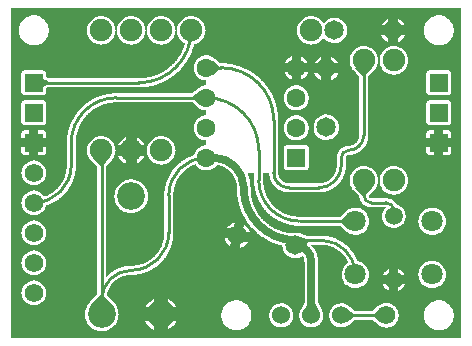
<source format=gbl>
G04 ---------------------------- Layer name :BOTTOM LAYER*
G04 EasyEDA v5.7.26, Mon, 08 Oct 2018 11:37:22 GMT*
G04 9a8b5958ff4b4eb3b6fdbb1becb2a6af*
G04 Gerber Generator version 0.2*
G04 Scale: 100 percent, Rotated: No, Reflected: No *
G04 Dimensions in millimeters *
G04 leading zeros omitted , absolute positions ,3 integer and 3 decimal *
%FSLAX33Y33*%
%MOMM*%
G90*
G71D02*

%ADD10C,0.254000*%
%ADD11C,0.635000*%
%ADD12C,1.651000*%
%ADD13C,1.905000*%
%ADD14C,2.340000*%
%ADD15R,1.574800X1.574800*%
%ADD16R,1.600200X1.600200*%
%ADD17C,1.600200*%
%ADD18C,1.799996*%
%ADD19C,1.499997*%
%ADD20C,1.524000*%
%ADD21C,1.574800*%

%LPD*%
G36*
G01X16510Y0D02*
G01X0Y0D01*
G01X0Y27939D01*
G01X16510Y27939D01*
G01X16510Y23915D01*
G01X16483Y23916D01*
G01X16378Y23908D01*
G01X16274Y23890D01*
G01X16173Y23861D01*
G01X16075Y23823D01*
G01X15981Y23775D01*
G01X15893Y23717D01*
G01X15810Y23652D01*
G01X15735Y23578D01*
G01X15667Y23497D01*
G01X15608Y23410D01*
G01X15558Y23318D01*
G01X15517Y23221D01*
G01X15486Y23120D01*
G01X15465Y23017D01*
G01X15454Y22912D01*
G01X15454Y22807D01*
G01X15465Y22702D01*
G01X15486Y22599D01*
G01X15517Y22498D01*
G01X15558Y22401D01*
G01X15608Y22308D01*
G01X15667Y22221D01*
G01X15735Y22141D01*
G01X15810Y22067D01*
G01X15893Y22002D01*
G01X15981Y21944D01*
G01X16075Y21896D01*
G01X16173Y21858D01*
G01X16274Y21829D01*
G01X16378Y21811D01*
G01X16483Y21803D01*
G01X16510Y21804D01*
G01X16510Y21375D01*
G01X16483Y21376D01*
G01X16378Y21368D01*
G01X16274Y21350D01*
G01X16173Y21321D01*
G01X16075Y21283D01*
G01X15981Y21235D01*
G01X15893Y21177D01*
G01X15810Y21112D01*
G01X15785Y21087D01*
G01X15327Y20700D01*
G01X8933Y20700D01*
G01X8928Y20701D01*
G01X8909Y20703D01*
G01X8889Y20703D01*
G01X8888Y20703D01*
G01X8883Y20703D01*
G01X8795Y20702D01*
G01X8786Y20702D01*
G01X8698Y20699D01*
G01X8690Y20698D01*
G01X8602Y20693D01*
G01X8593Y20692D01*
G01X8505Y20685D01*
G01X8497Y20684D01*
G01X8409Y20675D01*
G01X8400Y20674D01*
G01X8313Y20663D01*
G01X8304Y20662D01*
G01X8217Y20649D01*
G01X8208Y20647D01*
G01X8122Y20632D01*
G01X8113Y20630D01*
G01X8027Y20613D01*
G01X8018Y20611D01*
G01X7932Y20592D01*
G01X7924Y20590D01*
G01X7838Y20569D01*
G01X7830Y20567D01*
G01X7745Y20544D01*
G01X7736Y20541D01*
G01X7652Y20516D01*
G01X7643Y20514D01*
G01X7560Y20487D01*
G01X7551Y20484D01*
G01X7468Y20455D01*
G01X7460Y20452D01*
G01X7377Y20421D01*
G01X7369Y20418D01*
G01X7287Y20385D01*
G01X7279Y20382D01*
G01X7198Y20347D01*
G01X7190Y20343D01*
G01X7110Y20307D01*
G01X7102Y20303D01*
G01X7023Y20265D01*
G01X7015Y20261D01*
G01X6937Y20221D01*
G01X6929Y20217D01*
G01X6852Y20175D01*
G01X6844Y20170D01*
G01X6768Y20126D01*
G01X6760Y20122D01*
G01X6685Y20077D01*
G01X6677Y20072D01*
G01X6603Y20025D01*
G01X6595Y20020D01*
G01X6522Y19971D01*
G01X6515Y19966D01*
G01X6443Y19915D01*
G01X6436Y19910D01*
G01X6365Y19858D01*
G01X6358Y19853D01*
G01X6288Y19799D01*
G01X6281Y19793D01*
G01X6213Y19738D01*
G01X6206Y19732D01*
G01X6139Y19675D01*
G01X6133Y19669D01*
G01X6067Y19611D01*
G01X6060Y19605D01*
G01X5996Y19545D01*
G01X5990Y19539D01*
G01X5927Y19477D01*
G01X5920Y19471D01*
G01X5859Y19408D01*
G01X5853Y19402D01*
G01X5793Y19337D01*
G01X5787Y19331D01*
G01X5728Y19265D01*
G01X5723Y19258D01*
G01X5666Y19191D01*
G01X5660Y19184D01*
G01X5604Y19116D01*
G01X5599Y19109D01*
G01X5545Y19040D01*
G01X5540Y19032D01*
G01X5488Y18962D01*
G01X5483Y18954D01*
G01X5432Y18882D01*
G01X5427Y18875D01*
G01X5378Y18802D01*
G01X5373Y18795D01*
G01X5326Y18720D01*
G01X5321Y18713D01*
G01X5276Y18637D01*
G01X5271Y18630D01*
G01X5228Y18553D01*
G01X5224Y18546D01*
G01X5182Y18468D01*
G01X5177Y18460D01*
G01X5137Y18382D01*
G01X5133Y18374D01*
G01X5095Y18295D01*
G01X5091Y18287D01*
G01X5055Y18207D01*
G01X5051Y18199D01*
G01X5017Y18118D01*
G01X5013Y18110D01*
G01X4981Y18028D01*
G01X4977Y18020D01*
G01X4947Y17937D01*
G01X4944Y17929D01*
G01X4915Y17846D01*
G01X4912Y17838D01*
G01X4885Y17754D01*
G01X4882Y17745D01*
G01X4857Y17661D01*
G01X4855Y17652D01*
G01X4832Y17568D01*
G01X4829Y17559D01*
G01X4808Y17474D01*
G01X4806Y17465D01*
G01X4787Y17379D01*
G01X4785Y17370D01*
G01X4768Y17284D01*
G01X4767Y17275D01*
G01X4751Y17189D01*
G01X4750Y17180D01*
G01X4737Y17093D01*
G01X4736Y17084D01*
G01X4724Y16997D01*
G01X4723Y16988D01*
G01X4714Y16901D01*
G01X4713Y16892D01*
G01X4706Y16804D01*
G01X4706Y16795D01*
G01X4701Y16708D01*
G01X4700Y16699D01*
G01X4697Y16611D01*
G01X4697Y16602D01*
G01X4696Y16514D01*
G01X4696Y16495D01*
G01X4697Y16476D01*
G01X4699Y16467D01*
G01X4699Y14648D01*
G01X4698Y14643D01*
G01X4696Y14624D01*
G01X4696Y14604D01*
G01X4696Y14599D01*
G01X4695Y14528D01*
G01X4692Y14456D01*
G01X4687Y14387D01*
G01X4681Y14316D01*
G01X4673Y14245D01*
G01X4663Y14176D01*
G01X4651Y14107D01*
G01X4638Y14036D01*
G01X4623Y13969D01*
G01X4605Y13899D01*
G01X4587Y13831D01*
G01X4566Y13764D01*
G01X4544Y13696D01*
G01X4521Y13631D01*
G01X4495Y13564D01*
G01X4468Y13499D01*
G01X4439Y13435D01*
G01X4409Y13371D01*
G01X4376Y13307D01*
G01X4343Y13246D01*
G01X4308Y13185D01*
G01X4271Y13124D01*
G01X4233Y13065D01*
G01X4193Y13006D01*
G01X4152Y12949D01*
G01X4110Y12893D01*
G01X4066Y12838D01*
G01X4020Y12783D01*
G01X3974Y12731D01*
G01X3925Y12679D01*
G01X3876Y12629D01*
G01X3825Y12579D01*
G01X3773Y12531D01*
G01X3721Y12485D01*
G01X3666Y12439D01*
G01X3611Y12395D01*
G01X3555Y12353D01*
G01X3497Y12312D01*
G01X3439Y12273D01*
G01X3379Y12234D01*
G01X3319Y12198D01*
G01X3257Y12163D01*
G01X3195Y12129D01*
G01X3132Y12097D01*
G01X3069Y12067D01*
G01X3003Y12038D01*
G01X2939Y12012D01*
G01X2872Y11986D01*
G01X2807Y11963D01*
G01X2802Y11961D01*
G01X2767Y12018D01*
G01X2704Y12100D01*
G01X2633Y12177D01*
G01X2555Y12246D01*
G01X2471Y12306D01*
G01X2381Y12358D01*
G01X2286Y12401D01*
G01X2187Y12434D01*
G01X2086Y12458D01*
G01X1983Y12470D01*
G01X1878Y12473D01*
G01X1775Y12465D01*
G01X1672Y12447D01*
G01X1572Y12419D01*
G01X1475Y12381D01*
G01X1383Y12334D01*
G01X1295Y12277D01*
G01X1214Y12212D01*
G01X1139Y12140D01*
G01X1072Y12060D01*
G01X1014Y11974D01*
G01X964Y11882D01*
G01X924Y11786D01*
G01X893Y11687D01*
G01X872Y11585D01*
G01X862Y11481D01*
G01X862Y11377D01*
G01X872Y11274D01*
G01X893Y11172D01*
G01X924Y11072D01*
G01X964Y10976D01*
G01X1014Y10885D01*
G01X1072Y10799D01*
G01X1139Y10719D01*
G01X1214Y10647D01*
G01X1295Y10582D01*
G01X1383Y10525D01*
G01X1475Y10478D01*
G01X1572Y10440D01*
G01X1672Y10412D01*
G01X1775Y10394D01*
G01X1878Y10386D01*
G01X1983Y10388D01*
G01X2086Y10401D01*
G01X2187Y10425D01*
G01X2286Y10458D01*
G01X2381Y10500D01*
G01X2471Y10553D01*
G01X2555Y10613D01*
G01X2633Y10682D01*
G01X2704Y10758D01*
G01X2767Y10841D01*
G01X2821Y10930D01*
G01X2866Y11024D01*
G01X2902Y11122D01*
G01X2921Y11194D01*
G01X2964Y11207D01*
G01X2973Y11210D01*
G01X3049Y11235D01*
G01X3058Y11238D01*
G01X3134Y11265D01*
G01X3143Y11268D01*
G01X3218Y11297D01*
G01X3227Y11301D01*
G01X3301Y11332D01*
G01X3310Y11335D01*
G01X3384Y11368D01*
G01X3393Y11372D01*
G01X3465Y11406D01*
G01X3474Y11411D01*
G01X3545Y11447D01*
G01X3554Y11451D01*
G01X3625Y11489D01*
G01X3633Y11494D01*
G01X3703Y11534D01*
G01X3711Y11539D01*
G01X3780Y11580D01*
G01X3788Y11586D01*
G01X3856Y11629D01*
G01X3864Y11634D01*
G01X3931Y11679D01*
G01X3939Y11685D01*
G01X4004Y11731D01*
G01X4012Y11737D01*
G01X4076Y11785D01*
G01X4084Y11791D01*
G01X4147Y11841D01*
G01X4154Y11847D01*
G01X4216Y11899D01*
G01X4223Y11905D01*
G01X4283Y11958D01*
G01X4291Y11965D01*
G01X4350Y12019D01*
G01X4357Y12026D01*
G01X4414Y12082D01*
G01X4421Y12089D01*
G01X4477Y12146D01*
G01X4484Y12153D01*
G01X4539Y12212D01*
G01X4545Y12219D01*
G01X4598Y12279D01*
G01X4605Y12287D01*
G01X4656Y12348D01*
G01X4663Y12356D01*
G01X4713Y12419D01*
G01X4719Y12426D01*
G01X4767Y12490D01*
G01X4773Y12498D01*
G01X4819Y12563D01*
G01X4825Y12571D01*
G01X4870Y12638D01*
G01X4875Y12646D01*
G01X4919Y12713D01*
G01X4924Y12722D01*
G01X4966Y12790D01*
G01X4971Y12799D01*
G01X5011Y12868D01*
G01X5015Y12877D01*
G01X5054Y12947D01*
G01X5058Y12956D01*
G01X5095Y13028D01*
G01X5099Y13036D01*
G01X5133Y13109D01*
G01X5138Y13118D01*
G01X5170Y13191D01*
G01X5174Y13200D01*
G01X5205Y13274D01*
G01X5209Y13283D01*
G01X5238Y13358D01*
G01X5241Y13367D01*
G01X5268Y13443D01*
G01X5271Y13452D01*
G01X5296Y13528D01*
G01X5299Y13537D01*
G01X5322Y13614D01*
G01X5325Y13624D01*
G01X5346Y13701D01*
G01X5349Y13710D01*
G01X5368Y13788D01*
G01X5370Y13798D01*
G01X5388Y13876D01*
G01X5390Y13886D01*
G01X5405Y13965D01*
G01X5407Y13974D01*
G01X5420Y14053D01*
G01X5422Y14063D01*
G01X5433Y14142D01*
G01X5434Y14152D01*
G01X5443Y14232D01*
G01X5444Y14241D01*
G01X5452Y14321D01*
G01X5452Y14331D01*
G01X5458Y14411D01*
G01X5458Y14421D01*
G01X5462Y14501D01*
G01X5462Y14511D01*
G01X5463Y14591D01*
G01X5463Y14597D01*
G01X5463Y14604D01*
G01X5463Y14624D01*
G01X5461Y14643D01*
G01X5461Y14648D01*
G01X5461Y16466D01*
G01X5461Y16467D01*
G01X5462Y16486D01*
G01X5463Y16505D01*
G01X5464Y16589D01*
G01X5467Y16668D01*
G01X5471Y16746D01*
G01X5478Y16826D01*
G01X5486Y16905D01*
G01X5496Y16983D01*
G01X5508Y17061D01*
G01X5521Y17139D01*
G01X5537Y17216D01*
G01X5554Y17294D01*
G01X5573Y17371D01*
G01X5594Y17447D01*
G01X5616Y17522D01*
G01X5641Y17598D01*
G01X5666Y17672D01*
G01X5695Y17747D01*
G01X5724Y17820D01*
G01X5755Y17893D01*
G01X5788Y17966D01*
G01X5822Y18036D01*
G01X5858Y18107D01*
G01X5896Y18177D01*
G01X5935Y18245D01*
G01X5976Y18313D01*
G01X6018Y18379D01*
G01X6063Y18446D01*
G01X6108Y18510D01*
G01X6154Y18573D01*
G01X6203Y18637D01*
G01X6253Y18698D01*
G01X6305Y18759D01*
G01X6357Y18817D01*
G01X6411Y18875D01*
G01X6466Y18931D01*
G01X6523Y18988D01*
G01X6581Y19041D01*
G01X6640Y19094D01*
G01X6700Y19145D01*
G01X6761Y19195D01*
G01X6824Y19243D01*
G01X6887Y19290D01*
G01X6952Y19336D01*
G01X7019Y19380D01*
G01X7085Y19422D01*
G01X7153Y19463D01*
G01X7222Y19503D01*
G01X7291Y19540D01*
G01X7361Y19576D01*
G01X7433Y19611D01*
G01X7504Y19643D01*
G01X7577Y19675D01*
G01X7650Y19704D01*
G01X7725Y19732D01*
G01X7799Y19758D01*
G01X7875Y19782D01*
G01X7951Y19805D01*
G01X8027Y19825D01*
G01X8103Y19844D01*
G01X8181Y19862D01*
G01X8258Y19877D01*
G01X8337Y19891D01*
G01X8415Y19903D01*
G01X8493Y19913D01*
G01X8572Y19921D01*
G01X8650Y19928D01*
G01X8730Y19932D01*
G01X8809Y19935D01*
G01X8892Y19936D01*
G01X8892Y19936D01*
G01X8909Y19936D01*
G01X8928Y19938D01*
G01X8933Y19938D01*
G01X15327Y19938D01*
G01X15785Y19551D01*
G01X15810Y19527D01*
G01X15893Y19462D01*
G01X15981Y19404D01*
G01X16075Y19356D01*
G01X16173Y19318D01*
G01X16274Y19289D01*
G01X16378Y19271D01*
G01X16483Y19263D01*
G01X16510Y19264D01*
G01X16510Y18835D01*
G01X16483Y18836D01*
G01X16378Y18828D01*
G01X16274Y18810D01*
G01X16173Y18781D01*
G01X16075Y18743D01*
G01X15981Y18695D01*
G01X15893Y18637D01*
G01X15810Y18572D01*
G01X15735Y18498D01*
G01X15667Y18417D01*
G01X15608Y18330D01*
G01X15558Y18238D01*
G01X15517Y18141D01*
G01X15486Y18040D01*
G01X15465Y17937D01*
G01X15454Y17832D01*
G01X15454Y17727D01*
G01X15465Y17622D01*
G01X15486Y17519D01*
G01X15517Y17418D01*
G01X15558Y17321D01*
G01X15608Y17228D01*
G01X15667Y17141D01*
G01X15735Y17061D01*
G01X15810Y16987D01*
G01X15893Y16922D01*
G01X15981Y16864D01*
G01X16075Y16816D01*
G01X16173Y16778D01*
G01X16274Y16749D01*
G01X16378Y16731D01*
G01X16483Y16723D01*
G01X16510Y16724D01*
G01X16510Y16295D01*
G01X16483Y16296D01*
G01X16378Y16288D01*
G01X16274Y16270D01*
G01X16173Y16241D01*
G01X16075Y16203D01*
G01X15981Y16155D01*
G01X15893Y16097D01*
G01X15810Y16032D01*
G01X15735Y15958D01*
G01X15667Y15877D01*
G01X15608Y15790D01*
G01X15558Y15698D01*
G01X15517Y15601D01*
G01X15486Y15500D01*
G01X15480Y15470D01*
G01X15450Y15462D01*
G01X15441Y15459D01*
G01X15365Y15434D01*
G01X15356Y15431D01*
G01X15280Y15404D01*
G01X15271Y15400D01*
G01X15196Y15372D01*
G01X15187Y15368D01*
G01X15113Y15337D01*
G01X15104Y15334D01*
G01X15030Y15301D01*
G01X15021Y15297D01*
G01X14949Y15262D01*
G01X14940Y15258D01*
G01X14869Y15222D01*
G01X14860Y15217D01*
G01X14789Y15179D01*
G01X14781Y15175D01*
G01X14711Y15135D01*
G01X14703Y15130D01*
G01X14634Y15089D01*
G01X14626Y15083D01*
G01X14558Y15040D01*
G01X14550Y15035D01*
G01X14483Y14990D01*
G01X14475Y14984D01*
G01X14410Y14938D01*
G01X14402Y14932D01*
G01X14338Y14884D01*
G01X14330Y14878D01*
G01X14267Y14828D01*
G01X14260Y14822D01*
G01X14198Y14770D01*
G01X14191Y14764D01*
G01X14130Y14711D01*
G01X14123Y14704D01*
G01X14064Y14650D01*
G01X14057Y14643D01*
G01X14000Y14587D01*
G01X13993Y14580D01*
G01X13937Y14523D01*
G01X13930Y14516D01*
G01X13875Y14457D01*
G01X13869Y14450D01*
G01X13816Y14390D01*
G01X13809Y14382D01*
G01X13758Y14321D01*
G01X13752Y14313D01*
G01X13702Y14250D01*
G01X13695Y14243D01*
G01X13647Y14179D01*
G01X13641Y14171D01*
G01X13595Y14106D01*
G01X13589Y14098D01*
G01X13544Y14031D01*
G01X13538Y14023D01*
G01X13495Y13955D01*
G01X13490Y13947D01*
G01X13448Y13879D01*
G01X13443Y13870D01*
G01X13403Y13801D01*
G01X13399Y13792D01*
G01X13360Y13722D01*
G01X13356Y13713D01*
G01X13319Y13641D01*
G01X13315Y13633D01*
G01X13281Y13560D01*
G01X13276Y13551D01*
G01X13244Y13478D01*
G01X13240Y13469D01*
G01X13209Y13395D01*
G01X13205Y13386D01*
G01X13176Y13311D01*
G01X13173Y13302D01*
G01X13146Y13226D01*
G01X13143Y13217D01*
G01X13118Y13141D01*
G01X13115Y13132D01*
G01X13092Y13055D01*
G01X13089Y13045D01*
G01X13068Y12968D01*
G01X13065Y12959D01*
G01X13046Y12881D01*
G01X13044Y12871D01*
G01X13026Y12793D01*
G01X13024Y12783D01*
G01X13009Y12704D01*
G01X13007Y12695D01*
G01X12994Y12616D01*
G01X12992Y12606D01*
G01X12981Y12526D01*
G01X12980Y12517D01*
G01X12971Y12437D01*
G01X12970Y12427D01*
G01X12962Y12347D01*
G01X12962Y12338D01*
G01X12956Y12258D01*
G01X12956Y12248D01*
G01X12952Y12168D01*
G01X12952Y12158D01*
G01X12951Y12078D01*
G01X12951Y12072D01*
G01X12951Y12064D01*
G01X12951Y12045D01*
G01X12953Y12026D01*
G01X12953Y12021D01*
G01X12953Y8933D01*
G01X12953Y8932D01*
G01X12952Y8913D01*
G01X12951Y8894D01*
G01X12950Y8819D01*
G01X12947Y8749D01*
G01X12943Y8677D01*
G01X12937Y8608D01*
G01X12929Y8537D01*
G01X12919Y8468D01*
G01X12907Y8397D01*
G01X12894Y8329D01*
G01X12879Y8259D01*
G01X12862Y8191D01*
G01X12843Y8122D01*
G01X12823Y8056D01*
G01X12801Y7987D01*
G01X12778Y7921D01*
G01X12753Y7856D01*
G01X12725Y7790D01*
G01X12697Y7725D01*
G01X12666Y7662D01*
G01X12635Y7599D01*
G01X12601Y7537D01*
G01X12566Y7475D01*
G01X12529Y7414D01*
G01X12492Y7356D01*
G01X12452Y7297D01*
G01X12411Y7240D01*
G01X12368Y7183D01*
G01X12325Y7128D01*
G01X12279Y7073D01*
G01X12233Y7020D01*
G01X12185Y6969D01*
G01X12135Y6918D01*
G01X12085Y6869D01*
G01X12033Y6820D01*
G01X11981Y6774D01*
G01X11926Y6728D01*
G01X11871Y6685D01*
G01X11815Y6642D01*
G01X11758Y6601D01*
G01X11699Y6561D01*
G01X11640Y6523D01*
G01X11579Y6486D01*
G01X11518Y6451D01*
G01X11456Y6418D01*
G01X11393Y6385D01*
G01X11329Y6355D01*
G01X11265Y6326D01*
G01X11200Y6299D01*
G01X11133Y6273D01*
G01X11068Y6250D01*
G01X11000Y6228D01*
G01X10933Y6207D01*
G01X10864Y6188D01*
G01X10797Y6172D01*
G01X10727Y6156D01*
G01X10657Y6143D01*
G01X10588Y6131D01*
G01X10518Y6121D01*
G01X10448Y6113D01*
G01X10378Y6107D01*
G01X10307Y6102D01*
G01X10236Y6099D01*
G01X10165Y6098D01*
G01X10160Y6098D01*
G01X10156Y6098D01*
G01X10154Y6098D01*
G01X10083Y6097D01*
G01X10072Y6097D01*
G01X10001Y6094D01*
G01X9990Y6093D01*
G01X9919Y6088D01*
G01X9908Y6087D01*
G01X9837Y6080D01*
G01X9826Y6079D01*
G01X9755Y6070D01*
G01X9744Y6068D01*
G01X9674Y6057D01*
G01X9663Y6055D01*
G01X9593Y6042D01*
G01X9582Y6040D01*
G01X9513Y6025D01*
G01X9502Y6022D01*
G01X9433Y6005D01*
G01X9422Y6002D01*
G01X9354Y5983D01*
G01X9343Y5980D01*
G01X9275Y5959D01*
G01X9265Y5956D01*
G01X9197Y5933D01*
G01X9187Y5929D01*
G01X9120Y5904D01*
G01X9110Y5900D01*
G01X9044Y5873D01*
G01X9034Y5869D01*
G01X8969Y5841D01*
G01X8959Y5836D01*
G01X8894Y5806D01*
G01X8884Y5801D01*
G01X8821Y5768D01*
G01X8811Y5763D01*
G01X8749Y5729D01*
G01X8739Y5724D01*
G01X8678Y5688D01*
G01X8668Y5682D01*
G01X8608Y5645D01*
G01X8598Y5639D01*
G01X8539Y5600D01*
G01X8530Y5593D01*
G01X8472Y5552D01*
G01X8463Y5546D01*
G01X8406Y5503D01*
G01X8397Y5497D01*
G01X8341Y5452D01*
G01X8333Y5445D01*
G01X8278Y5400D01*
G01X8270Y5393D01*
G01X8217Y5345D01*
G01X8209Y5338D01*
G01X8157Y5289D01*
G01X8149Y5281D01*
G01X8098Y5231D01*
G01X8091Y5223D01*
G01X8042Y5171D01*
G01X8040Y5170D01*
G01X8040Y14491D01*
G01X8515Y15065D01*
G01X8546Y15097D01*
G01X8618Y15193D01*
G01X8681Y15296D01*
G01X8734Y15405D01*
G01X8775Y15518D01*
G01X8805Y15635D01*
G01X8823Y15754D01*
G01X8829Y15874D01*
G01X8823Y15995D01*
G01X8805Y16114D01*
G01X8775Y16231D01*
G01X8734Y16344D01*
G01X8681Y16453D01*
G01X8618Y16556D01*
G01X8546Y16652D01*
G01X8464Y16740D01*
G01X8373Y16820D01*
G01X8275Y16890D01*
G01X8171Y16950D01*
G01X8061Y17000D01*
G01X7947Y17038D01*
G01X7829Y17065D01*
G01X7710Y17080D01*
G01X7589Y17083D01*
G01X7469Y17074D01*
G01X7350Y17053D01*
G01X7234Y17021D01*
G01X7122Y16977D01*
G01X7015Y16922D01*
G01X6914Y16856D01*
G01X6820Y16781D01*
G01X6733Y16697D01*
G01X6656Y16604D01*
G01X6588Y16505D01*
G01X6530Y16399D01*
G01X6483Y16288D01*
G01X6448Y16173D01*
G01X6424Y16055D01*
G01X6412Y15935D01*
G01X6412Y15814D01*
G01X6424Y15694D01*
G01X6448Y15576D01*
G01X6483Y15461D01*
G01X6530Y15350D01*
G01X6588Y15244D01*
G01X6656Y15144D01*
G01X6733Y15052D01*
G01X6774Y15013D01*
G01X7278Y14474D01*
G01X7278Y3676D01*
G01X6649Y2989D01*
G01X6614Y2955D01*
G01X6522Y2846D01*
G01X6442Y2728D01*
G01X6374Y2603D01*
G01X6319Y2472D01*
G01X6277Y2336D01*
G01X6249Y2197D01*
G01X6235Y2056D01*
G01X6235Y1913D01*
G01X6249Y1772D01*
G01X6277Y1632D01*
G01X6319Y1497D01*
G01X6374Y1366D01*
G01X6442Y1241D01*
G01X6522Y1123D01*
G01X6614Y1014D01*
G01X6715Y915D01*
G01X6827Y826D01*
G01X6946Y749D01*
G01X7073Y684D01*
G01X7205Y632D01*
G01X7342Y594D01*
G01X7482Y569D01*
G01X7624Y558D01*
G01X7766Y562D01*
G01X7907Y580D01*
G01X8046Y611D01*
G01X8181Y657D01*
G01X8310Y715D01*
G01X8433Y786D01*
G01X8549Y869D01*
G01X8655Y963D01*
G01X8752Y1067D01*
G01X8838Y1181D01*
G01X8912Y1302D01*
G01X8974Y1430D01*
G01X9023Y1564D01*
G01X9058Y1702D01*
G01X9079Y1842D01*
G01X9086Y1984D01*
G01X9079Y2126D01*
G01X9058Y2267D01*
G01X9023Y2405D01*
G01X8974Y2539D01*
G01X8912Y2667D01*
G01X8838Y2788D01*
G01X8752Y2901D01*
G01X8655Y3006D01*
G01X8652Y3009D01*
G01X8084Y3628D01*
G01X8086Y3640D01*
G01X8099Y3698D01*
G01X8114Y3758D01*
G01X8130Y3816D01*
G01X8148Y3873D01*
G01X8168Y3930D01*
G01X8189Y3987D01*
G01X8212Y4043D01*
G01X8236Y4097D01*
G01X8262Y4152D01*
G01X8289Y4206D01*
G01X8319Y4259D01*
G01X8349Y4311D01*
G01X8381Y4361D01*
G01X8414Y4412D01*
G01X8450Y4462D01*
G01X8486Y4510D01*
G01X8523Y4557D01*
G01X8562Y4603D01*
G01X8602Y4648D01*
G01X8644Y4692D01*
G01X8686Y4734D01*
G01X8730Y4776D01*
G01X8776Y4816D01*
G01X8822Y4855D01*
G01X8869Y4892D01*
G01X8918Y4928D01*
G01X8966Y4963D01*
G01X9018Y4996D01*
G01X9068Y5028D01*
G01X9120Y5058D01*
G01X9174Y5088D01*
G01X9227Y5114D01*
G01X9282Y5140D01*
G01X9337Y5165D01*
G01X9393Y5187D01*
G01X9449Y5208D01*
G01X9506Y5228D01*
G01X9564Y5246D01*
G01X9623Y5262D01*
G01X9681Y5276D01*
G01X9740Y5289D01*
G01X9799Y5300D01*
G01X9859Y5309D01*
G01X9919Y5317D01*
G01X9978Y5323D01*
G01X10039Y5328D01*
G01X10099Y5330D01*
G01X10161Y5331D01*
G01X10167Y5331D01*
G01X10173Y5331D01*
G01X10253Y5332D01*
G01X10263Y5332D01*
G01X10343Y5336D01*
G01X10353Y5336D01*
G01X10433Y5341D01*
G01X10443Y5342D01*
G01X10522Y5350D01*
G01X10532Y5351D01*
G01X10612Y5360D01*
G01X10622Y5361D01*
G01X10701Y5372D01*
G01X10711Y5374D01*
G01X10790Y5387D01*
G01X10799Y5389D01*
G01X10878Y5404D01*
G01X10888Y5406D01*
G01X10966Y5424D01*
G01X10976Y5426D01*
G01X11053Y5445D01*
G01X11063Y5448D01*
G01X11140Y5469D01*
G01X11150Y5472D01*
G01X11227Y5495D01*
G01X11236Y5498D01*
G01X11312Y5523D01*
G01X11321Y5526D01*
G01X11397Y5553D01*
G01X11406Y5556D01*
G01X11481Y5585D01*
G01X11490Y5589D01*
G01X11564Y5620D01*
G01X11573Y5624D01*
G01X11646Y5657D01*
G01X11655Y5661D01*
G01X11728Y5695D01*
G01X11736Y5699D01*
G01X11808Y5736D01*
G01X11817Y5740D01*
G01X11887Y5779D01*
G01X11896Y5783D01*
G01X11965Y5823D01*
G01X11974Y5828D01*
G01X12042Y5870D01*
G01X12051Y5875D01*
G01X12118Y5918D01*
G01X12126Y5924D01*
G01X12193Y5969D01*
G01X12201Y5975D01*
G01X12266Y6021D01*
G01X12274Y6027D01*
G01X12338Y6075D01*
G01X12345Y6082D01*
G01X12408Y6132D01*
G01X12416Y6138D01*
G01X12477Y6189D01*
G01X12485Y6196D01*
G01X12545Y6249D01*
G01X12552Y6255D01*
G01X12611Y6310D01*
G01X12618Y6317D01*
G01X12675Y6373D01*
G01X12682Y6380D01*
G01X12738Y6437D01*
G01X12745Y6444D01*
G01X12799Y6503D01*
G01X12806Y6510D01*
G01X12859Y6571D01*
G01X12865Y6578D01*
G01X12917Y6640D01*
G01X12923Y6647D01*
G01X12973Y6710D01*
G01X12979Y6718D01*
G01X13027Y6782D01*
G01X13033Y6790D01*
G01X13079Y6855D01*
G01X13085Y6863D01*
G01X13130Y6930D01*
G01X13135Y6938D01*
G01X13178Y7006D01*
G01X13184Y7014D01*
G01X13225Y7083D01*
G01X13230Y7091D01*
G01X13270Y7161D01*
G01X13274Y7169D01*
G01X13313Y7240D01*
G01X13317Y7249D01*
G01X13353Y7320D01*
G01X13357Y7329D01*
G01X13392Y7401D01*
G01X13396Y7410D01*
G01X13429Y7484D01*
G01X13432Y7493D01*
G01X13463Y7567D01*
G01X13467Y7576D01*
G01X13495Y7651D01*
G01X13499Y7660D01*
G01X13526Y7736D01*
G01X13529Y7745D01*
G01X13554Y7821D01*
G01X13557Y7830D01*
G01X13580Y7907D01*
G01X13582Y7917D01*
G01X13604Y7994D01*
G01X13606Y8004D01*
G01X13625Y8082D01*
G01X13627Y8091D01*
G01X13644Y8169D01*
G01X13646Y8179D01*
G01X13661Y8258D01*
G01X13663Y8267D01*
G01X13676Y8347D01*
G01X13678Y8356D01*
G01X13689Y8436D01*
G01X13690Y8445D01*
G01X13699Y8525D01*
G01X13700Y8535D01*
G01X13707Y8615D01*
G01X13708Y8625D01*
G01X13713Y8705D01*
G01X13714Y8714D01*
G01X13717Y8795D01*
G01X13717Y8804D01*
G01X13718Y8885D01*
G01X13718Y8904D01*
G01X13717Y8923D01*
G01X13715Y8933D01*
G01X13715Y12021D01*
G01X13716Y12026D01*
G01X13718Y12045D01*
G01X13718Y12064D01*
G01X13718Y12069D01*
G01X13719Y12141D01*
G01X13722Y12213D01*
G01X13727Y12282D01*
G01X13733Y12353D01*
G01X13741Y12424D01*
G01X13751Y12493D01*
G01X13763Y12562D01*
G01X13776Y12632D01*
G01X13791Y12700D01*
G01X13809Y12770D01*
G01X13827Y12838D01*
G01X13848Y12905D01*
G01X13870Y12972D01*
G01X13893Y13038D01*
G01X13919Y13104D01*
G01X13946Y13170D01*
G01X13975Y13234D01*
G01X14005Y13298D01*
G01X14038Y13361D01*
G01X14071Y13423D01*
G01X14106Y13484D01*
G01X14143Y13545D01*
G01X14181Y13604D01*
G01X14221Y13663D01*
G01X14262Y13720D01*
G01X14305Y13776D01*
G01X14348Y13831D01*
G01X14394Y13886D01*
G01X14440Y13938D01*
G01X14489Y13990D01*
G01X14538Y14041D01*
G01X14588Y14090D01*
G01X14640Y14138D01*
G01X14693Y14184D01*
G01X14748Y14230D01*
G01X14803Y14273D01*
G01X14860Y14316D01*
G01X14917Y14357D01*
G01X14976Y14397D01*
G01X15035Y14434D01*
G01X15095Y14471D01*
G01X15157Y14506D01*
G01X15219Y14540D01*
G01X15282Y14571D01*
G01X15345Y14602D01*
G01X15410Y14630D01*
G01X15476Y14657D01*
G01X15542Y14683D01*
G01X15600Y14703D01*
G01X15608Y14688D01*
G01X15667Y14601D01*
G01X15735Y14521D01*
G01X15810Y14447D01*
G01X15893Y14382D01*
G01X15981Y14324D01*
G01X16075Y14276D01*
G01X16173Y14238D01*
G01X16274Y14209D01*
G01X16378Y14191D01*
G01X16483Y14183D01*
G01X16510Y14184D01*
G01X16510Y0D01*
G37*

%LPC*%
G36*
G01X12073Y684D02*
G01X12074Y683D01*
G01X12074Y1399D01*
G01X11360Y1399D01*
G01X11374Y1366D01*
G01X11442Y1241D01*
G01X11522Y1123D01*
G01X11614Y1014D01*
G01X11715Y915D01*
G01X11827Y826D01*
G01X11946Y749D01*
G01X12073Y684D01*
G37*
G36*
G01X13244Y1399D02*
G01X13244Y685D01*
G01X13310Y715D01*
G01X13433Y786D01*
G01X13549Y869D01*
G01X13655Y963D01*
G01X13752Y1067D01*
G01X13838Y1181D01*
G01X13912Y1302D01*
G01X13959Y1399D01*
G01X13244Y1399D01*
G37*
G36*
G01X13244Y3284D02*
G01X13244Y2569D01*
G01X13959Y2569D01*
G01X13912Y2667D01*
G01X13838Y2788D01*
G01X13752Y2901D01*
G01X13655Y3006D01*
G01X13549Y3100D01*
G01X13433Y3183D01*
G01X13310Y3254D01*
G01X13244Y3284D01*
G37*
G36*
G01X11374Y2603D02*
G01X11360Y2569D01*
G01X12074Y2569D01*
G01X12074Y3285D01*
G01X12073Y3285D01*
G01X11946Y3220D01*
G01X11827Y3143D01*
G01X11715Y3054D01*
G01X11614Y2955D01*
G01X11522Y2846D01*
G01X11442Y2728D01*
G01X11374Y2603D01*
G37*
G36*
G01X1775Y2774D02*
G01X1878Y2766D01*
G01X1983Y2768D01*
G01X2086Y2781D01*
G01X2187Y2805D01*
G01X2286Y2838D01*
G01X2381Y2880D01*
G01X2471Y2933D01*
G01X2555Y2993D01*
G01X2633Y3062D01*
G01X2704Y3138D01*
G01X2767Y3221D01*
G01X2821Y3310D01*
G01X2866Y3404D01*
G01X2902Y3502D01*
G01X2928Y3603D01*
G01X2943Y3706D01*
G01X2948Y3809D01*
G01X2943Y3913D01*
G01X2928Y4016D01*
G01X2902Y4117D01*
G01X2866Y4215D01*
G01X2821Y4309D01*
G01X2767Y4398D01*
G01X2704Y4480D01*
G01X2633Y4557D01*
G01X2555Y4626D01*
G01X2471Y4686D01*
G01X2381Y4738D01*
G01X2286Y4781D01*
G01X2187Y4814D01*
G01X2086Y4838D01*
G01X1983Y4850D01*
G01X1878Y4853D01*
G01X1775Y4845D01*
G01X1672Y4827D01*
G01X1572Y4799D01*
G01X1475Y4761D01*
G01X1383Y4714D01*
G01X1295Y4657D01*
G01X1214Y4592D01*
G01X1139Y4520D01*
G01X1072Y4440D01*
G01X1014Y4354D01*
G01X964Y4262D01*
G01X924Y4166D01*
G01X893Y4067D01*
G01X872Y3965D01*
G01X862Y3861D01*
G01X862Y3757D01*
G01X872Y3654D01*
G01X893Y3552D01*
G01X924Y3452D01*
G01X964Y3356D01*
G01X1014Y3265D01*
G01X1072Y3179D01*
G01X1139Y3099D01*
G01X1214Y3027D01*
G01X1295Y2962D01*
G01X1383Y2905D01*
G01X1475Y2858D01*
G01X1572Y2820D01*
G01X1672Y2792D01*
G01X1775Y2774D01*
G37*
G36*
G01X1775Y5314D02*
G01X1878Y5306D01*
G01X1983Y5308D01*
G01X2086Y5321D01*
G01X2187Y5345D01*
G01X2286Y5378D01*
G01X2381Y5420D01*
G01X2471Y5473D01*
G01X2555Y5533D01*
G01X2633Y5602D01*
G01X2704Y5678D01*
G01X2767Y5761D01*
G01X2821Y5850D01*
G01X2866Y5944D01*
G01X2902Y6042D01*
G01X2928Y6143D01*
G01X2943Y6246D01*
G01X2948Y6349D01*
G01X2943Y6453D01*
G01X2928Y6556D01*
G01X2902Y6657D01*
G01X2866Y6755D01*
G01X2821Y6849D01*
G01X2767Y6938D01*
G01X2704Y7020D01*
G01X2633Y7097D01*
G01X2555Y7166D01*
G01X2471Y7226D01*
G01X2381Y7278D01*
G01X2286Y7321D01*
G01X2187Y7354D01*
G01X2086Y7378D01*
G01X1983Y7390D01*
G01X1878Y7393D01*
G01X1775Y7385D01*
G01X1672Y7367D01*
G01X1572Y7339D01*
G01X1475Y7301D01*
G01X1383Y7254D01*
G01X1295Y7197D01*
G01X1214Y7132D01*
G01X1139Y7060D01*
G01X1072Y6980D01*
G01X1014Y6894D01*
G01X964Y6802D01*
G01X924Y6706D01*
G01X893Y6607D01*
G01X872Y6505D01*
G01X862Y6401D01*
G01X862Y6297D01*
G01X872Y6194D01*
G01X893Y6092D01*
G01X924Y5992D01*
G01X964Y5896D01*
G01X1014Y5805D01*
G01X1072Y5719D01*
G01X1139Y5639D01*
G01X1214Y5567D01*
G01X1295Y5502D01*
G01X1383Y5445D01*
G01X1475Y5398D01*
G01X1572Y5360D01*
G01X1672Y5332D01*
G01X1775Y5314D01*
G37*
G36*
G01X1775Y7854D02*
G01X1878Y7846D01*
G01X1983Y7848D01*
G01X2086Y7861D01*
G01X2187Y7885D01*
G01X2286Y7918D01*
G01X2381Y7960D01*
G01X2471Y8013D01*
G01X2555Y8073D01*
G01X2633Y8142D01*
G01X2704Y8218D01*
G01X2767Y8301D01*
G01X2821Y8390D01*
G01X2866Y8484D01*
G01X2902Y8582D01*
G01X2928Y8683D01*
G01X2943Y8786D01*
G01X2948Y8889D01*
G01X2943Y8993D01*
G01X2928Y9096D01*
G01X2902Y9197D01*
G01X2866Y9295D01*
G01X2821Y9389D01*
G01X2767Y9478D01*
G01X2704Y9560D01*
G01X2633Y9637D01*
G01X2555Y9706D01*
G01X2471Y9766D01*
G01X2381Y9818D01*
G01X2286Y9861D01*
G01X2187Y9894D01*
G01X2086Y9918D01*
G01X1983Y9930D01*
G01X1878Y9933D01*
G01X1775Y9925D01*
G01X1672Y9907D01*
G01X1572Y9879D01*
G01X1475Y9841D01*
G01X1383Y9794D01*
G01X1295Y9737D01*
G01X1214Y9672D01*
G01X1139Y9600D01*
G01X1072Y9520D01*
G01X1014Y9434D01*
G01X964Y9342D01*
G01X924Y9246D01*
G01X893Y9147D01*
G01X872Y9045D01*
G01X862Y8941D01*
G01X862Y8837D01*
G01X872Y8734D01*
G01X893Y8632D01*
G01X924Y8532D01*
G01X964Y8436D01*
G01X1014Y8345D01*
G01X1072Y8259D01*
G01X1139Y8179D01*
G01X1214Y8107D01*
G01X1295Y8042D01*
G01X1383Y7985D01*
G01X1475Y7938D01*
G01X1572Y7900D01*
G01X1672Y7872D01*
G01X1775Y7854D01*
G37*
G36*
G01X9982Y10569D02*
G01X10124Y10558D01*
G01X10266Y10562D01*
G01X10407Y10580D01*
G01X10546Y10611D01*
G01X10681Y10657D01*
G01X10810Y10715D01*
G01X10933Y10786D01*
G01X11049Y10869D01*
G01X11156Y10963D01*
G01X11252Y11067D01*
G01X11338Y11181D01*
G01X11412Y11302D01*
G01X11474Y11430D01*
G01X11523Y11564D01*
G01X11558Y11702D01*
G01X11579Y11842D01*
G01X11586Y11984D01*
G01X11579Y12126D01*
G01X11558Y12267D01*
G01X11523Y12405D01*
G01X11474Y12539D01*
G01X11412Y12667D01*
G01X11338Y12788D01*
G01X11252Y12901D01*
G01X11156Y13006D01*
G01X11049Y13100D01*
G01X10933Y13183D01*
G01X10810Y13254D01*
G01X10681Y13312D01*
G01X10546Y13358D01*
G01X10407Y13389D01*
G01X10266Y13407D01*
G01X10124Y13411D01*
G01X9982Y13400D01*
G01X9842Y13375D01*
G01X9705Y13337D01*
G01X9573Y13285D01*
G01X9446Y13220D01*
G01X9327Y13143D01*
G01X9216Y13054D01*
G01X9114Y12955D01*
G01X9022Y12846D01*
G01X8942Y12728D01*
G01X8874Y12603D01*
G01X8819Y12472D01*
G01X8777Y12336D01*
G01X8749Y12197D01*
G01X8735Y12056D01*
G01X8735Y11913D01*
G01X8749Y11772D01*
G01X8777Y11632D01*
G01X8819Y11497D01*
G01X8874Y11365D01*
G01X8942Y11241D01*
G01X9022Y11123D01*
G01X9114Y11014D01*
G01X9216Y10915D01*
G01X9327Y10826D01*
G01X9446Y10749D01*
G01X9573Y10684D01*
G01X9705Y10632D01*
G01X9842Y10594D01*
G01X9982Y10569D01*
G37*
G36*
G01X1775Y12934D02*
G01X1878Y12926D01*
G01X1983Y12928D01*
G01X2086Y12941D01*
G01X2187Y12965D01*
G01X2286Y12998D01*
G01X2381Y13040D01*
G01X2471Y13093D01*
G01X2555Y13153D01*
G01X2633Y13222D01*
G01X2704Y13298D01*
G01X2767Y13381D01*
G01X2821Y13470D01*
G01X2866Y13564D01*
G01X2902Y13662D01*
G01X2928Y13763D01*
G01X2943Y13866D01*
G01X2948Y13969D01*
G01X2943Y14073D01*
G01X2928Y14176D01*
G01X2902Y14277D01*
G01X2866Y14375D01*
G01X2821Y14469D01*
G01X2767Y14558D01*
G01X2704Y14640D01*
G01X2633Y14717D01*
G01X2555Y14786D01*
G01X2471Y14846D01*
G01X2381Y14898D01*
G01X2286Y14941D01*
G01X2187Y14974D01*
G01X2086Y14998D01*
G01X1983Y15010D01*
G01X1878Y15013D01*
G01X1775Y15005D01*
G01X1672Y14987D01*
G01X1572Y14959D01*
G01X1475Y14921D01*
G01X1383Y14874D01*
G01X1295Y14817D01*
G01X1214Y14752D01*
G01X1139Y14680D01*
G01X1072Y14600D01*
G01X1014Y14514D01*
G01X964Y14422D01*
G01X924Y14326D01*
G01X893Y14227D01*
G01X872Y14125D01*
G01X862Y14021D01*
G01X862Y13917D01*
G01X872Y13814D01*
G01X893Y13712D01*
G01X924Y13612D01*
G01X964Y13516D01*
G01X1014Y13425D01*
G01X1072Y13339D01*
G01X1139Y13259D01*
G01X1214Y13187D01*
G01X1295Y13122D01*
G01X1383Y13065D01*
G01X1475Y13018D01*
G01X1572Y12980D01*
G01X1672Y12952D01*
G01X1775Y12934D01*
G37*
G36*
G01X12551Y14673D02*
G01X12671Y14664D01*
G01X12792Y14667D01*
G01X12911Y14682D01*
G01X13029Y14709D01*
G01X13143Y14747D01*
G01X13253Y14797D01*
G01X13357Y14857D01*
G01X13455Y14928D01*
G01X13546Y15007D01*
G01X13628Y15096D01*
G01X13700Y15192D01*
G01X13763Y15295D01*
G01X13816Y15403D01*
G01X13857Y15517D01*
G01X13887Y15633D01*
G01X13905Y15753D01*
G01X13911Y15873D01*
G01X13905Y15993D01*
G01X13887Y16112D01*
G01X13857Y16229D01*
G01X13816Y16343D01*
G01X13763Y16451D01*
G01X13700Y16554D01*
G01X13628Y16650D01*
G01X13546Y16738D01*
G01X13455Y16818D01*
G01X13357Y16889D01*
G01X13253Y16949D01*
G01X13143Y16998D01*
G01X13029Y17037D01*
G01X12911Y17064D01*
G01X12792Y17079D01*
G01X12671Y17082D01*
G01X12551Y17073D01*
G01X12432Y17052D01*
G01X12316Y17019D01*
G01X12204Y16975D01*
G01X12097Y16920D01*
G01X11996Y16855D01*
G01X11902Y16779D01*
G01X11815Y16695D01*
G01X11738Y16603D01*
G01X11670Y16503D01*
G01X11612Y16398D01*
G01X11565Y16286D01*
G01X11530Y16171D01*
G01X11506Y16053D01*
G01X11494Y15933D01*
G01X11494Y15813D01*
G01X11506Y15693D01*
G01X11530Y15575D01*
G01X11565Y15459D01*
G01X11612Y15348D01*
G01X11670Y15242D01*
G01X11738Y15143D01*
G01X11815Y15051D01*
G01X11902Y14966D01*
G01X11996Y14891D01*
G01X12097Y14826D01*
G01X12204Y14771D01*
G01X12316Y14727D01*
G01X12432Y14694D01*
G01X12551Y14673D01*
G37*
G36*
G01X9664Y14771D02*
G01X9685Y14763D01*
G01X9685Y15397D01*
G01X9052Y15397D01*
G01X9072Y15348D01*
G01X9130Y15242D01*
G01X9198Y15143D01*
G01X9275Y15051D01*
G01X9362Y14966D01*
G01X9456Y14891D01*
G01X9557Y14826D01*
G01X9664Y14771D01*
G37*
G36*
G01X10638Y15397D02*
G01X10638Y14763D01*
G01X10713Y14797D01*
G01X10817Y14857D01*
G01X10915Y14928D01*
G01X11006Y15007D01*
G01X11088Y15096D01*
G01X11160Y15192D01*
G01X11223Y15295D01*
G01X11272Y15397D01*
G01X10638Y15397D01*
G37*
G36*
G01X2298Y16116D02*
G01X2298Y15468D01*
G01X2692Y15468D01*
G01X2702Y15468D01*
G01X2713Y15469D01*
G01X2723Y15470D01*
G01X2734Y15472D01*
G01X2744Y15473D01*
G01X2754Y15476D01*
G01X2764Y15479D01*
G01X2774Y15482D01*
G01X2784Y15485D01*
G01X2794Y15489D01*
G01X2803Y15494D01*
G01X2813Y15499D01*
G01X2822Y15504D01*
G01X2831Y15509D01*
G01X2839Y15515D01*
G01X2848Y15522D01*
G01X2856Y15528D01*
G01X2864Y15535D01*
G01X2872Y15542D01*
G01X2879Y15550D01*
G01X2886Y15558D01*
G01X2892Y15566D01*
G01X2899Y15574D01*
G01X2905Y15583D01*
G01X2910Y15592D01*
G01X2915Y15601D01*
G01X2920Y15611D01*
G01X2925Y15620D01*
G01X2929Y15630D01*
G01X2932Y15640D01*
G01X2935Y15650D01*
G01X2938Y15660D01*
G01X2940Y15670D01*
G01X2942Y15680D01*
G01X2944Y15691D01*
G01X2945Y15701D01*
G01X2946Y15712D01*
G01X2946Y15722D01*
G01X2946Y16116D01*
G01X2298Y16116D01*
G37*
G36*
G01X1107Y15468D02*
G01X1117Y15468D01*
G01X1511Y15468D01*
G01X1511Y16116D01*
G01X863Y16116D01*
G01X863Y15722D01*
G01X863Y15712D01*
G01X864Y15701D01*
G01X865Y15691D01*
G01X867Y15680D01*
G01X869Y15670D01*
G01X871Y15660D01*
G01X874Y15650D01*
G01X877Y15640D01*
G01X880Y15630D01*
G01X884Y15620D01*
G01X889Y15611D01*
G01X894Y15601D01*
G01X899Y15592D01*
G01X904Y15583D01*
G01X910Y15574D01*
G01X917Y15566D01*
G01X923Y15558D01*
G01X930Y15550D01*
G01X937Y15542D01*
G01X945Y15535D01*
G01X953Y15528D01*
G01X961Y15522D01*
G01X970Y15515D01*
G01X978Y15509D01*
G01X987Y15504D01*
G01X996Y15499D01*
G01X1006Y15494D01*
G01X1015Y15489D01*
G01X1025Y15485D01*
G01X1035Y15482D01*
G01X1045Y15479D01*
G01X1055Y15476D01*
G01X1065Y15473D01*
G01X1075Y15472D01*
G01X1086Y15470D01*
G01X1096Y15469D01*
G01X1107Y15468D01*
G37*
G36*
G01X10638Y16983D02*
G01X10638Y16349D01*
G01X11272Y16349D01*
G01X11223Y16451D01*
G01X11160Y16554D01*
G01X11088Y16650D01*
G01X11006Y16738D01*
G01X10915Y16818D01*
G01X10817Y16889D01*
G01X10713Y16949D01*
G01X10638Y16983D01*
G37*
G36*
G01X9072Y16398D02*
G01X9052Y16349D01*
G01X9685Y16349D01*
G01X9685Y16983D01*
G01X9664Y16975D01*
G01X9557Y16920D01*
G01X9456Y16855D01*
G01X9362Y16779D01*
G01X9275Y16695D01*
G01X9198Y16603D01*
G01X9130Y16503D01*
G01X9072Y16398D01*
G37*
G36*
G01X2298Y17551D02*
G01X2298Y16903D01*
G01X2946Y16903D01*
G01X2946Y17297D01*
G01X2946Y17307D01*
G01X2945Y17318D01*
G01X2944Y17328D01*
G01X2942Y17339D01*
G01X2940Y17349D01*
G01X2938Y17359D01*
G01X2935Y17369D01*
G01X2932Y17379D01*
G01X2929Y17389D01*
G01X2925Y17399D01*
G01X2920Y17408D01*
G01X2915Y17418D01*
G01X2910Y17427D01*
G01X2905Y17436D01*
G01X2899Y17444D01*
G01X2892Y17453D01*
G01X2886Y17461D01*
G01X2879Y17469D01*
G01X2872Y17476D01*
G01X2864Y17484D01*
G01X2856Y17491D01*
G01X2848Y17497D01*
G01X2839Y17504D01*
G01X2831Y17510D01*
G01X2822Y17515D01*
G01X2813Y17520D01*
G01X2803Y17525D01*
G01X2794Y17529D01*
G01X2784Y17534D01*
G01X2774Y17537D01*
G01X2764Y17540D01*
G01X2754Y17543D01*
G01X2744Y17545D01*
G01X2734Y17547D01*
G01X2723Y17549D01*
G01X2713Y17550D01*
G01X2702Y17551D01*
G01X2692Y17551D01*
G01X2298Y17551D01*
G37*
G36*
G01X863Y17297D02*
G01X863Y16903D01*
G01X1511Y16903D01*
G01X1511Y17551D01*
G01X1117Y17551D01*
G01X1107Y17551D01*
G01X1096Y17550D01*
G01X1086Y17549D01*
G01X1075Y17547D01*
G01X1065Y17545D01*
G01X1055Y17543D01*
G01X1045Y17540D01*
G01X1035Y17537D01*
G01X1025Y17534D01*
G01X1015Y17529D01*
G01X1006Y17525D01*
G01X996Y17520D01*
G01X987Y17515D01*
G01X978Y17510D01*
G01X970Y17504D01*
G01X961Y17497D01*
G01X953Y17491D01*
G01X945Y17484D01*
G01X937Y17476D01*
G01X930Y17469D01*
G01X923Y17461D01*
G01X917Y17453D01*
G01X910Y17444D01*
G01X904Y17436D01*
G01X899Y17427D01*
G01X894Y17418D01*
G01X889Y17408D01*
G01X884Y17399D01*
G01X880Y17389D01*
G01X877Y17379D01*
G01X874Y17369D01*
G01X871Y17359D01*
G01X869Y17349D01*
G01X867Y17339D01*
G01X865Y17328D01*
G01X864Y17318D01*
G01X863Y17307D01*
G01X863Y17297D01*
G37*
G36*
G01X1107Y18008D02*
G01X1117Y18008D01*
G01X2692Y18008D01*
G01X2702Y18008D01*
G01X2713Y18009D01*
G01X2723Y18010D01*
G01X2734Y18012D01*
G01X2744Y18013D01*
G01X2754Y18016D01*
G01X2764Y18019D01*
G01X2774Y18022D01*
G01X2784Y18025D01*
G01X2794Y18029D01*
G01X2803Y18034D01*
G01X2813Y18039D01*
G01X2822Y18044D01*
G01X2831Y18049D01*
G01X2839Y18055D01*
G01X2848Y18062D01*
G01X2856Y18068D01*
G01X2864Y18075D01*
G01X2872Y18082D01*
G01X2879Y18090D01*
G01X2886Y18098D01*
G01X2892Y18106D01*
G01X2899Y18114D01*
G01X2905Y18123D01*
G01X2910Y18132D01*
G01X2915Y18141D01*
G01X2920Y18151D01*
G01X2925Y18160D01*
G01X2929Y18170D01*
G01X2932Y18180D01*
G01X2935Y18190D01*
G01X2938Y18200D01*
G01X2940Y18210D01*
G01X2942Y18220D01*
G01X2944Y18231D01*
G01X2945Y18241D01*
G01X2946Y18252D01*
G01X2946Y18262D01*
G01X2946Y19837D01*
G01X2946Y19847D01*
G01X2945Y19858D01*
G01X2944Y19868D01*
G01X2942Y19879D01*
G01X2940Y19889D01*
G01X2938Y19899D01*
G01X2935Y19909D01*
G01X2932Y19919D01*
G01X2929Y19929D01*
G01X2925Y19939D01*
G01X2920Y19948D01*
G01X2915Y19958D01*
G01X2910Y19967D01*
G01X2905Y19976D01*
G01X2899Y19984D01*
G01X2892Y19993D01*
G01X2886Y20001D01*
G01X2879Y20009D01*
G01X2872Y20016D01*
G01X2864Y20024D01*
G01X2856Y20031D01*
G01X2848Y20037D01*
G01X2839Y20044D01*
G01X2831Y20050D01*
G01X2822Y20055D01*
G01X2813Y20060D01*
G01X2803Y20065D01*
G01X2794Y20069D01*
G01X2784Y20074D01*
G01X2774Y20077D01*
G01X2764Y20080D01*
G01X2754Y20083D01*
G01X2744Y20085D01*
G01X2734Y20087D01*
G01X2723Y20089D01*
G01X2713Y20090D01*
G01X2702Y20091D01*
G01X2692Y20091D01*
G01X1117Y20091D01*
G01X1107Y20091D01*
G01X1096Y20090D01*
G01X1086Y20089D01*
G01X1075Y20087D01*
G01X1065Y20085D01*
G01X1055Y20083D01*
G01X1045Y20080D01*
G01X1035Y20077D01*
G01X1025Y20074D01*
G01X1015Y20069D01*
G01X1006Y20065D01*
G01X996Y20060D01*
G01X987Y20055D01*
G01X978Y20050D01*
G01X970Y20044D01*
G01X961Y20037D01*
G01X953Y20031D01*
G01X945Y20024D01*
G01X937Y20016D01*
G01X930Y20009D01*
G01X923Y20001D01*
G01X917Y19993D01*
G01X910Y19984D01*
G01X904Y19976D01*
G01X899Y19967D01*
G01X894Y19958D01*
G01X889Y19948D01*
G01X884Y19939D01*
G01X880Y19929D01*
G01X877Y19919D01*
G01X874Y19909D01*
G01X871Y19899D01*
G01X869Y19889D01*
G01X867Y19879D01*
G01X865Y19868D01*
G01X864Y19858D01*
G01X863Y19847D01*
G01X863Y19837D01*
G01X863Y18262D01*
G01X863Y18252D01*
G01X864Y18241D01*
G01X865Y18231D01*
G01X867Y18220D01*
G01X869Y18210D01*
G01X871Y18200D01*
G01X874Y18190D01*
G01X877Y18180D01*
G01X880Y18170D01*
G01X884Y18160D01*
G01X889Y18151D01*
G01X894Y18141D01*
G01X899Y18132D01*
G01X904Y18123D01*
G01X910Y18114D01*
G01X917Y18106D01*
G01X923Y18098D01*
G01X930Y18090D01*
G01X937Y18082D01*
G01X945Y18075D01*
G01X953Y18068D01*
G01X961Y18062D01*
G01X970Y18055D01*
G01X978Y18049D01*
G01X987Y18044D01*
G01X996Y18039D01*
G01X1006Y18034D01*
G01X1015Y18029D01*
G01X1025Y18025D01*
G01X1035Y18022D01*
G01X1045Y18019D01*
G01X1055Y18016D01*
G01X1065Y18013D01*
G01X1075Y18012D01*
G01X1086Y18010D01*
G01X1096Y18009D01*
G01X1107Y18008D01*
G37*
G36*
G01X1109Y20547D02*
G01X1119Y20547D01*
G01X2694Y20547D01*
G01X2704Y20547D01*
G01X2715Y20547D01*
G01X2725Y20548D01*
G01X2736Y20550D01*
G01X2746Y20552D01*
G01X2756Y20554D01*
G01X2766Y20557D01*
G01X2776Y20560D01*
G01X2786Y20564D01*
G01X2796Y20568D01*
G01X2805Y20572D01*
G01X2815Y20577D01*
G01X2824Y20582D01*
G01X2833Y20588D01*
G01X2842Y20594D01*
G01X2850Y20600D01*
G01X2858Y20607D01*
G01X2866Y20614D01*
G01X2874Y20621D01*
G01X2881Y20628D01*
G01X2888Y20636D01*
G01X2894Y20645D01*
G01X2901Y20653D01*
G01X2907Y20662D01*
G01X2912Y20671D01*
G01X2917Y20680D01*
G01X2922Y20689D01*
G01X2927Y20698D01*
G01X2931Y20708D01*
G01X2934Y20718D01*
G01X2937Y20728D01*
G01X2940Y20738D01*
G01X2943Y20748D01*
G01X2944Y20759D01*
G01X2946Y20769D01*
G01X2947Y20780D01*
G01X2948Y20790D01*
G01X2948Y20801D01*
G01X2948Y21113D01*
G01X3135Y21207D01*
G01X10750Y21207D01*
G01X10757Y21206D01*
G01X10776Y21205D01*
G01X10795Y21204D01*
G01X10841Y21205D01*
G01X10847Y21205D01*
G01X10942Y21207D01*
G01X10950Y21207D01*
G01X11045Y21211D01*
G01X11053Y21211D01*
G01X11148Y21217D01*
G01X11156Y21218D01*
G01X11251Y21226D01*
G01X11259Y21227D01*
G01X11354Y21237D01*
G01X11362Y21238D01*
G01X11456Y21250D01*
G01X11464Y21251D01*
G01X11558Y21265D01*
G01X11566Y21267D01*
G01X11660Y21283D01*
G01X11668Y21284D01*
G01X11761Y21302D01*
G01X11769Y21304D01*
G01X11862Y21324D01*
G01X11870Y21326D01*
G01X11963Y21348D01*
G01X11971Y21350D01*
G01X12063Y21374D01*
G01X12071Y21376D01*
G01X12162Y21402D01*
G01X12170Y21405D01*
G01X12261Y21433D01*
G01X12268Y21435D01*
G01X12359Y21465D01*
G01X12366Y21468D01*
G01X12456Y21500D01*
G01X12464Y21503D01*
G01X12552Y21536D01*
G01X12560Y21539D01*
G01X12648Y21575D01*
G01X12656Y21578D01*
G01X12743Y21616D01*
G01X12751Y21619D01*
G01X12837Y21658D01*
G01X12844Y21662D01*
G01X12930Y21703D01*
G01X12938Y21707D01*
G01X13022Y21750D01*
G01X13030Y21753D01*
G01X13113Y21798D01*
G01X13121Y21802D01*
G01X13203Y21849D01*
G01X13210Y21853D01*
G01X13292Y21901D01*
G01X13299Y21906D01*
G01X13380Y21956D01*
G01X13387Y21960D01*
G01X13467Y22012D01*
G01X13474Y22016D01*
G01X13552Y22070D01*
G01X13559Y22075D01*
G01X13636Y22130D01*
G01X13643Y22135D01*
G01X13719Y22192D01*
G01X13725Y22196D01*
G01X13800Y22255D01*
G01X13807Y22260D01*
G01X13880Y22320D01*
G01X13887Y22325D01*
G01X13959Y22387D01*
G01X13965Y22392D01*
G01X14036Y22455D01*
G01X14042Y22461D01*
G01X14112Y22526D01*
G01X14118Y22531D01*
G01X14186Y22597D01*
G01X14192Y22603D01*
G01X14259Y22671D01*
G01X14265Y22677D01*
G01X14330Y22746D01*
G01X14336Y22752D01*
G01X14400Y22822D01*
G01X14405Y22828D01*
G01X14468Y22900D01*
G01X14473Y22906D01*
G01X14534Y22979D01*
G01X14539Y22985D01*
G01X14598Y23060D01*
G01X14603Y23066D01*
G01X14661Y23142D01*
G01X14666Y23148D01*
G01X14722Y23225D01*
G01X14727Y23232D01*
G01X14781Y23310D01*
G01X14786Y23316D01*
G01X14838Y23395D01*
G01X14843Y23402D01*
G01X14894Y23483D01*
G01X14898Y23489D01*
G01X14947Y23571D01*
G01X14952Y23578D01*
G01X14999Y23660D01*
G01X15003Y23667D01*
G01X15049Y23751D01*
G01X15053Y23758D01*
G01X15097Y23842D01*
G01X15101Y23849D01*
G01X15143Y23935D01*
G01X15146Y23942D01*
G01X15187Y24028D01*
G01X15190Y24036D01*
G01X15228Y24122D01*
G01X15232Y24130D01*
G01X15268Y24218D01*
G01X15271Y24225D01*
G01X15306Y24314D01*
G01X15309Y24321D01*
G01X15342Y24411D01*
G01X15345Y24418D01*
G01X15376Y24508D01*
G01X15378Y24516D01*
G01X15407Y24606D01*
G01X15410Y24614D01*
G01X15437Y24705D01*
G01X15439Y24713D01*
G01X15464Y24805D01*
G01X15466Y24813D01*
G01X15475Y24850D01*
G01X15567Y24871D01*
G01X15681Y24909D01*
G01X15791Y24959D01*
G01X15895Y25019D01*
G01X15993Y25089D01*
G01X16084Y25169D01*
G01X16166Y25257D01*
G01X16238Y25353D01*
G01X16301Y25456D01*
G01X16354Y25565D01*
G01X16395Y25678D01*
G01X16425Y25795D01*
G01X16443Y25914D01*
G01X16449Y26034D01*
G01X16443Y26155D01*
G01X16425Y26274D01*
G01X16395Y26391D01*
G01X16354Y26504D01*
G01X16301Y26613D01*
G01X16238Y26716D01*
G01X16166Y26812D01*
G01X16084Y26900D01*
G01X15993Y26980D01*
G01X15895Y27050D01*
G01X15791Y27110D01*
G01X15681Y27160D01*
G01X15567Y27198D01*
G01X15449Y27225D01*
G01X15330Y27240D01*
G01X15209Y27243D01*
G01X15089Y27234D01*
G01X14970Y27213D01*
G01X14854Y27181D01*
G01X14742Y27137D01*
G01X14635Y27082D01*
G01X14534Y27016D01*
G01X14440Y26941D01*
G01X14353Y26857D01*
G01X14276Y26764D01*
G01X14208Y26665D01*
G01X14150Y26559D01*
G01X14103Y26448D01*
G01X14068Y26333D01*
G01X14044Y26215D01*
G01X14032Y26095D01*
G01X14032Y25974D01*
G01X14044Y25854D01*
G01X14068Y25736D01*
G01X14103Y25621D01*
G01X14150Y25510D01*
G01X14208Y25404D01*
G01X14276Y25304D01*
G01X14353Y25212D01*
G01X14440Y25128D01*
G01X14534Y25053D01*
G01X14635Y24987D01*
G01X14708Y24950D01*
G01X14700Y24920D01*
G01X14676Y24837D01*
G01X14649Y24753D01*
G01X14621Y24672D01*
G01X14591Y24590D01*
G01X14559Y24510D01*
G01X14525Y24429D01*
G01X14491Y24351D01*
G01X14453Y24270D01*
G01X14415Y24194D01*
G01X14375Y24116D01*
G01X14333Y24040D01*
G01X14290Y23966D01*
G01X14244Y23890D01*
G01X14198Y23818D01*
G01X14149Y23745D01*
G01X14100Y23675D01*
G01X14048Y23603D01*
G01X13996Y23535D01*
G01X13942Y23467D01*
G01X13886Y23400D01*
G01X13829Y23335D01*
G01X13771Y23270D01*
G01X13712Y23208D01*
G01X13649Y23145D01*
G01X13588Y23085D01*
G01X13524Y23026D01*
G01X13459Y22969D01*
G01X13393Y22912D01*
G01X13326Y22857D01*
G01X13257Y22804D01*
G01X13187Y22752D01*
G01X13116Y22701D01*
G01X13045Y22653D01*
G01X12972Y22605D01*
G01X12899Y22560D01*
G01X12823Y22515D01*
G01X12747Y22472D01*
G01X12672Y22432D01*
G01X12594Y22393D01*
G01X12515Y22354D01*
G01X12437Y22319D01*
G01X12356Y22284D01*
G01X12277Y22252D01*
G01X12194Y22221D01*
G01X12113Y22192D01*
G01X12031Y22165D01*
G01X11948Y22139D01*
G01X11864Y22115D01*
G01X11780Y22093D01*
G01X11696Y22073D01*
G01X11611Y22055D01*
G01X11525Y22038D01*
G01X11439Y22023D01*
G01X11354Y22010D01*
G01X11269Y21999D01*
G01X11181Y21990D01*
G01X11095Y21983D01*
G01X11009Y21977D01*
G01X10922Y21974D01*
G01X10833Y21972D01*
G01X10791Y21971D01*
G01X10772Y21971D01*
G01X10753Y21969D01*
G01X10750Y21969D01*
G01X3135Y21969D01*
G01X2948Y22062D01*
G01X2948Y22375D01*
G01X2948Y22386D01*
G01X2947Y22396D01*
G01X2946Y22407D01*
G01X2944Y22417D01*
G01X2943Y22427D01*
G01X2940Y22438D01*
G01X2937Y22448D01*
G01X2934Y22458D01*
G01X2931Y22468D01*
G01X2927Y22477D01*
G01X2922Y22487D01*
G01X2917Y22496D01*
G01X2912Y22505D01*
G01X2907Y22514D01*
G01X2901Y22523D01*
G01X2894Y22531D01*
G01X2888Y22539D01*
G01X2881Y22547D01*
G01X2874Y22555D01*
G01X2866Y22562D01*
G01X2858Y22569D01*
G01X2850Y22576D01*
G01X2842Y22582D01*
G01X2833Y22588D01*
G01X2824Y22594D01*
G01X2815Y22599D01*
G01X2805Y22604D01*
G01X2796Y22608D01*
G01X2786Y22612D01*
G01X2776Y22616D01*
G01X2766Y22619D01*
G01X2756Y22622D01*
G01X2746Y22624D01*
G01X2736Y22626D01*
G01X2725Y22627D01*
G01X2715Y22628D01*
G01X2704Y22629D01*
G01X2694Y22629D01*
G01X1119Y22629D01*
G01X1109Y22629D01*
G01X1098Y22628D01*
G01X1088Y22627D01*
G01X1077Y22626D01*
G01X1067Y22624D01*
G01X1057Y22622D01*
G01X1047Y22619D01*
G01X1037Y22616D01*
G01X1027Y22612D01*
G01X1017Y22608D01*
G01X1008Y22604D01*
G01X998Y22599D01*
G01X989Y22594D01*
G01X980Y22588D01*
G01X972Y22582D01*
G01X963Y22576D01*
G01X955Y22569D01*
G01X947Y22562D01*
G01X940Y22555D01*
G01X932Y22547D01*
G01X925Y22539D01*
G01X919Y22531D01*
G01X912Y22523D01*
G01X906Y22514D01*
G01X901Y22505D01*
G01X896Y22496D01*
G01X891Y22487D01*
G01X887Y22477D01*
G01X883Y22468D01*
G01X879Y22458D01*
G01X876Y22448D01*
G01X873Y22438D01*
G01X871Y22427D01*
G01X869Y22417D01*
G01X867Y22407D01*
G01X866Y22396D01*
G01X865Y22386D01*
G01X865Y22375D01*
G01X865Y20801D01*
G01X865Y20790D01*
G01X866Y20780D01*
G01X867Y20769D01*
G01X869Y20759D01*
G01X871Y20748D01*
G01X873Y20738D01*
G01X876Y20728D01*
G01X879Y20718D01*
G01X883Y20708D01*
G01X887Y20698D01*
G01X891Y20689D01*
G01X896Y20680D01*
G01X901Y20671D01*
G01X906Y20662D01*
G01X912Y20653D01*
G01X919Y20645D01*
G01X925Y20636D01*
G01X932Y20628D01*
G01X940Y20621D01*
G01X947Y20614D01*
G01X955Y20607D01*
G01X963Y20600D01*
G01X972Y20594D01*
G01X980Y20588D01*
G01X989Y20582D01*
G01X998Y20577D01*
G01X1008Y20572D01*
G01X1017Y20568D01*
G01X1027Y20564D01*
G01X1037Y20560D01*
G01X1047Y20557D01*
G01X1057Y20554D01*
G01X1067Y20552D01*
G01X1077Y20550D01*
G01X1088Y20548D01*
G01X1098Y20547D01*
G01X1109Y20547D01*
G37*
G36*
G01X1746Y24772D02*
G01X1873Y24762D01*
G01X2000Y24765D01*
G01X2125Y24781D01*
G01X2249Y24809D01*
G01X2369Y24850D01*
G01X2485Y24902D01*
G01X2595Y24965D01*
G01X2698Y25040D01*
G01X2793Y25123D01*
G01X2879Y25216D01*
G01X2956Y25318D01*
G01X3022Y25426D01*
G01X3077Y25540D01*
G01X3120Y25659D01*
G01X3152Y25782D01*
G01X3171Y25908D01*
G01X3177Y26034D01*
G01X3171Y26161D01*
G01X3152Y26287D01*
G01X3120Y26410D01*
G01X3077Y26529D01*
G01X3022Y26643D01*
G01X2956Y26751D01*
G01X2879Y26852D01*
G01X2793Y26945D01*
G01X2698Y27029D01*
G01X2595Y27103D01*
G01X2485Y27167D01*
G01X2369Y27219D01*
G01X2249Y27259D01*
G01X2125Y27288D01*
G01X2000Y27303D01*
G01X1873Y27307D01*
G01X1746Y27297D01*
G01X1621Y27275D01*
G01X1499Y27241D01*
G01X1381Y27194D01*
G01X1268Y27137D01*
G01X1162Y27068D01*
G01X1062Y26989D01*
G01X972Y26900D01*
G01X890Y26803D01*
G01X819Y26698D01*
G01X758Y26587D01*
G01X709Y26470D01*
G01X671Y26348D01*
G01X646Y26224D01*
G01X634Y26098D01*
G01X634Y25971D01*
G01X646Y25845D01*
G01X671Y25720D01*
G01X709Y25599D01*
G01X758Y25482D01*
G01X819Y25371D01*
G01X890Y25266D01*
G01X972Y25169D01*
G01X1062Y25080D01*
G01X1162Y25001D01*
G01X1268Y24932D01*
G01X1381Y24875D01*
G01X1499Y24828D01*
G01X1621Y24794D01*
G01X1746Y24772D01*
G37*
G36*
G01X10011Y24833D02*
G01X10131Y24824D01*
G01X10252Y24827D01*
G01X10371Y24842D01*
G01X10489Y24869D01*
G01X10603Y24907D01*
G01X10713Y24957D01*
G01X10817Y25017D01*
G01X10915Y25088D01*
G01X11006Y25167D01*
G01X11088Y25256D01*
G01X11160Y25352D01*
G01X11223Y25455D01*
G01X11276Y25563D01*
G01X11317Y25677D01*
G01X11347Y25793D01*
G01X11365Y25913D01*
G01X11371Y26033D01*
G01X11365Y26153D01*
G01X11347Y26272D01*
G01X11317Y26389D01*
G01X11276Y26503D01*
G01X11223Y26611D01*
G01X11160Y26714D01*
G01X11088Y26810D01*
G01X11006Y26898D01*
G01X10915Y26978D01*
G01X10817Y27049D01*
G01X10713Y27109D01*
G01X10603Y27158D01*
G01X10489Y27197D01*
G01X10371Y27224D01*
G01X10252Y27239D01*
G01X10131Y27242D01*
G01X10011Y27233D01*
G01X9892Y27212D01*
G01X9776Y27179D01*
G01X9664Y27135D01*
G01X9557Y27080D01*
G01X9456Y27015D01*
G01X9362Y26939D01*
G01X9275Y26855D01*
G01X9198Y26763D01*
G01X9130Y26663D01*
G01X9072Y26558D01*
G01X9025Y26446D01*
G01X8990Y26331D01*
G01X8966Y26213D01*
G01X8954Y26093D01*
G01X8954Y25973D01*
G01X8966Y25853D01*
G01X8990Y25735D01*
G01X9025Y25619D01*
G01X9072Y25508D01*
G01X9130Y25402D01*
G01X9198Y25303D01*
G01X9275Y25211D01*
G01X9362Y25126D01*
G01X9456Y25051D01*
G01X9557Y24986D01*
G01X9664Y24931D01*
G01X9776Y24887D01*
G01X9892Y24854D01*
G01X10011Y24833D01*
G37*
G36*
G01X12551Y24833D02*
G01X12671Y24824D01*
G01X12792Y24827D01*
G01X12911Y24842D01*
G01X13029Y24869D01*
G01X13143Y24907D01*
G01X13253Y24957D01*
G01X13357Y25017D01*
G01X13455Y25088D01*
G01X13546Y25167D01*
G01X13628Y25256D01*
G01X13700Y25352D01*
G01X13763Y25455D01*
G01X13816Y25563D01*
G01X13857Y25677D01*
G01X13887Y25793D01*
G01X13905Y25913D01*
G01X13911Y26033D01*
G01X13905Y26153D01*
G01X13887Y26272D01*
G01X13857Y26389D01*
G01X13816Y26503D01*
G01X13763Y26611D01*
G01X13700Y26714D01*
G01X13628Y26810D01*
G01X13546Y26898D01*
G01X13455Y26978D01*
G01X13357Y27049D01*
G01X13253Y27109D01*
G01X13143Y27158D01*
G01X13029Y27197D01*
G01X12911Y27224D01*
G01X12792Y27239D01*
G01X12671Y27242D01*
G01X12551Y27233D01*
G01X12432Y27212D01*
G01X12316Y27179D01*
G01X12204Y27135D01*
G01X12097Y27080D01*
G01X11996Y27015D01*
G01X11902Y26939D01*
G01X11815Y26855D01*
G01X11738Y26763D01*
G01X11670Y26663D01*
G01X11612Y26558D01*
G01X11565Y26446D01*
G01X11530Y26331D01*
G01X11506Y26213D01*
G01X11494Y26093D01*
G01X11494Y25973D01*
G01X11506Y25853D01*
G01X11530Y25735D01*
G01X11565Y25619D01*
G01X11612Y25508D01*
G01X11670Y25402D01*
G01X11738Y25303D01*
G01X11815Y25211D01*
G01X11902Y25126D01*
G01X11996Y25051D01*
G01X12097Y24986D01*
G01X12204Y24931D01*
G01X12316Y24887D01*
G01X12432Y24854D01*
G01X12551Y24833D01*
G37*
G36*
G01X7469Y24835D02*
G01X7589Y24826D01*
G01X7710Y24829D01*
G01X7829Y24844D01*
G01X7947Y24871D01*
G01X8061Y24909D01*
G01X8171Y24959D01*
G01X8275Y25019D01*
G01X8373Y25089D01*
G01X8464Y25169D01*
G01X8546Y25257D01*
G01X8618Y25353D01*
G01X8681Y25456D01*
G01X8734Y25565D01*
G01X8775Y25678D01*
G01X8805Y25795D01*
G01X8823Y25914D01*
G01X8829Y26034D01*
G01X8823Y26155D01*
G01X8805Y26274D01*
G01X8775Y26391D01*
G01X8734Y26504D01*
G01X8681Y26613D01*
G01X8618Y26716D01*
G01X8546Y26812D01*
G01X8464Y26900D01*
G01X8373Y26980D01*
G01X8275Y27050D01*
G01X8171Y27110D01*
G01X8061Y27160D01*
G01X7947Y27198D01*
G01X7829Y27225D01*
G01X7710Y27240D01*
G01X7589Y27243D01*
G01X7469Y27234D01*
G01X7350Y27213D01*
G01X7234Y27181D01*
G01X7122Y27137D01*
G01X7015Y27082D01*
G01X6914Y27016D01*
G01X6820Y26941D01*
G01X6733Y26857D01*
G01X6656Y26764D01*
G01X6588Y26665D01*
G01X6530Y26559D01*
G01X6483Y26448D01*
G01X6448Y26333D01*
G01X6424Y26215D01*
G01X6412Y26095D01*
G01X6412Y25974D01*
G01X6424Y25854D01*
G01X6448Y25736D01*
G01X6483Y25621D01*
G01X6530Y25510D01*
G01X6588Y25404D01*
G01X6656Y25304D01*
G01X6733Y25212D01*
G01X6820Y25128D01*
G01X6914Y25053D01*
G01X7015Y24987D01*
G01X7122Y24932D01*
G01X7234Y24888D01*
G01X7350Y24856D01*
G01X7469Y24835D01*
G37*

%LPD*%
G36*
G01X24129Y13970D02*
G01X22608Y13969D01*
G01X22608Y13972D01*
G01X22608Y13991D01*
G01X22606Y14010D01*
G01X22605Y14014D01*
G01X22605Y18371D01*
G01X22606Y18380D01*
G01X22608Y18399D01*
G01X22608Y18419D01*
G01X22607Y18514D01*
G01X22607Y18522D01*
G01X22604Y18617D01*
G01X22603Y18625D01*
G01X22598Y18720D01*
G01X22598Y18728D01*
G01X22591Y18823D01*
G01X22590Y18831D01*
G01X22581Y18926D01*
G01X22580Y18934D01*
G01X22569Y19028D01*
G01X22568Y19036D01*
G01X22555Y19130D01*
G01X22553Y19139D01*
G01X22538Y19232D01*
G01X22537Y19240D01*
G01X22520Y19334D01*
G01X22518Y19342D01*
G01X22499Y19435D01*
G01X22497Y19443D01*
G01X22476Y19536D01*
G01X22474Y19544D01*
G01X22451Y19636D01*
G01X22449Y19644D01*
G01X22424Y19735D01*
G01X22422Y19743D01*
G01X22394Y19834D01*
G01X22392Y19842D01*
G01X22363Y19933D01*
G01X22360Y19940D01*
G01X22330Y20030D01*
G01X22327Y20038D01*
G01X22294Y20127D01*
G01X22291Y20135D01*
G01X22256Y20223D01*
G01X22253Y20231D01*
G01X22217Y20319D01*
G01X22213Y20326D01*
G01X22175Y20413D01*
G01X22172Y20421D01*
G01X22131Y20507D01*
G01X22128Y20514D01*
G01X22085Y20599D01*
G01X22082Y20606D01*
G01X22038Y20691D01*
G01X22034Y20698D01*
G01X21988Y20781D01*
G01X21984Y20788D01*
G01X21937Y20871D01*
G01X21932Y20878D01*
G01X21883Y20959D01*
G01X21879Y20966D01*
G01X21828Y21046D01*
G01X21823Y21053D01*
G01X21771Y21132D01*
G01X21766Y21139D01*
G01X21712Y21217D01*
G01X21707Y21223D01*
G01X21651Y21300D01*
G01X21646Y21307D01*
G01X21588Y21382D01*
G01X21583Y21389D01*
G01X21524Y21463D01*
G01X21519Y21469D01*
G01X21458Y21542D01*
G01X21453Y21549D01*
G01X21390Y21620D01*
G01X21385Y21626D01*
G01X21321Y21697D01*
G01X21315Y21703D01*
G01X21250Y21772D01*
G01X21244Y21778D01*
G01X21177Y21845D01*
G01X21171Y21851D01*
G01X21103Y21917D01*
G01X21097Y21923D01*
G01X21027Y21987D01*
G01X21021Y21993D01*
G01X20950Y22056D01*
G01X20944Y22061D01*
G01X20872Y22123D01*
G01X20865Y22128D01*
G01X20792Y22188D01*
G01X20785Y22193D01*
G01X20710Y22252D01*
G01X20704Y22257D01*
G01X20628Y22313D01*
G01X20621Y22318D01*
G01X20544Y22373D01*
G01X20537Y22378D01*
G01X20458Y22432D01*
G01X20452Y22436D01*
G01X20372Y22488D01*
G01X20365Y22492D01*
G01X20284Y22542D01*
G01X20277Y22547D01*
G01X20195Y22595D01*
G01X20188Y22599D01*
G01X20106Y22646D01*
G01X20098Y22650D01*
G01X20014Y22695D01*
G01X20007Y22698D01*
G01X19923Y22741D01*
G01X19915Y22745D01*
G01X19830Y22786D01*
G01X19822Y22790D01*
G01X19736Y22829D01*
G01X19728Y22832D01*
G01X19641Y22870D01*
G01X19633Y22873D01*
G01X19545Y22909D01*
G01X19537Y22912D01*
G01X19449Y22945D01*
G01X19441Y22948D01*
G01X19351Y22980D01*
G01X19344Y22983D01*
G01X19253Y23013D01*
G01X19246Y23015D01*
G01X19155Y23043D01*
G01X19147Y23045D01*
G01X19055Y23071D01*
G01X19048Y23073D01*
G01X18956Y23098D01*
G01X18948Y23100D01*
G01X18855Y23122D01*
G01X18847Y23123D01*
G01X18754Y23144D01*
G01X18746Y23145D01*
G01X18653Y23163D01*
G01X18645Y23165D01*
G01X18551Y23181D01*
G01X18543Y23182D01*
G01X18449Y23196D01*
G01X18441Y23197D01*
G01X18347Y23210D01*
G01X18339Y23210D01*
G01X18244Y23221D01*
G01X18236Y23221D01*
G01X18141Y23229D01*
G01X18133Y23230D01*
G01X18038Y23236D01*
G01X18030Y23236D01*
G01X17935Y23240D01*
G01X17927Y23241D01*
G01X17832Y23243D01*
G01X17826Y23243D01*
G01X17781Y23243D01*
G01X17762Y23243D01*
G01X17743Y23241D01*
G01X17736Y23240D01*
G01X17692Y23240D01*
G01X17247Y23616D01*
G01X17247Y23616D01*
G01X17168Y23686D01*
G01X17083Y23747D01*
G01X16992Y23800D01*
G01X16896Y23843D01*
G01X16796Y23877D01*
G01X16693Y23900D01*
G01X16588Y23913D01*
G01X16483Y23916D01*
G01X16378Y23908D01*
G01X16274Y23890D01*
G01X16173Y23861D01*
G01X16075Y23823D01*
G01X15981Y23775D01*
G01X15893Y23717D01*
G01X15810Y23652D01*
G01X15735Y23578D01*
G01X15667Y23497D01*
G01X15608Y23410D01*
G01X15558Y23318D01*
G01X15517Y23221D01*
G01X15486Y23120D01*
G01X15465Y23017D01*
G01X15454Y22912D01*
G01X15454Y22807D01*
G01X15465Y22702D01*
G01X15486Y22599D01*
G01X15517Y22498D01*
G01X15558Y22401D01*
G01X15608Y22308D01*
G01X15667Y22221D01*
G01X15735Y22141D01*
G01X15810Y22067D01*
G01X15893Y22002D01*
G01X15981Y21944D01*
G01X16075Y21896D01*
G01X16173Y21858D01*
G01X16274Y21829D01*
G01X16378Y21811D01*
G01X16483Y21803D01*
G01X16509Y21804D01*
G01X16509Y21375D01*
G01X16483Y21376D01*
G01X16378Y21368D01*
G01X16274Y21350D01*
G01X16173Y21321D01*
G01X16075Y21283D01*
G01X15981Y21235D01*
G01X15893Y21177D01*
G01X15810Y21112D01*
G01X15785Y21087D01*
G01X15327Y20700D01*
G01X13969Y20700D01*
G01X13969Y22396D01*
G01X14036Y22455D01*
G01X14042Y22461D01*
G01X14112Y22526D01*
G01X14118Y22531D01*
G01X14186Y22597D01*
G01X14192Y22603D01*
G01X14259Y22671D01*
G01X14265Y22677D01*
G01X14330Y22746D01*
G01X14336Y22752D01*
G01X14400Y22822D01*
G01X14405Y22828D01*
G01X14468Y22900D01*
G01X14473Y22906D01*
G01X14534Y22979D01*
G01X14539Y22985D01*
G01X14598Y23060D01*
G01X14603Y23066D01*
G01X14661Y23142D01*
G01X14666Y23148D01*
G01X14722Y23225D01*
G01X14727Y23232D01*
G01X14781Y23310D01*
G01X14786Y23316D01*
G01X14838Y23395D01*
G01X14843Y23402D01*
G01X14894Y23483D01*
G01X14898Y23489D01*
G01X14947Y23571D01*
G01X14952Y23578D01*
G01X14999Y23660D01*
G01X15003Y23667D01*
G01X15049Y23751D01*
G01X15053Y23758D01*
G01X15097Y23842D01*
G01X15101Y23849D01*
G01X15143Y23935D01*
G01X15146Y23942D01*
G01X15187Y24028D01*
G01X15190Y24036D01*
G01X15228Y24122D01*
G01X15232Y24130D01*
G01X15268Y24218D01*
G01X15271Y24225D01*
G01X15306Y24314D01*
G01X15309Y24321D01*
G01X15342Y24411D01*
G01X15345Y24418D01*
G01X15376Y24508D01*
G01X15378Y24516D01*
G01X15407Y24606D01*
G01X15410Y24614D01*
G01X15437Y24705D01*
G01X15439Y24713D01*
G01X15464Y24805D01*
G01X15466Y24813D01*
G01X15475Y24850D01*
G01X15567Y24871D01*
G01X15681Y24909D01*
G01X15791Y24959D01*
G01X15895Y25019D01*
G01X15993Y25089D01*
G01X16084Y25169D01*
G01X16166Y25257D01*
G01X16238Y25353D01*
G01X16301Y25456D01*
G01X16354Y25565D01*
G01X16395Y25678D01*
G01X16425Y25795D01*
G01X16443Y25914D01*
G01X16449Y26034D01*
G01X16443Y26155D01*
G01X16425Y26274D01*
G01X16395Y26391D01*
G01X16354Y26504D01*
G01X16301Y26613D01*
G01X16238Y26716D01*
G01X16166Y26812D01*
G01X16084Y26900D01*
G01X15993Y26980D01*
G01X15895Y27050D01*
G01X15791Y27110D01*
G01X15681Y27160D01*
G01X15567Y27198D01*
G01X15449Y27225D01*
G01X15330Y27240D01*
G01X15209Y27243D01*
G01X15089Y27234D01*
G01X14970Y27213D01*
G01X14854Y27181D01*
G01X14742Y27137D01*
G01X14635Y27082D01*
G01X14534Y27016D01*
G01X14440Y26941D01*
G01X14353Y26857D01*
G01X14276Y26764D01*
G01X14208Y26665D01*
G01X14150Y26559D01*
G01X14103Y26448D01*
G01X14068Y26333D01*
G01X14044Y26215D01*
G01X14032Y26095D01*
G01X14032Y25974D01*
G01X14044Y25854D01*
G01X14068Y25736D01*
G01X14103Y25621D01*
G01X14150Y25510D01*
G01X14208Y25404D01*
G01X14276Y25304D01*
G01X14353Y25212D01*
G01X14440Y25128D01*
G01X14534Y25053D01*
G01X14635Y24987D01*
G01X14708Y24950D01*
G01X14700Y24920D01*
G01X14676Y24837D01*
G01X14649Y24753D01*
G01X14621Y24672D01*
G01X14591Y24590D01*
G01X14559Y24510D01*
G01X14525Y24429D01*
G01X14491Y24351D01*
G01X14453Y24270D01*
G01X14415Y24194D01*
G01X14375Y24116D01*
G01X14333Y24040D01*
G01X14290Y23966D01*
G01X14244Y23890D01*
G01X14198Y23818D01*
G01X14149Y23745D01*
G01X14100Y23675D01*
G01X14048Y23603D01*
G01X13996Y23535D01*
G01X13969Y23502D01*
G01X13969Y27939D01*
G01X38099Y27939D01*
G01X38099Y13970D01*
G01X33413Y13970D01*
G01X33385Y14014D01*
G01X33313Y14110D01*
G01X33231Y14198D01*
G01X33140Y14278D01*
G01X33042Y14349D01*
G01X32938Y14409D01*
G01X32828Y14458D01*
G01X32714Y14497D01*
G01X32596Y14524D01*
G01X32477Y14539D01*
G01X32356Y14542D01*
G01X32236Y14533D01*
G01X32117Y14512D01*
G01X32001Y14479D01*
G01X31889Y14435D01*
G01X31782Y14380D01*
G01X31681Y14315D01*
G01X31587Y14239D01*
G01X31500Y14155D01*
G01X31423Y14063D01*
G01X31359Y13970D01*
G01X30873Y13970D01*
G01X30845Y14014D01*
G01X30773Y14110D01*
G01X30691Y14198D01*
G01X30600Y14278D01*
G01X30502Y14349D01*
G01X30398Y14409D01*
G01X30288Y14458D01*
G01X30174Y14497D01*
G01X30056Y14524D01*
G01X29937Y14539D01*
G01X29816Y14542D01*
G01X29696Y14533D01*
G01X29577Y14512D01*
G01X29461Y14479D01*
G01X29349Y14435D01*
G01X29242Y14380D01*
G01X29141Y14315D01*
G01X29047Y14239D01*
G01X28960Y14155D01*
G01X28883Y14063D01*
G01X28819Y13970D01*
G01X28235Y13970D01*
G01X28244Y13999D01*
G01X28247Y14011D01*
G01X28262Y14071D01*
G01X28265Y14083D01*
G01X28279Y14144D01*
G01X28281Y14156D01*
G01X28292Y14218D01*
G01X28294Y14230D01*
G01X28304Y14291D01*
G01X28305Y14304D01*
G01X28313Y14366D01*
G01X28314Y14378D01*
G01X28319Y14440D01*
G01X28320Y14452D01*
G01X28323Y14515D01*
G01X28324Y14527D01*
G01X28325Y14589D01*
G01X28325Y14597D01*
G01X28325Y14603D01*
G01X28325Y14622D01*
G01X28323Y14641D01*
G01X28321Y14660D01*
G01X28320Y14662D01*
G01X28320Y15239D01*
G01X28320Y15257D01*
G01X28320Y15262D01*
G01X28322Y15276D01*
G01X28325Y15291D01*
G01X28329Y15305D01*
G01X28333Y15318D01*
G01X28338Y15332D01*
G01X28344Y15345D01*
G01X28350Y15358D01*
G01X28357Y15370D01*
G01X28366Y15382D01*
G01X28374Y15394D01*
G01X28383Y15405D01*
G01X28393Y15415D01*
G01X28404Y15425D01*
G01X28414Y15434D01*
G01X28426Y15443D01*
G01X28438Y15451D01*
G01X28450Y15459D01*
G01X28463Y15465D01*
G01X28476Y15471D01*
G01X28489Y15476D01*
G01X28504Y15481D01*
G01X28518Y15484D01*
G01X28531Y15487D01*
G01X28546Y15489D01*
G01X28560Y15490D01*
G01X28584Y15491D01*
G01X28633Y15492D01*
G01X28648Y15493D01*
G01X28699Y15496D01*
G01X28714Y15497D01*
G01X28765Y15502D01*
G01X28780Y15504D01*
G01X28830Y15511D01*
G01X28845Y15513D01*
G01X28895Y15522D01*
G01X28910Y15526D01*
G01X28960Y15537D01*
G01X28975Y15540D01*
G01X29024Y15553D01*
G01X29039Y15558D01*
G01X29087Y15573D01*
G01X29102Y15577D01*
G01X29149Y15594D01*
G01X29164Y15600D01*
G01X29211Y15619D01*
G01X29225Y15625D01*
G01X29271Y15645D01*
G01X29285Y15652D01*
G01X29331Y15674D01*
G01X29344Y15681D01*
G01X29389Y15706D01*
G01X29402Y15713D01*
G01X29446Y15740D01*
G01X29459Y15748D01*
G01X29501Y15775D01*
G01X29514Y15784D01*
G01X29555Y15814D01*
G01X29568Y15823D01*
G01X29608Y15854D01*
G01X29619Y15864D01*
G01X29658Y15896D01*
G01X29670Y15907D01*
G01X29707Y15941D01*
G01X29718Y15951D01*
G01X29754Y15987D01*
G01X29765Y15998D01*
G01X29800Y16035D01*
G01X29810Y16047D01*
G01X29843Y16085D01*
G01X29853Y16097D01*
G01X29884Y16137D01*
G01X29894Y16149D01*
G01X29923Y16190D01*
G01X29932Y16202D01*
G01X29960Y16245D01*
G01X29969Y16258D01*
G01X29995Y16301D01*
G01X30003Y16314D01*
G01X30028Y16359D01*
G01X30035Y16372D01*
G01X30058Y16417D01*
G01X30065Y16431D01*
G01X30086Y16477D01*
G01X30092Y16491D01*
G01X30111Y16538D01*
G01X30117Y16553D01*
G01X30134Y16600D01*
G01X30139Y16615D01*
G01X30155Y16663D01*
G01X30159Y16678D01*
G01X30173Y16727D01*
G01X30176Y16742D01*
G01X30188Y16791D01*
G01X30191Y16806D01*
G01X30201Y16856D01*
G01X30203Y16871D01*
G01X30211Y16921D01*
G01X30213Y16936D01*
G01X30218Y16987D01*
G01X30220Y17002D01*
G01X30223Y17053D01*
G01X30224Y17068D01*
G01X30226Y17119D01*
G01X30226Y17129D01*
G01X30226Y17141D01*
G01X30225Y17159D01*
G01X30225Y22100D01*
G01X30712Y22651D01*
G01X30773Y22716D01*
G01X30845Y22812D01*
G01X30908Y22915D01*
G01X30961Y23023D01*
G01X31002Y23137D01*
G01X31032Y23253D01*
G01X31050Y23373D01*
G01X31056Y23493D01*
G01X31050Y23613D01*
G01X31032Y23732D01*
G01X31002Y23849D01*
G01X30961Y23963D01*
G01X30908Y24071D01*
G01X30845Y24174D01*
G01X30773Y24270D01*
G01X30691Y24358D01*
G01X30600Y24438D01*
G01X30502Y24509D01*
G01X30398Y24569D01*
G01X30288Y24618D01*
G01X30174Y24657D01*
G01X30056Y24684D01*
G01X29937Y24699D01*
G01X29816Y24702D01*
G01X29696Y24693D01*
G01X29577Y24672D01*
G01X29461Y24639D01*
G01X29349Y24595D01*
G01X29242Y24540D01*
G01X29141Y24475D01*
G01X29047Y24399D01*
G01X28960Y24315D01*
G01X28883Y24223D01*
G01X28815Y24123D01*
G01X28757Y24018D01*
G01X28710Y23906D01*
G01X28675Y23791D01*
G01X28651Y23673D01*
G01X28639Y23553D01*
G01X28639Y23433D01*
G01X28651Y23313D01*
G01X28675Y23195D01*
G01X28710Y23079D01*
G01X28757Y22968D01*
G01X28815Y22862D01*
G01X28883Y22763D01*
G01X28960Y22671D01*
G01X28979Y22652D01*
G01X29463Y22101D01*
G01X29463Y17202D01*
G01X29463Y17201D01*
G01X29461Y17182D01*
G01X29459Y17163D01*
G01X29459Y17144D01*
G01X29459Y17136D01*
G01X29458Y17098D01*
G01X29455Y17063D01*
G01X29451Y17028D01*
G01X29446Y16993D01*
G01X29439Y16958D01*
G01X29431Y16924D01*
G01X29422Y16890D01*
G01X29411Y16856D01*
G01X29399Y16823D01*
G01X29385Y16790D01*
G01X29371Y16757D01*
G01X29355Y16727D01*
G01X29338Y16696D01*
G01X29319Y16665D01*
G01X29299Y16636D01*
G01X29278Y16607D01*
G01X29257Y16580D01*
G01X29233Y16553D01*
G01X29209Y16527D01*
G01X29184Y16502D01*
G01X29158Y16478D01*
G01X29131Y16455D01*
G01X29103Y16433D01*
G01X29074Y16413D01*
G01X29044Y16393D01*
G01X29014Y16375D01*
G01X28983Y16358D01*
G01X28951Y16342D01*
G01X28919Y16328D01*
G01X28886Y16315D01*
G01X28853Y16303D01*
G01X28819Y16293D01*
G01X28785Y16284D01*
G01X28750Y16276D01*
G01X28716Y16269D01*
G01X28680Y16264D01*
G01X28645Y16261D01*
G01X28610Y16259D01*
G01X28567Y16258D01*
G01X28565Y16258D01*
G01X28564Y16258D01*
G01X28528Y16257D01*
G01X28506Y16256D01*
G01X28470Y16253D01*
G01X28449Y16250D01*
G01X28413Y16245D01*
G01X28392Y16241D01*
G01X28356Y16234D01*
G01X28335Y16230D01*
G01X28300Y16221D01*
G01X28280Y16215D01*
G01X28245Y16204D01*
G01X28225Y16196D01*
G01X28191Y16183D01*
G01X28171Y16175D01*
G01X28138Y16160D01*
G01X28119Y16151D01*
G01X28087Y16134D01*
G01X28068Y16124D01*
G01X28037Y16105D01*
G01X28019Y16094D01*
G01X27989Y16074D01*
G01X27971Y16061D01*
G01X27943Y16039D01*
G01X27926Y16026D01*
G01X27898Y16003D01*
G01X27882Y15988D01*
G01X27856Y15963D01*
G01X27841Y15948D01*
G01X27816Y15922D01*
G01X27802Y15905D01*
G01X27779Y15878D01*
G01X27766Y15861D01*
G01X27744Y15832D01*
G01X27732Y15814D01*
G01X27712Y15784D01*
G01X27700Y15766D01*
G01X27682Y15735D01*
G01X27672Y15716D01*
G01X27656Y15684D01*
G01X27646Y15664D01*
G01X27632Y15631D01*
G01X27623Y15611D01*
G01X27611Y15577D01*
G01X27604Y15557D01*
G01X27593Y15523D01*
G01X27587Y15502D01*
G01X27578Y15467D01*
G01X27574Y15446D01*
G01X27567Y15410D01*
G01X27564Y15389D01*
G01X27559Y15353D01*
G01X27556Y15332D01*
G01X27554Y15296D01*
G01X27553Y15276D01*
G01X27552Y15245D01*
G01X27552Y15226D01*
G01X27553Y15207D01*
G01X27555Y15188D01*
G01X27558Y15169D01*
G01X27558Y15165D01*
G01X27558Y14622D01*
G01X27558Y14622D01*
G01X27558Y14603D01*
G01X27558Y14600D01*
G01X27557Y14548D01*
G01X27554Y14499D01*
G01X27550Y14450D01*
G01X27544Y14399D01*
G01X27537Y14351D01*
G01X27528Y14302D01*
G01X27517Y14253D01*
G01X27505Y14205D01*
G01X27491Y14158D01*
G01X27476Y14110D01*
G01X27459Y14063D01*
G01X27441Y14018D01*
G01X27421Y13971D01*
G01X27420Y13970D01*
G01X24129Y13970D01*
G37*

%LPC*%
G36*
G01X23319Y14186D02*
G01X23329Y14185D01*
G01X24930Y14185D01*
G01X24940Y14186D01*
G01X24951Y14186D01*
G01X24961Y14187D01*
G01X24971Y14189D01*
G01X24982Y14191D01*
G01X24992Y14193D01*
G01X25002Y14196D01*
G01X25012Y14199D01*
G01X25022Y14203D01*
G01X25032Y14207D01*
G01X25041Y14211D01*
G01X25050Y14216D01*
G01X25060Y14221D01*
G01X25068Y14227D01*
G01X25077Y14233D01*
G01X25086Y14239D01*
G01X25094Y14246D01*
G01X25102Y14253D01*
G01X25109Y14260D01*
G01X25116Y14267D01*
G01X25123Y14275D01*
G01X25130Y14283D01*
G01X25136Y14292D01*
G01X25142Y14300D01*
G01X25148Y14309D01*
G01X25153Y14318D01*
G01X25158Y14328D01*
G01X25162Y14337D01*
G01X25166Y14347D01*
G01X25170Y14357D01*
G01X25173Y14367D01*
G01X25176Y14377D01*
G01X25178Y14387D01*
G01X25180Y14398D01*
G01X25182Y14408D01*
G01X25183Y14418D01*
G01X25183Y14429D01*
G01X25184Y14439D01*
G01X25184Y16040D01*
G01X25183Y16050D01*
G01X25183Y16061D01*
G01X25182Y16071D01*
G01X25180Y16081D01*
G01X25178Y16092D01*
G01X25176Y16102D01*
G01X25173Y16112D01*
G01X25170Y16122D01*
G01X25166Y16132D01*
G01X25162Y16142D01*
G01X25158Y16151D01*
G01X25153Y16160D01*
G01X25148Y16170D01*
G01X25142Y16178D01*
G01X25136Y16187D01*
G01X25130Y16196D01*
G01X25123Y16204D01*
G01X25116Y16212D01*
G01X25109Y16219D01*
G01X25102Y16226D01*
G01X25094Y16233D01*
G01X25086Y16240D01*
G01X25077Y16246D01*
G01X25068Y16252D01*
G01X25060Y16258D01*
G01X25050Y16263D01*
G01X25041Y16268D01*
G01X25032Y16272D01*
G01X25022Y16276D01*
G01X25012Y16280D01*
G01X25002Y16283D01*
G01X24992Y16286D01*
G01X24982Y16288D01*
G01X24971Y16290D01*
G01X24961Y16292D01*
G01X24951Y16293D01*
G01X24940Y16293D01*
G01X24930Y16294D01*
G01X23329Y16294D01*
G01X23319Y16293D01*
G01X23308Y16293D01*
G01X23298Y16292D01*
G01X23288Y16290D01*
G01X23277Y16288D01*
G01X23267Y16286D01*
G01X23257Y16283D01*
G01X23247Y16280D01*
G01X23237Y16276D01*
G01X23227Y16272D01*
G01X23218Y16268D01*
G01X23208Y16263D01*
G01X23199Y16258D01*
G01X23190Y16252D01*
G01X23182Y16246D01*
G01X23173Y16240D01*
G01X23165Y16233D01*
G01X23157Y16226D01*
G01X23150Y16219D01*
G01X23142Y16212D01*
G01X23136Y16204D01*
G01X23129Y16196D01*
G01X23123Y16187D01*
G01X23117Y16178D01*
G01X23111Y16170D01*
G01X23106Y16160D01*
G01X23101Y16151D01*
G01X23097Y16142D01*
G01X23093Y16132D01*
G01X23089Y16122D01*
G01X23086Y16112D01*
G01X23083Y16102D01*
G01X23081Y16092D01*
G01X23079Y16081D01*
G01X23077Y16071D01*
G01X23076Y16061D01*
G01X23076Y16050D01*
G01X23075Y16040D01*
G01X23075Y14439D01*
G01X23076Y14429D01*
G01X23076Y14418D01*
G01X23077Y14408D01*
G01X23079Y14398D01*
G01X23081Y14387D01*
G01X23083Y14377D01*
G01X23086Y14367D01*
G01X23089Y14357D01*
G01X23093Y14347D01*
G01X23097Y14337D01*
G01X23101Y14328D01*
G01X23106Y14318D01*
G01X23111Y14309D01*
G01X23117Y14300D01*
G01X23123Y14292D01*
G01X23129Y14283D01*
G01X23136Y14275D01*
G01X23142Y14267D01*
G01X23150Y14260D01*
G01X23157Y14253D01*
G01X23165Y14246D01*
G01X23173Y14239D01*
G01X23182Y14233D01*
G01X23190Y14227D01*
G01X23199Y14221D01*
G01X23208Y14216D01*
G01X23218Y14211D01*
G01X23227Y14207D01*
G01X23237Y14203D01*
G01X23247Y14199D01*
G01X23257Y14196D01*
G01X23267Y14193D01*
G01X23277Y14191D01*
G01X23288Y14189D01*
G01X23298Y14187D01*
G01X23308Y14186D01*
G01X23319Y14186D01*
G37*
G36*
G01X36586Y16117D02*
G01X36586Y15470D01*
G01X36980Y15470D01*
G01X36990Y15470D01*
G01X37001Y15470D01*
G01X37011Y15472D01*
G01X37022Y15473D01*
G01X37032Y15475D01*
G01X37042Y15477D01*
G01X37052Y15480D01*
G01X37062Y15483D01*
G01X37072Y15487D01*
G01X37082Y15491D01*
G01X37091Y15495D01*
G01X37101Y15500D01*
G01X37110Y15505D01*
G01X37119Y15511D01*
G01X37127Y15517D01*
G01X37136Y15523D01*
G01X37144Y15530D01*
G01X37152Y15537D01*
G01X37159Y15544D01*
G01X37167Y15552D01*
G01X37174Y15559D01*
G01X37180Y15568D01*
G01X37186Y15576D01*
G01X37192Y15585D01*
G01X37198Y15594D01*
G01X37203Y15603D01*
G01X37208Y15612D01*
G01X37212Y15622D01*
G01X37216Y15631D01*
G01X37220Y15641D01*
G01X37223Y15651D01*
G01X37226Y15661D01*
G01X37228Y15671D01*
G01X37230Y15682D01*
G01X37232Y15692D01*
G01X37233Y15703D01*
G01X37234Y15713D01*
G01X37234Y15724D01*
G01X37234Y16117D01*
G01X36586Y16117D01*
G37*
G36*
G01X35395Y15470D02*
G01X35405Y15470D01*
G01X35799Y15470D01*
G01X35799Y16117D01*
G01X35151Y16117D01*
G01X35151Y15724D01*
G01X35151Y15713D01*
G01X35152Y15703D01*
G01X35153Y15692D01*
G01X35154Y15682D01*
G01X35156Y15671D01*
G01X35159Y15661D01*
G01X35162Y15651D01*
G01X35165Y15641D01*
G01X35168Y15631D01*
G01X35172Y15622D01*
G01X35177Y15612D01*
G01X35182Y15603D01*
G01X35187Y15594D01*
G01X35192Y15585D01*
G01X35198Y15576D01*
G01X35205Y15568D01*
G01X35211Y15559D01*
G01X35218Y15552D01*
G01X35225Y15544D01*
G01X35233Y15537D01*
G01X35241Y15530D01*
G01X35249Y15523D01*
G01X35257Y15517D01*
G01X35266Y15511D01*
G01X35275Y15505D01*
G01X35284Y15500D01*
G01X35293Y15495D01*
G01X35303Y15491D01*
G01X35313Y15487D01*
G01X35323Y15483D01*
G01X35333Y15480D01*
G01X35343Y15477D01*
G01X35353Y15475D01*
G01X35363Y15473D01*
G01X35374Y15472D01*
G01X35384Y15470D01*
G01X35395Y15470D01*
G37*
G36*
G01X23998Y16731D02*
G01X24103Y16723D01*
G01X24208Y16726D01*
G01X24313Y16739D01*
G01X24416Y16762D01*
G01X24516Y16796D01*
G01X24612Y16839D01*
G01X24703Y16892D01*
G01X24788Y16953D01*
G01X24867Y17023D01*
G01X24939Y17100D01*
G01X25003Y17184D01*
G01X25057Y17274D01*
G01X25103Y17369D01*
G01X25139Y17468D01*
G01X25165Y17570D01*
G01X25181Y17674D01*
G01X25186Y17779D01*
G01X25181Y17885D01*
G01X25165Y17989D01*
G01X25139Y18091D01*
G01X25103Y18190D01*
G01X25057Y18285D01*
G01X25003Y18375D01*
G01X24939Y18459D01*
G01X24867Y18536D01*
G01X24788Y18606D01*
G01X24703Y18667D01*
G01X24612Y18720D01*
G01X24516Y18763D01*
G01X24416Y18797D01*
G01X24313Y18820D01*
G01X24208Y18833D01*
G01X24103Y18836D01*
G01X23998Y18828D01*
G01X23894Y18810D01*
G01X23793Y18781D01*
G01X23695Y18743D01*
G01X23601Y18695D01*
G01X23513Y18637D01*
G01X23430Y18572D01*
G01X23355Y18498D01*
G01X23287Y18417D01*
G01X23228Y18330D01*
G01X23178Y18238D01*
G01X23137Y18141D01*
G01X23106Y18040D01*
G01X23085Y17937D01*
G01X23074Y17832D01*
G01X23074Y17727D01*
G01X23085Y17622D01*
G01X23106Y17519D01*
G01X23137Y17418D01*
G01X23178Y17321D01*
G01X23228Y17228D01*
G01X23287Y17141D01*
G01X23355Y17061D01*
G01X23430Y16987D01*
G01X23513Y16922D01*
G01X23601Y16864D01*
G01X23695Y16816D01*
G01X23793Y16778D01*
G01X23894Y16749D01*
G01X23998Y16731D01*
G37*
G36*
G01X26537Y16755D02*
G01X26645Y16747D01*
G01X26752Y16750D01*
G01X26859Y16763D01*
G01X26965Y16787D01*
G01X27067Y16822D01*
G01X27165Y16866D01*
G01X27259Y16920D01*
G01X27346Y16983D01*
G01X27427Y17054D01*
G01X27500Y17133D01*
G01X27566Y17219D01*
G01X27622Y17311D01*
G01X27669Y17408D01*
G01X27706Y17510D01*
G01X27732Y17614D01*
G01X27748Y17721D01*
G01X27754Y17829D01*
G01X27748Y17936D01*
G01X27732Y18043D01*
G01X27706Y18148D01*
G01X27669Y18249D01*
G01X27622Y18346D01*
G01X27566Y18438D01*
G01X27500Y18524D01*
G01X27427Y18603D01*
G01X27346Y18675D01*
G01X27259Y18738D01*
G01X27165Y18792D01*
G01X27067Y18836D01*
G01X26965Y18870D01*
G01X26859Y18894D01*
G01X26752Y18908D01*
G01X26645Y18910D01*
G01X26537Y18902D01*
G01X26431Y18884D01*
G01X26327Y18854D01*
G01X26227Y18815D01*
G01X26131Y18766D01*
G01X26040Y18707D01*
G01X25956Y18640D01*
G01X25878Y18565D01*
G01X25809Y18482D01*
G01X25748Y18393D01*
G01X25697Y18298D01*
G01X25655Y18199D01*
G01X25623Y18096D01*
G01X25602Y17990D01*
G01X25591Y17883D01*
G01X25591Y17775D01*
G01X25602Y17667D01*
G01X25623Y17562D01*
G01X25655Y17459D01*
G01X25697Y17359D01*
G01X25748Y17265D01*
G01X25809Y17175D01*
G01X25878Y17093D01*
G01X25956Y17017D01*
G01X26040Y16950D01*
G01X26131Y16892D01*
G01X26227Y16842D01*
G01X26327Y16803D01*
G01X26431Y16774D01*
G01X26537Y16755D01*
G37*
G36*
G01X36586Y17552D02*
G01X36586Y16905D01*
G01X37234Y16905D01*
G01X37234Y17298D01*
G01X37234Y17309D01*
G01X37233Y17319D01*
G01X37232Y17330D01*
G01X37230Y17340D01*
G01X37228Y17350D01*
G01X37226Y17361D01*
G01X37223Y17371D01*
G01X37220Y17381D01*
G01X37216Y17391D01*
G01X37212Y17400D01*
G01X37208Y17410D01*
G01X37203Y17419D01*
G01X37198Y17428D01*
G01X37192Y17437D01*
G01X37186Y17446D01*
G01X37180Y17454D01*
G01X37174Y17463D01*
G01X37167Y17470D01*
G01X37159Y17478D01*
G01X37152Y17485D01*
G01X37144Y17492D01*
G01X37136Y17499D01*
G01X37127Y17505D01*
G01X37119Y17511D01*
G01X37110Y17517D01*
G01X37101Y17522D01*
G01X37091Y17527D01*
G01X37082Y17531D01*
G01X37072Y17535D01*
G01X37062Y17539D01*
G01X37052Y17542D01*
G01X37042Y17545D01*
G01X37032Y17547D01*
G01X37022Y17549D01*
G01X37011Y17550D01*
G01X37001Y17552D01*
G01X36990Y17552D01*
G01X36980Y17552D01*
G01X36586Y17552D01*
G37*
G36*
G01X35151Y17298D02*
G01X35151Y16905D01*
G01X35799Y16905D01*
G01X35799Y17552D01*
G01X35405Y17552D01*
G01X35395Y17552D01*
G01X35384Y17552D01*
G01X35374Y17550D01*
G01X35363Y17549D01*
G01X35353Y17547D01*
G01X35343Y17545D01*
G01X35333Y17542D01*
G01X35323Y17539D01*
G01X35313Y17535D01*
G01X35303Y17531D01*
G01X35293Y17527D01*
G01X35284Y17522D01*
G01X35275Y17517D01*
G01X35266Y17511D01*
G01X35257Y17505D01*
G01X35249Y17499D01*
G01X35241Y17492D01*
G01X35233Y17485D01*
G01X35225Y17478D01*
G01X35218Y17470D01*
G01X35211Y17463D01*
G01X35205Y17454D01*
G01X35198Y17446D01*
G01X35192Y17437D01*
G01X35187Y17428D01*
G01X35182Y17419D01*
G01X35177Y17410D01*
G01X35172Y17400D01*
G01X35168Y17391D01*
G01X35165Y17381D01*
G01X35162Y17371D01*
G01X35159Y17361D01*
G01X35156Y17350D01*
G01X35154Y17340D01*
G01X35153Y17330D01*
G01X35152Y17319D01*
G01X35151Y17309D01*
G01X35151Y17298D01*
G37*
G36*
G01X35394Y18011D02*
G01X35405Y18011D01*
G01X36979Y18011D01*
G01X36990Y18011D01*
G01X37000Y18011D01*
G01X37011Y18013D01*
G01X37021Y18014D01*
G01X37031Y18016D01*
G01X37042Y18018D01*
G01X37052Y18021D01*
G01X37062Y18024D01*
G01X37072Y18028D01*
G01X37081Y18032D01*
G01X37091Y18036D01*
G01X37100Y18041D01*
G01X37109Y18046D01*
G01X37118Y18052D01*
G01X37127Y18058D01*
G01X37135Y18064D01*
G01X37144Y18071D01*
G01X37151Y18078D01*
G01X37159Y18085D01*
G01X37166Y18093D01*
G01X37173Y18100D01*
G01X37180Y18109D01*
G01X37186Y18117D01*
G01X37192Y18126D01*
G01X37198Y18135D01*
G01X37203Y18144D01*
G01X37208Y18153D01*
G01X37212Y18163D01*
G01X37216Y18172D01*
G01X37220Y18182D01*
G01X37223Y18192D01*
G01X37226Y18202D01*
G01X37228Y18212D01*
G01X37230Y18223D01*
G01X37231Y18233D01*
G01X37232Y18244D01*
G01X37233Y18254D01*
G01X37233Y18265D01*
G01X37233Y19839D01*
G01X37233Y19850D01*
G01X37232Y19860D01*
G01X37231Y19871D01*
G01X37230Y19881D01*
G01X37228Y19892D01*
G01X37226Y19902D01*
G01X37223Y19912D01*
G01X37220Y19922D01*
G01X37216Y19932D01*
G01X37212Y19941D01*
G01X37208Y19951D01*
G01X37203Y19960D01*
G01X37198Y19969D01*
G01X37192Y19978D01*
G01X37186Y19987D01*
G01X37180Y19995D01*
G01X37173Y20004D01*
G01X37166Y20011D01*
G01X37159Y20019D01*
G01X37151Y20026D01*
G01X37144Y20033D01*
G01X37135Y20040D01*
G01X37127Y20046D01*
G01X37118Y20052D01*
G01X37109Y20058D01*
G01X37100Y20063D01*
G01X37091Y20068D01*
G01X37081Y20072D01*
G01X37072Y20076D01*
G01X37062Y20080D01*
G01X37052Y20083D01*
G01X37042Y20086D01*
G01X37031Y20088D01*
G01X37021Y20090D01*
G01X37011Y20091D01*
G01X37000Y20093D01*
G01X36990Y20093D01*
G01X36979Y20093D01*
G01X35405Y20093D01*
G01X35394Y20093D01*
G01X35384Y20093D01*
G01X35373Y20091D01*
G01X35363Y20090D01*
G01X35352Y20088D01*
G01X35342Y20086D01*
G01X35332Y20083D01*
G01X35322Y20080D01*
G01X35312Y20076D01*
G01X35303Y20072D01*
G01X35293Y20068D01*
G01X35284Y20063D01*
G01X35275Y20058D01*
G01X35266Y20052D01*
G01X35257Y20046D01*
G01X35249Y20040D01*
G01X35240Y20033D01*
G01X35233Y20026D01*
G01X35225Y20019D01*
G01X35218Y20011D01*
G01X35211Y20004D01*
G01X35204Y19995D01*
G01X35198Y19987D01*
G01X35192Y19978D01*
G01X35186Y19969D01*
G01X35181Y19960D01*
G01X35176Y19951D01*
G01X35172Y19941D01*
G01X35168Y19932D01*
G01X35164Y19922D01*
G01X35161Y19912D01*
G01X35158Y19902D01*
G01X35156Y19892D01*
G01X35154Y19881D01*
G01X35153Y19871D01*
G01X35151Y19860D01*
G01X35151Y19850D01*
G01X35151Y19839D01*
G01X35151Y18265D01*
G01X35151Y18254D01*
G01X35151Y18244D01*
G01X35153Y18233D01*
G01X35154Y18223D01*
G01X35156Y18212D01*
G01X35158Y18202D01*
G01X35161Y18192D01*
G01X35164Y18182D01*
G01X35168Y18172D01*
G01X35172Y18163D01*
G01X35176Y18153D01*
G01X35181Y18144D01*
G01X35186Y18135D01*
G01X35192Y18126D01*
G01X35198Y18117D01*
G01X35204Y18109D01*
G01X35211Y18100D01*
G01X35218Y18093D01*
G01X35225Y18085D01*
G01X35233Y18078D01*
G01X35240Y18071D01*
G01X35249Y18064D01*
G01X35257Y18058D01*
G01X35266Y18052D01*
G01X35275Y18046D01*
G01X35284Y18041D01*
G01X35293Y18036D01*
G01X35303Y18032D01*
G01X35312Y18028D01*
G01X35322Y18024D01*
G01X35332Y18021D01*
G01X35342Y18018D01*
G01X35352Y18016D01*
G01X35363Y18014D01*
G01X35373Y18013D01*
G01X35384Y18011D01*
G01X35394Y18011D01*
G37*
G36*
G01X23998Y19271D02*
G01X24103Y19263D01*
G01X24208Y19266D01*
G01X24313Y19279D01*
G01X24416Y19302D01*
G01X24516Y19336D01*
G01X24612Y19379D01*
G01X24703Y19432D01*
G01X24788Y19493D01*
G01X24867Y19563D01*
G01X24939Y19640D01*
G01X25003Y19724D01*
G01X25057Y19814D01*
G01X25103Y19909D01*
G01X25139Y20008D01*
G01X25165Y20110D01*
G01X25181Y20214D01*
G01X25186Y20319D01*
G01X25181Y20425D01*
G01X25165Y20529D01*
G01X25139Y20631D01*
G01X25103Y20730D01*
G01X25057Y20825D01*
G01X25003Y20915D01*
G01X24939Y20999D01*
G01X24867Y21076D01*
G01X24788Y21146D01*
G01X24703Y21207D01*
G01X24612Y21260D01*
G01X24516Y21303D01*
G01X24416Y21337D01*
G01X24313Y21360D01*
G01X24208Y21373D01*
G01X24103Y21376D01*
G01X23998Y21368D01*
G01X23894Y21350D01*
G01X23793Y21321D01*
G01X23695Y21283D01*
G01X23601Y21235D01*
G01X23513Y21177D01*
G01X23430Y21112D01*
G01X23355Y21038D01*
G01X23287Y20957D01*
G01X23228Y20870D01*
G01X23178Y20778D01*
G01X23137Y20681D01*
G01X23106Y20580D01*
G01X23085Y20477D01*
G01X23074Y20372D01*
G01X23074Y20267D01*
G01X23085Y20162D01*
G01X23106Y20059D01*
G01X23137Y19958D01*
G01X23178Y19861D01*
G01X23228Y19768D01*
G01X23287Y19681D01*
G01X23355Y19601D01*
G01X23430Y19527D01*
G01X23513Y19462D01*
G01X23601Y19404D01*
G01X23695Y19356D01*
G01X23793Y19318D01*
G01X23894Y19289D01*
G01X23998Y19271D01*
G37*
G36*
G01X35397Y20548D02*
G01X35407Y20548D01*
G01X36982Y20548D01*
G01X36992Y20548D01*
G01X37003Y20549D01*
G01X37013Y20550D01*
G01X37024Y20552D01*
G01X37034Y20553D01*
G01X37044Y20556D01*
G01X37054Y20559D01*
G01X37064Y20562D01*
G01X37074Y20565D01*
G01X37084Y20569D01*
G01X37093Y20574D01*
G01X37103Y20579D01*
G01X37112Y20584D01*
G01X37121Y20589D01*
G01X37129Y20595D01*
G01X37138Y20602D01*
G01X37146Y20608D01*
G01X37154Y20615D01*
G01X37162Y20622D01*
G01X37169Y20630D01*
G01X37176Y20638D01*
G01X37182Y20646D01*
G01X37189Y20654D01*
G01X37195Y20663D01*
G01X37200Y20672D01*
G01X37205Y20681D01*
G01X37210Y20690D01*
G01X37215Y20700D01*
G01X37219Y20710D01*
G01X37222Y20720D01*
G01X37225Y20730D01*
G01X37228Y20740D01*
G01X37230Y20750D01*
G01X37232Y20760D01*
G01X37234Y20771D01*
G01X37235Y20781D01*
G01X37236Y20792D01*
G01X37236Y20802D01*
G01X37236Y22377D01*
G01X37236Y22387D01*
G01X37235Y22398D01*
G01X37234Y22408D01*
G01X37232Y22419D01*
G01X37230Y22429D01*
G01X37228Y22439D01*
G01X37225Y22449D01*
G01X37222Y22459D01*
G01X37219Y22469D01*
G01X37215Y22479D01*
G01X37210Y22488D01*
G01X37205Y22498D01*
G01X37200Y22507D01*
G01X37195Y22516D01*
G01X37189Y22524D01*
G01X37182Y22533D01*
G01X37176Y22541D01*
G01X37169Y22549D01*
G01X37162Y22556D01*
G01X37154Y22564D01*
G01X37146Y22571D01*
G01X37138Y22577D01*
G01X37129Y22584D01*
G01X37121Y22589D01*
G01X37112Y22595D01*
G01X37103Y22600D01*
G01X37093Y22605D01*
G01X37084Y22609D01*
G01X37074Y22613D01*
G01X37064Y22617D01*
G01X37054Y22620D01*
G01X37044Y22623D01*
G01X37034Y22625D01*
G01X37024Y22627D01*
G01X37013Y22629D01*
G01X37003Y22630D01*
G01X36992Y22631D01*
G01X36982Y22631D01*
G01X35407Y22631D01*
G01X35397Y22631D01*
G01X35386Y22630D01*
G01X35376Y22629D01*
G01X35365Y22627D01*
G01X35355Y22625D01*
G01X35345Y22623D01*
G01X35335Y22620D01*
G01X35325Y22617D01*
G01X35315Y22613D01*
G01X35305Y22609D01*
G01X35296Y22605D01*
G01X35286Y22600D01*
G01X35277Y22595D01*
G01X35268Y22589D01*
G01X35260Y22584D01*
G01X35251Y22577D01*
G01X35243Y22571D01*
G01X35235Y22564D01*
G01X35227Y22556D01*
G01X35220Y22549D01*
G01X35213Y22541D01*
G01X35207Y22533D01*
G01X35200Y22524D01*
G01X35194Y22516D01*
G01X35189Y22507D01*
G01X35184Y22498D01*
G01X35179Y22488D01*
G01X35174Y22479D01*
G01X35170Y22469D01*
G01X35167Y22459D01*
G01X35164Y22449D01*
G01X35161Y22439D01*
G01X35159Y22429D01*
G01X35157Y22419D01*
G01X35155Y22408D01*
G01X35154Y22398D01*
G01X35153Y22387D01*
G01X35153Y22377D01*
G01X35153Y20802D01*
G01X35153Y20792D01*
G01X35154Y20781D01*
G01X35155Y20771D01*
G01X35157Y20760D01*
G01X35159Y20750D01*
G01X35161Y20740D01*
G01X35164Y20730D01*
G01X35167Y20720D01*
G01X35170Y20710D01*
G01X35174Y20700D01*
G01X35179Y20690D01*
G01X35184Y20681D01*
G01X35189Y20672D01*
G01X35194Y20663D01*
G01X35200Y20654D01*
G01X35207Y20646D01*
G01X35213Y20638D01*
G01X35220Y20630D01*
G01X35227Y20622D01*
G01X35235Y20615D01*
G01X35243Y20608D01*
G01X35251Y20602D01*
G01X35260Y20595D01*
G01X35268Y20589D01*
G01X35277Y20584D01*
G01X35286Y20579D01*
G01X35296Y20574D01*
G01X35305Y20569D01*
G01X35315Y20565D01*
G01X35325Y20562D01*
G01X35335Y20559D01*
G01X35345Y20556D01*
G01X35355Y20553D01*
G01X35365Y20552D01*
G01X35376Y20550D01*
G01X35386Y20549D01*
G01X35397Y20548D01*
G37*
G36*
G01X27084Y22394D02*
G01X27084Y21808D01*
G01X27165Y21844D01*
G01X27259Y21898D01*
G01X27346Y21961D01*
G01X27427Y22033D01*
G01X27500Y22112D01*
G01X27566Y22198D01*
G01X27622Y22290D01*
G01X27669Y22387D01*
G01X27671Y22394D01*
G01X27084Y22394D01*
G37*
G36*
G01X26227Y21821D02*
G01X26259Y21808D01*
G01X26259Y22394D01*
G01X25673Y22394D01*
G01X25697Y22338D01*
G01X25748Y22243D01*
G01X25809Y22154D01*
G01X25878Y22071D01*
G01X25956Y21996D01*
G01X26040Y21929D01*
G01X26131Y21870D01*
G01X26227Y21821D01*
G37*
G36*
G01X24530Y22459D02*
G01X24530Y21882D01*
G01X24612Y21919D01*
G01X24703Y21972D01*
G01X24788Y22033D01*
G01X24867Y22103D01*
G01X24939Y22180D01*
G01X25003Y22264D01*
G01X25057Y22354D01*
G01X25103Y22449D01*
G01X25107Y22459D01*
G01X24530Y22459D01*
G37*
G36*
G01X23695Y21896D02*
G01X23729Y21883D01*
G01X23729Y22459D01*
G01X23153Y22459D01*
G01X23178Y22401D01*
G01X23228Y22308D01*
G01X23287Y22221D01*
G01X23355Y22141D01*
G01X23430Y22067D01*
G01X23513Y22002D01*
G01X23601Y21944D01*
G01X23695Y21896D01*
G37*
G36*
G01X32236Y22293D02*
G01X32356Y22284D01*
G01X32477Y22287D01*
G01X32596Y22302D01*
G01X32714Y22329D01*
G01X32828Y22367D01*
G01X32938Y22417D01*
G01X33042Y22477D01*
G01X33140Y22548D01*
G01X33231Y22627D01*
G01X33313Y22716D01*
G01X33385Y22812D01*
G01X33448Y22915D01*
G01X33501Y23023D01*
G01X33542Y23137D01*
G01X33572Y23253D01*
G01X33590Y23373D01*
G01X33596Y23493D01*
G01X33590Y23613D01*
G01X33572Y23732D01*
G01X33542Y23849D01*
G01X33501Y23963D01*
G01X33448Y24071D01*
G01X33385Y24174D01*
G01X33313Y24270D01*
G01X33231Y24358D01*
G01X33140Y24438D01*
G01X33042Y24509D01*
G01X32938Y24569D01*
G01X32828Y24618D01*
G01X32714Y24657D01*
G01X32596Y24684D01*
G01X32477Y24699D01*
G01X32356Y24702D01*
G01X32236Y24693D01*
G01X32117Y24672D01*
G01X32001Y24639D01*
G01X31889Y24595D01*
G01X31782Y24540D01*
G01X31681Y24475D01*
G01X31587Y24399D01*
G01X31500Y24315D01*
G01X31423Y24223D01*
G01X31355Y24123D01*
G01X31297Y24018D01*
G01X31250Y23906D01*
G01X31215Y23791D01*
G01X31191Y23673D01*
G01X31179Y23553D01*
G01X31179Y23433D01*
G01X31191Y23313D01*
G01X31215Y23195D01*
G01X31250Y23079D01*
G01X31297Y22968D01*
G01X31355Y22862D01*
G01X31423Y22763D01*
G01X31500Y22671D01*
G01X31587Y22586D01*
G01X31681Y22511D01*
G01X31782Y22446D01*
G01X31889Y22391D01*
G01X32001Y22347D01*
G01X32117Y22314D01*
G01X32236Y22293D01*
G37*
G36*
G01X27084Y23807D02*
G01X27084Y23220D01*
G01X27671Y23220D01*
G01X27669Y23227D01*
G01X27622Y23325D01*
G01X27566Y23417D01*
G01X27500Y23503D01*
G01X27427Y23582D01*
G01X27346Y23653D01*
G01X27259Y23716D01*
G01X27165Y23770D01*
G01X27084Y23807D01*
G37*
G36*
G01X25697Y23277D02*
G01X25673Y23220D01*
G01X26259Y23220D01*
G01X26259Y23806D01*
G01X26227Y23793D01*
G01X26131Y23744D01*
G01X26040Y23686D01*
G01X25956Y23618D01*
G01X25878Y23543D01*
G01X25809Y23460D01*
G01X25748Y23371D01*
G01X25697Y23277D01*
G37*
G36*
G01X24530Y23837D02*
G01X24530Y23259D01*
G01X25107Y23259D01*
G01X25103Y23270D01*
G01X25057Y23365D01*
G01X25003Y23455D01*
G01X24939Y23539D01*
G01X24867Y23616D01*
G01X24788Y23686D01*
G01X24703Y23747D01*
G01X24612Y23800D01*
G01X24530Y23837D01*
G37*
G36*
G01X23178Y23318D02*
G01X23153Y23259D01*
G01X23729Y23259D01*
G01X23729Y23836D01*
G01X23695Y23823D01*
G01X23601Y23775D01*
G01X23513Y23717D01*
G01X23430Y23652D01*
G01X23355Y23578D01*
G01X23287Y23497D01*
G01X23228Y23410D01*
G01X23178Y23318D01*
G37*
G36*
G01X36036Y24772D02*
G01X36163Y24762D01*
G01X36290Y24765D01*
G01X36415Y24781D01*
G01X36539Y24809D01*
G01X36659Y24850D01*
G01X36775Y24902D01*
G01X36885Y24965D01*
G01X36988Y25040D01*
G01X37083Y25123D01*
G01X37169Y25216D01*
G01X37246Y25318D01*
G01X37312Y25426D01*
G01X37367Y25540D01*
G01X37410Y25659D01*
G01X37442Y25782D01*
G01X37461Y25908D01*
G01X37467Y26034D01*
G01X37461Y26161D01*
G01X37442Y26287D01*
G01X37410Y26410D01*
G01X37367Y26529D01*
G01X37312Y26643D01*
G01X37246Y26751D01*
G01X37169Y26852D01*
G01X37083Y26945D01*
G01X36988Y27029D01*
G01X36885Y27103D01*
G01X36775Y27167D01*
G01X36659Y27219D01*
G01X36539Y27259D01*
G01X36415Y27288D01*
G01X36290Y27303D01*
G01X36163Y27307D01*
G01X36036Y27297D01*
G01X35911Y27275D01*
G01X35789Y27241D01*
G01X35671Y27194D01*
G01X35558Y27137D01*
G01X35452Y27068D01*
G01X35352Y26989D01*
G01X35262Y26900D01*
G01X35180Y26803D01*
G01X35109Y26698D01*
G01X35048Y26587D01*
G01X34999Y26470D01*
G01X34961Y26348D01*
G01X34936Y26224D01*
G01X34924Y26098D01*
G01X34924Y25971D01*
G01X34936Y25845D01*
G01X34961Y25720D01*
G01X34999Y25599D01*
G01X35048Y25482D01*
G01X35109Y25371D01*
G01X35180Y25266D01*
G01X35262Y25169D01*
G01X35352Y25080D01*
G01X35452Y25001D01*
G01X35558Y24932D01*
G01X35671Y24875D01*
G01X35789Y24828D01*
G01X35911Y24794D01*
G01X36036Y24772D01*
G37*
G36*
G01X25249Y24835D02*
G01X25369Y24826D01*
G01X25490Y24829D01*
G01X25609Y24844D01*
G01X25727Y24871D01*
G01X25841Y24909D01*
G01X25951Y24959D01*
G01X26055Y25019D01*
G01X26153Y25089D01*
G01X26244Y25169D01*
G01X26326Y25257D01*
G01X26398Y25353D01*
G01X26452Y25441D01*
G01X26493Y25381D01*
G01X26562Y25298D01*
G01X26639Y25223D01*
G01X26724Y25156D01*
G01X26814Y25097D01*
G01X26910Y25048D01*
G01X27011Y25009D01*
G01X27115Y24980D01*
G01X27221Y24961D01*
G01X27328Y24953D01*
G01X27436Y24955D01*
G01X27543Y24969D01*
G01X27648Y24993D01*
G01X27751Y25027D01*
G01X27849Y25072D01*
G01X27942Y25126D01*
G01X28030Y25188D01*
G01X28111Y25260D01*
G01X28184Y25339D01*
G01X28249Y25425D01*
G01X28306Y25517D01*
G01X28352Y25614D01*
G01X28389Y25716D01*
G01X28416Y25820D01*
G01X28432Y25927D01*
G01X28437Y26034D01*
G01X28432Y26142D01*
G01X28416Y26249D01*
G01X28389Y26353D01*
G01X28352Y26455D01*
G01X28306Y26552D01*
G01X28249Y26644D01*
G01X28184Y26730D01*
G01X28111Y26809D01*
G01X28030Y26880D01*
G01X27942Y26943D01*
G01X27849Y26997D01*
G01X27751Y27042D01*
G01X27648Y27076D01*
G01X27543Y27100D01*
G01X27436Y27113D01*
G01X27328Y27116D01*
G01X27221Y27108D01*
G01X27115Y27089D01*
G01X27011Y27060D01*
G01X26910Y27021D01*
G01X26814Y26972D01*
G01X26724Y26913D01*
G01X26639Y26846D01*
G01X26562Y26770D01*
G01X26493Y26688D01*
G01X26452Y26628D01*
G01X26398Y26716D01*
G01X26326Y26812D01*
G01X26244Y26900D01*
G01X26153Y26980D01*
G01X26055Y27050D01*
G01X25951Y27110D01*
G01X25841Y27160D01*
G01X25727Y27198D01*
G01X25609Y27225D01*
G01X25490Y27240D01*
G01X25369Y27243D01*
G01X25249Y27234D01*
G01X25130Y27213D01*
G01X25014Y27181D01*
G01X24902Y27137D01*
G01X24795Y27082D01*
G01X24694Y27016D01*
G01X24600Y26941D01*
G01X24513Y26857D01*
G01X24436Y26764D01*
G01X24368Y26665D01*
G01X24310Y26559D01*
G01X24263Y26448D01*
G01X24228Y26333D01*
G01X24204Y26215D01*
G01X24192Y26095D01*
G01X24192Y25974D01*
G01X24204Y25854D01*
G01X24228Y25736D01*
G01X24263Y25621D01*
G01X24310Y25510D01*
G01X24368Y25404D01*
G01X24436Y25304D01*
G01X24513Y25212D01*
G01X24600Y25128D01*
G01X24694Y25053D01*
G01X24795Y24987D01*
G01X24902Y24932D01*
G01X25014Y24888D01*
G01X25130Y24856D01*
G01X25249Y24835D01*
G37*
G36*
G01X32746Y25622D02*
G01X32746Y25035D01*
G01X32827Y25072D01*
G01X32921Y25126D01*
G01X33008Y25188D01*
G01X33089Y25260D01*
G01X33163Y25339D01*
G01X33228Y25425D01*
G01X33284Y25517D01*
G01X33331Y25614D01*
G01X33334Y25622D01*
G01X32746Y25622D01*
G37*
G36*
G01X31889Y25048D02*
G01X31921Y25035D01*
G01X31921Y25622D01*
G01X31335Y25622D01*
G01X31359Y25565D01*
G01X31410Y25470D01*
G01X31471Y25381D01*
G01X31541Y25298D01*
G01X31618Y25223D01*
G01X31702Y25156D01*
G01X31793Y25097D01*
G01X31889Y25048D01*
G37*
G36*
G01X32746Y27034D02*
G01X32746Y26447D01*
G01X33334Y26447D01*
G01X33331Y26455D01*
G01X33284Y26552D01*
G01X33228Y26644D01*
G01X33163Y26730D01*
G01X33089Y26809D01*
G01X33008Y26880D01*
G01X32921Y26943D01*
G01X32827Y26997D01*
G01X32746Y27034D01*
G37*
G36*
G01X31359Y26504D02*
G01X31335Y26447D01*
G01X31921Y26447D01*
G01X31921Y27033D01*
G01X31889Y27021D01*
G01X31793Y26972D01*
G01X31702Y26913D01*
G01X31618Y26846D01*
G01X31541Y26770D01*
G01X31471Y26688D01*
G01X31410Y26599D01*
G01X31359Y26504D01*
G37*

%LPD*%
G36*
G01X16509Y13970D02*
G01X14469Y13970D01*
G01X14489Y13990D01*
G01X14538Y14041D01*
G01X14588Y14090D01*
G01X14640Y14138D01*
G01X14693Y14184D01*
G01X14748Y14230D01*
G01X14803Y14273D01*
G01X14860Y14316D01*
G01X14917Y14357D01*
G01X14976Y14397D01*
G01X15035Y14434D01*
G01X15095Y14471D01*
G01X15157Y14506D01*
G01X15219Y14540D01*
G01X15282Y14571D01*
G01X15345Y14602D01*
G01X15410Y14630D01*
G01X15476Y14657D01*
G01X15542Y14683D01*
G01X15600Y14703D01*
G01X15608Y14688D01*
G01X15667Y14601D01*
G01X15735Y14521D01*
G01X15810Y14447D01*
G01X15893Y14382D01*
G01X15981Y14324D01*
G01X16075Y14276D01*
G01X16173Y14238D01*
G01X16274Y14209D01*
G01X16378Y14191D01*
G01X16483Y14183D01*
G01X16509Y14184D01*
G01X16509Y13970D01*
G37*

%LPC*%

%LPD*%
G36*
G01X13993Y14580D02*
G01X13969Y14556D01*
G01X13969Y19938D01*
G01X15327Y19938D01*
G01X15785Y19551D01*
G01X15810Y19527D01*
G01X15893Y19462D01*
G01X15981Y19404D01*
G01X16075Y19356D01*
G01X16173Y19318D01*
G01X16274Y19289D01*
G01X16378Y19271D01*
G01X16483Y19263D01*
G01X16509Y19264D01*
G01X16509Y18835D01*
G01X16483Y18836D01*
G01X16378Y18828D01*
G01X16274Y18810D01*
G01X16173Y18781D01*
G01X16075Y18743D01*
G01X15981Y18695D01*
G01X15893Y18637D01*
G01X15810Y18572D01*
G01X15735Y18498D01*
G01X15667Y18417D01*
G01X15608Y18330D01*
G01X15558Y18238D01*
G01X15517Y18141D01*
G01X15486Y18040D01*
G01X15465Y17937D01*
G01X15454Y17832D01*
G01X15454Y17727D01*
G01X15465Y17622D01*
G01X15486Y17519D01*
G01X15517Y17418D01*
G01X15558Y17321D01*
G01X15608Y17228D01*
G01X15667Y17141D01*
G01X15735Y17061D01*
G01X15810Y16987D01*
G01X15893Y16922D01*
G01X15981Y16864D01*
G01X16075Y16816D01*
G01X16173Y16778D01*
G01X16274Y16749D01*
G01X16378Y16731D01*
G01X16483Y16723D01*
G01X16509Y16724D01*
G01X16509Y16295D01*
G01X16483Y16296D01*
G01X16378Y16288D01*
G01X16274Y16270D01*
G01X16173Y16241D01*
G01X16075Y16203D01*
G01X15981Y16155D01*
G01X15893Y16097D01*
G01X15810Y16032D01*
G01X15735Y15958D01*
G01X15667Y15877D01*
G01X15608Y15790D01*
G01X15558Y15698D01*
G01X15517Y15601D01*
G01X15486Y15500D01*
G01X15480Y15470D01*
G01X15450Y15462D01*
G01X15441Y15459D01*
G01X15365Y15434D01*
G01X15356Y15431D01*
G01X15280Y15404D01*
G01X15271Y15400D01*
G01X15196Y15372D01*
G01X15187Y15368D01*
G01X15113Y15337D01*
G01X15104Y15334D01*
G01X15030Y15301D01*
G01X15021Y15297D01*
G01X14949Y15262D01*
G01X14940Y15258D01*
G01X14869Y15222D01*
G01X14860Y15217D01*
G01X14789Y15179D01*
G01X14781Y15175D01*
G01X14711Y15135D01*
G01X14703Y15130D01*
G01X14634Y15089D01*
G01X14626Y15083D01*
G01X14558Y15040D01*
G01X14550Y15035D01*
G01X14483Y14990D01*
G01X14475Y14984D01*
G01X14410Y14938D01*
G01X14402Y14932D01*
G01X14338Y14884D01*
G01X14330Y14878D01*
G01X14267Y14828D01*
G01X14260Y14822D01*
G01X14198Y14770D01*
G01X14191Y14764D01*
G01X14130Y14711D01*
G01X14123Y14704D01*
G01X14064Y14650D01*
G01X14057Y14643D01*
G01X14000Y14587D01*
G01X13993Y14580D01*
G37*

%LPC*%

%LPD*%
G36*
G01X38099Y0D02*
G01X15237Y0D01*
G01X15237Y14549D01*
G01X15282Y14571D01*
G01X15345Y14602D01*
G01X15410Y14630D01*
G01X15476Y14657D01*
G01X15542Y14683D01*
G01X15600Y14703D01*
G01X15608Y14688D01*
G01X15667Y14601D01*
G01X15735Y14521D01*
G01X15810Y14447D01*
G01X15893Y14382D01*
G01X15981Y14324D01*
G01X16075Y14276D01*
G01X16173Y14238D01*
G01X16274Y14209D01*
G01X16378Y14191D01*
G01X16483Y14183D01*
G01X16588Y14186D01*
G01X16693Y14199D01*
G01X16796Y14222D01*
G01X16896Y14256D01*
G01X16992Y14299D01*
G01X17083Y14352D01*
G01X17168Y14413D01*
G01X17247Y14483D01*
G01X17319Y14560D01*
G01X17383Y14644D01*
G01X17386Y14650D01*
G01X17396Y14649D01*
G01X17451Y14641D01*
G01X17507Y14632D01*
G01X17560Y14621D01*
G01X17614Y14608D01*
G01X17668Y14594D01*
G01X17722Y14579D01*
G01X17775Y14562D01*
G01X17827Y14543D01*
G01X17879Y14523D01*
G01X17930Y14501D01*
G01X17981Y14478D01*
G01X18031Y14454D01*
G01X18080Y14428D01*
G01X18128Y14402D01*
G01X18177Y14372D01*
G01X18223Y14343D01*
G01X18269Y14312D01*
G01X18315Y14279D01*
G01X18358Y14246D01*
G01X18402Y14211D01*
G01X18444Y14174D01*
G01X18485Y14137D01*
G01X18526Y14098D01*
G01X18564Y14059D01*
G01X18602Y14019D01*
G01X18639Y13976D01*
G01X18675Y13934D01*
G01X18709Y13890D01*
G01X18742Y13845D01*
G01X18774Y13799D01*
G01X18804Y13753D01*
G01X18833Y13706D01*
G01X18861Y13657D01*
G01X18887Y13609D01*
G01X18912Y13559D01*
G01X18936Y13508D01*
G01X18958Y13458D01*
G01X18979Y13406D01*
G01X18998Y13354D01*
G01X19016Y13301D01*
G01X19032Y13248D01*
G01X19047Y13195D01*
G01X19060Y13141D01*
G01X19072Y13086D01*
G01X19082Y13031D01*
G01X19091Y12977D01*
G01X19098Y12922D01*
G01X19103Y12865D01*
G01X19107Y12811D01*
G01X19110Y12755D01*
G01X19110Y12691D01*
G01X19111Y12675D01*
G01X19110Y12649D01*
G01X19110Y12644D01*
G01X19110Y12637D01*
G01X19112Y12543D01*
G01X19112Y12531D01*
G01X19115Y12436D01*
G01X19116Y12424D01*
G01X19121Y12330D01*
G01X19122Y12317D01*
G01X19129Y12223D01*
G01X19130Y12211D01*
G01X19139Y12117D01*
G01X19140Y12104D01*
G01X19152Y12011D01*
G01X19153Y11998D01*
G01X19166Y11905D01*
G01X19168Y11893D01*
G01X19184Y11799D01*
G01X19186Y11787D01*
G01X19203Y11694D01*
G01X19205Y11682D01*
G01X19225Y11589D01*
G01X19227Y11578D01*
G01X19248Y11486D01*
G01X19251Y11473D01*
G01X19275Y11382D01*
G01X19278Y11370D01*
G01X19303Y11279D01*
G01X19306Y11267D01*
G01X19333Y11177D01*
G01X19337Y11165D01*
G01X19366Y11075D01*
G01X19370Y11063D01*
G01X19401Y10974D01*
G01X19405Y10962D01*
G01X19438Y10874D01*
G01X19443Y10862D01*
G01X19477Y10774D01*
G01X19482Y10763D01*
G01X19519Y10676D01*
G01X19524Y10664D01*
G01X19562Y10578D01*
G01X19568Y10567D01*
G01X19608Y10482D01*
G01X19613Y10470D01*
G01X19656Y10386D01*
G01X19661Y10375D01*
G01X19705Y10291D01*
G01X19711Y10281D01*
G01X19757Y10198D01*
G01X19763Y10187D01*
G01X19811Y10105D01*
G01X19817Y10095D01*
G01X19866Y10014D01*
G01X19873Y10004D01*
G01X19924Y9924D01*
G01X19931Y9914D01*
G01X19983Y9836D01*
G01X19990Y9826D01*
G01X20045Y9748D01*
G01X20052Y9738D01*
G01X20108Y9662D01*
G01X20116Y9652D01*
G01X20173Y9578D01*
G01X20181Y9568D01*
G01X20240Y9494D01*
G01X20248Y9485D01*
G01X20309Y9413D01*
G01X20317Y9403D01*
G01X20379Y9332D01*
G01X20388Y9323D01*
G01X20452Y9253D01*
G01X20460Y9244D01*
G01X20525Y9176D01*
G01X20534Y9167D01*
G01X20601Y9101D01*
G01X20610Y9092D01*
G01X20678Y9027D01*
G01X20687Y9018D01*
G01X20757Y8954D01*
G01X20766Y8946D01*
G01X20837Y8884D01*
G01X20846Y8876D01*
G01X20919Y8815D01*
G01X20928Y8807D01*
G01X21002Y8748D01*
G01X21011Y8740D01*
G01X21086Y8683D01*
G01X21096Y8675D01*
G01X21172Y8619D01*
G01X21182Y8612D01*
G01X21260Y8558D01*
G01X21270Y8551D01*
G01X21348Y8498D01*
G01X21359Y8491D01*
G01X21438Y8440D01*
G01X21448Y8434D01*
G01X21529Y8384D01*
G01X21540Y8378D01*
G01X21622Y8331D01*
G01X21632Y8325D01*
G01X21715Y8279D01*
G01X21726Y8273D01*
G01X21809Y8229D01*
G01X21820Y8223D01*
G01X21905Y8181D01*
G01X21916Y8176D01*
G01X22001Y8135D01*
G01X22013Y8130D01*
G01X22099Y8092D01*
G01X22110Y8087D01*
G01X22197Y8050D01*
G01X22209Y8046D01*
G01X22297Y8011D01*
G01X22308Y8007D01*
G01X22397Y7974D01*
G01X22409Y7970D01*
G01X22498Y7939D01*
G01X22510Y7935D01*
G01X22599Y7906D01*
G01X22611Y7902D01*
G01X22702Y7875D01*
G01X22714Y7872D01*
G01X22805Y7847D01*
G01X22817Y7843D01*
G01X22908Y7820D01*
G01X22920Y7817D01*
G01X22960Y7808D01*
G01X22960Y7768D01*
G01X22971Y7661D01*
G01X22992Y7555D01*
G01X23024Y7452D01*
G01X23066Y7353D01*
G01X23117Y7258D01*
G01X23178Y7169D01*
G01X23247Y7086D01*
G01X23325Y7011D01*
G01X23409Y6944D01*
G01X23500Y6885D01*
G01X23596Y6836D01*
G01X23696Y6797D01*
G01X23800Y6767D01*
G01X23906Y6749D01*
G01X24014Y6741D01*
G01X24122Y6743D01*
G01X24229Y6757D01*
G01X24334Y6781D01*
G01X24436Y6815D01*
G01X24534Y6859D01*
G01X24628Y6913D01*
G01X24665Y6940D01*
G01X24670Y6933D01*
G01X24688Y6909D01*
G01X24705Y6883D01*
G01X24720Y6858D01*
G01X24735Y6831D01*
G01X24749Y6803D01*
G01X24762Y6776D01*
G01X24773Y6748D01*
G01X24784Y6720D01*
G01X24793Y6691D01*
G01X24801Y6662D01*
G01X24809Y6631D01*
G01X24815Y6602D01*
G01X24820Y6572D01*
G01X24823Y6542D01*
G01X24826Y6512D01*
G01X24827Y6479D01*
G01X24828Y6454D01*
G01X24829Y6426D01*
G01X24830Y6409D01*
G01X24830Y2998D01*
G01X24617Y2551D01*
G01X24590Y2518D01*
G01X24532Y2434D01*
G01X24484Y2345D01*
G01X24444Y2251D01*
G01X24414Y2154D01*
G01X24394Y2055D01*
G01X24384Y1954D01*
G01X24384Y1852D01*
G01X24394Y1751D01*
G01X24414Y1652D01*
G01X24444Y1555D01*
G01X24484Y1461D01*
G01X24532Y1372D01*
G01X24590Y1288D01*
G01X24655Y1210D01*
G01X24728Y1139D01*
G01X24807Y1076D01*
G01X24892Y1021D01*
G01X24983Y975D01*
G01X25077Y937D01*
G01X25175Y910D01*
G01X25275Y892D01*
G01X25376Y885D01*
G01X25478Y887D01*
G01X25578Y900D01*
G01X25677Y922D01*
G01X25774Y955D01*
G01X25866Y997D01*
G01X25954Y1047D01*
G01X26037Y1107D01*
G01X26113Y1174D01*
G01X26182Y1248D01*
G01X26243Y1329D01*
G01X26296Y1416D01*
G01X26340Y1507D01*
G01X26375Y1603D01*
G01X26400Y1701D01*
G01X26415Y1802D01*
G01X26420Y1903D01*
G01X26415Y2004D01*
G01X26400Y2105D01*
G01X26375Y2203D01*
G01X26340Y2299D01*
G01X26296Y2390D01*
G01X26243Y2477D01*
G01X26184Y2555D01*
G01X25973Y2998D01*
G01X25973Y6408D01*
G01X25973Y6411D01*
G01X25975Y6440D01*
G01X25976Y6469D01*
G01X25975Y6503D01*
G01X25975Y6521D01*
G01X25972Y6574D01*
G01X25971Y6596D01*
G01X25966Y6648D01*
G01X25964Y6671D01*
G01X25958Y6723D01*
G01X25955Y6745D01*
G01X25946Y6797D01*
G01X25942Y6818D01*
G01X25932Y6870D01*
G01X25927Y6892D01*
G01X25915Y6943D01*
G01X25909Y6964D01*
G01X25895Y7015D01*
G01X25888Y7036D01*
G01X25872Y7086D01*
G01X25865Y7107D01*
G01X25846Y7156D01*
G01X25838Y7177D01*
G01X25818Y7225D01*
G01X25809Y7246D01*
G01X25787Y7294D01*
G01X25778Y7314D01*
G01X25754Y7360D01*
G01X25744Y7380D01*
G01X25718Y7426D01*
G01X25707Y7445D01*
G01X25679Y7490D01*
G01X25668Y7509D01*
G01X25639Y7553D01*
G01X25626Y7571D01*
G01X25595Y7613D01*
G01X25582Y7631D01*
G01X25550Y7673D01*
G01X25535Y7690D01*
G01X25502Y7730D01*
G01X25487Y7747D01*
G01X25451Y7786D01*
G01X25436Y7801D01*
G01X25399Y7839D01*
G01X25384Y7854D01*
G01X25363Y7874D01*
G01X26206Y7874D01*
G01X26211Y7873D01*
G01X26230Y7871D01*
G01X26249Y7871D01*
G01X26261Y7871D01*
G01X26328Y7870D01*
G01X26395Y7867D01*
G01X26462Y7862D01*
G01X26527Y7856D01*
G01X26594Y7847D01*
G01X26658Y7837D01*
G01X26724Y7826D01*
G01X26790Y7812D01*
G01X26853Y7797D01*
G01X26918Y7780D01*
G01X26982Y7761D01*
G01X27044Y7741D01*
G01X27108Y7719D01*
G01X27169Y7696D01*
G01X27231Y7670D01*
G01X27291Y7644D01*
G01X27351Y7615D01*
G01X27412Y7585D01*
G01X27468Y7554D01*
G01X27527Y7520D01*
G01X27583Y7486D01*
G01X27639Y7450D01*
G01X27694Y7412D01*
G01X27747Y7373D01*
G01X27800Y7333D01*
G01X27852Y7290D01*
G01X27902Y7247D01*
G01X27951Y7203D01*
G01X27999Y7158D01*
G01X28047Y7110D01*
G01X28091Y7062D01*
G01X28136Y7013D01*
G01X28179Y6961D01*
G01X28220Y6910D01*
G01X28260Y6858D01*
G01X28300Y6803D01*
G01X28337Y6748D01*
G01X28373Y6692D01*
G01X28407Y6636D01*
G01X28440Y6578D01*
G01X28471Y6520D01*
G01X28501Y6460D01*
G01X28529Y6400D01*
G01X28545Y6364D01*
G01X28459Y6309D01*
G01X28369Y6237D01*
G01X28287Y6156D01*
G01X28213Y6068D01*
G01X28148Y5973D01*
G01X28093Y5871D01*
G01X28048Y5765D01*
G01X28014Y5655D01*
G01X27991Y5542D01*
G01X27979Y5427D01*
G01X27979Y5312D01*
G01X27991Y5197D01*
G01X28014Y5084D01*
G01X28048Y4974D01*
G01X28093Y4868D01*
G01X28148Y4766D01*
G01X28213Y4671D01*
G01X28287Y4583D01*
G01X28369Y4502D01*
G01X28459Y4430D01*
G01X28556Y4368D01*
G01X28659Y4315D01*
G01X28766Y4273D01*
G01X28877Y4242D01*
G01X28991Y4222D01*
G01X29106Y4213D01*
G01X29221Y4216D01*
G01X29335Y4231D01*
G01X29448Y4256D01*
G01X29557Y4293D01*
G01X29662Y4340D01*
G01X29762Y4398D01*
G01X29856Y4465D01*
G01X29942Y4542D01*
G01X30021Y4626D01*
G01X30090Y4718D01*
G01X30150Y4816D01*
G01X30200Y4920D01*
G01X30240Y5029D01*
G01X30268Y5140D01*
G01X30285Y5254D01*
G01X30291Y5370D01*
G01X30285Y5485D01*
G01X30268Y5599D01*
G01X30240Y5710D01*
G01X30200Y5819D01*
G01X30150Y5923D01*
G01X30090Y6021D01*
G01X30021Y6113D01*
G01X29942Y6197D01*
G01X29856Y6274D01*
G01X29762Y6341D01*
G01X29662Y6399D01*
G01X29557Y6446D01*
G01X29448Y6483D01*
G01X29335Y6508D01*
G01X29312Y6511D01*
G01X29297Y6551D01*
G01X29293Y6561D01*
G01X29265Y6632D01*
G01X29261Y6641D01*
G01X29230Y6711D01*
G01X29226Y6721D01*
G01X29193Y6790D01*
G01X29189Y6799D01*
G01X29155Y6868D01*
G01X29150Y6877D01*
G01X29114Y6944D01*
G01X29109Y6953D01*
G01X29071Y7020D01*
G01X29066Y7028D01*
G01X29026Y7094D01*
G01X29021Y7103D01*
G01X28979Y7167D01*
G01X28974Y7175D01*
G01X28931Y7239D01*
G01X28925Y7247D01*
G01X28880Y7309D01*
G01X28874Y7317D01*
G01X28828Y7378D01*
G01X28822Y7386D01*
G01X28774Y7446D01*
G01X28767Y7454D01*
G01X28718Y7512D01*
G01X28711Y7520D01*
G01X28660Y7577D01*
G01X28653Y7585D01*
G01X28600Y7640D01*
G01X28593Y7648D01*
G01X28539Y7702D01*
G01X28532Y7709D01*
G01X28477Y7762D01*
G01X28469Y7769D01*
G01X28412Y7820D01*
G01X28405Y7827D01*
G01X28347Y7877D01*
G01X28339Y7883D01*
G01X28279Y7931D01*
G01X28271Y7938D01*
G01X28211Y7984D01*
G01X28203Y7990D01*
G01X28141Y8035D01*
G01X28132Y8041D01*
G01X28069Y8085D01*
G01X28061Y8090D01*
G01X27997Y8132D01*
G01X27988Y8137D01*
G01X27923Y8177D01*
G01X27914Y8183D01*
G01X27848Y8221D01*
G01X27839Y8226D01*
G01X27771Y8262D01*
G01X27762Y8267D01*
G01X27694Y8302D01*
G01X27685Y8306D01*
G01X27616Y8339D01*
G01X27606Y8343D01*
G01X27536Y8374D01*
G01X27527Y8378D01*
G01X27456Y8407D01*
G01X27447Y8411D01*
G01X27375Y8438D01*
G01X27366Y8442D01*
G01X27293Y8467D01*
G01X27284Y8470D01*
G01X27211Y8493D01*
G01X27201Y8496D01*
G01X27128Y8518D01*
G01X27118Y8521D01*
G01X27044Y8540D01*
G01X27034Y8543D01*
G01X26959Y8560D01*
G01X26949Y8562D01*
G01X26874Y8578D01*
G01X26864Y8580D01*
G01X26789Y8593D01*
G01X26779Y8595D01*
G01X26703Y8606D01*
G01X26693Y8608D01*
G01X26617Y8617D01*
G01X26607Y8618D01*
G01X26531Y8626D01*
G01X26521Y8627D01*
G01X26444Y8632D01*
G01X26434Y8633D01*
G01X26358Y8636D01*
G01X26348Y8637D01*
G01X26271Y8638D01*
G01X26265Y8638D01*
G01X26250Y8638D01*
G01X26231Y8638D01*
G01X26212Y8636D01*
G01X26206Y8636D01*
G01X25064Y8636D01*
G01X24433Y8831D01*
G01X24334Y8864D01*
G01X24229Y8888D01*
G01X24122Y8901D01*
G01X24014Y8904D01*
G01X23906Y8896D01*
G01X23800Y8877D01*
G01X23696Y8848D01*
G01X23696Y8848D01*
G01X23669Y8851D01*
G01X23587Y8860D01*
G01X23505Y8872D01*
G01X23425Y8885D01*
G01X23343Y8900D01*
G01X23263Y8917D01*
G01X23183Y8935D01*
G01X23103Y8955D01*
G01X23024Y8977D01*
G01X22946Y9000D01*
G01X22868Y9025D01*
G01X22790Y9052D01*
G01X22713Y9081D01*
G01X22637Y9111D01*
G01X22561Y9143D01*
G01X22486Y9176D01*
G01X22411Y9212D01*
G01X22338Y9248D01*
G01X22265Y9286D01*
G01X22193Y9326D01*
G01X22123Y9367D01*
G01X22051Y9411D01*
G01X21983Y9454D01*
G01X21915Y9500D01*
G01X21848Y9547D01*
G01X21781Y9597D01*
G01X21717Y9646D01*
G01X21652Y9698D01*
G01X21589Y9751D01*
G01X21527Y9805D01*
G01X21467Y9861D01*
G01X21408Y9917D01*
G01X21350Y9975D01*
G01X21294Y10034D01*
G01X21237Y10095D01*
G01X21183Y10157D01*
G01X21130Y10219D01*
G01X21079Y10284D01*
G01X21029Y10348D01*
G01X20980Y10415D01*
G01X20933Y10482D01*
G01X20887Y10550D01*
G01X20842Y10620D01*
G01X20799Y10689D01*
G01X20758Y10760D01*
G01X20718Y10833D01*
G01X20680Y10905D01*
G01X20643Y10978D01*
G01X20609Y11051D01*
G01X20574Y11128D01*
G01X20543Y11203D01*
G01X20512Y11280D01*
G01X20484Y11356D01*
G01X20457Y11434D01*
G01X20431Y11513D01*
G01X20408Y11590D01*
G01X20386Y11671D01*
G01X20366Y11749D01*
G01X20347Y11830D01*
G01X20331Y11910D01*
G01X20316Y11991D01*
G01X20302Y12072D01*
G01X20291Y12153D01*
G01X20281Y12235D01*
G01X20273Y12317D01*
G01X20267Y12399D01*
G01X20262Y12481D01*
G01X20259Y12563D01*
G01X20258Y12647D01*
G01X20258Y12649D01*
G01X20258Y12674D01*
G01X20258Y12679D01*
G01X20258Y12708D01*
G01X20257Y12779D01*
G01X20257Y12796D01*
G01X20254Y12867D01*
G01X20253Y12884D01*
G01X20248Y12955D01*
G01X20247Y12971D01*
G01X20239Y13043D01*
G01X20238Y13059D01*
G01X20228Y13130D01*
G01X20226Y13146D01*
G01X20215Y13217D01*
G01X20212Y13233D01*
G01X20199Y13304D01*
G01X20196Y13320D01*
G01X20181Y13390D01*
G01X20177Y13406D01*
G01X20160Y13476D01*
G01X20156Y13492D01*
G01X20137Y13561D01*
G01X20132Y13576D01*
G01X20111Y13645D01*
G01X20106Y13660D01*
G01X20084Y13728D01*
G01X20078Y13744D01*
G01X20053Y13811D01*
G01X20047Y13826D01*
G01X20021Y13893D01*
G01X20014Y13908D01*
G01X19988Y13969D01*
G01X20573Y13969D01*
G01X20573Y13378D01*
G01X20572Y13368D01*
G01X20571Y13349D01*
G01X20571Y13330D01*
G01X20572Y13246D01*
G01X20572Y13237D01*
G01X20575Y13153D01*
G01X20576Y13144D01*
G01X20581Y13060D01*
G01X20581Y13051D01*
G01X20589Y12967D01*
G01X20589Y12958D01*
G01X20599Y12874D01*
G01X20600Y12865D01*
G01X20611Y12782D01*
G01X20612Y12773D01*
G01X20625Y12690D01*
G01X20627Y12681D01*
G01X20642Y12598D01*
G01X20644Y12589D01*
G01X20661Y12507D01*
G01X20663Y12498D01*
G01X20682Y12416D01*
G01X20684Y12407D01*
G01X20705Y12326D01*
G01X20708Y12317D01*
G01X20731Y12236D01*
G01X20734Y12227D01*
G01X20759Y12147D01*
G01X20762Y12138D01*
G01X20788Y12059D01*
G01X20792Y12050D01*
G01X20820Y11971D01*
G01X20824Y11963D01*
G01X20854Y11885D01*
G01X20858Y11876D01*
G01X20891Y11799D01*
G01X20894Y11790D01*
G01X20929Y11714D01*
G01X20933Y11705D01*
G01X20969Y11630D01*
G01X20973Y11621D01*
G01X21011Y11547D01*
G01X21016Y11539D01*
G01X21056Y11465D01*
G01X21060Y11457D01*
G01X21102Y11384D01*
G01X21107Y11376D01*
G01X21150Y11304D01*
G01X21155Y11296D01*
G01X21200Y11225D01*
G01X21205Y11218D01*
G01X21252Y11148D01*
G01X21258Y11140D01*
G01X21306Y11072D01*
G01X21312Y11065D01*
G01X21362Y10997D01*
G01X21368Y10990D01*
G01X21419Y10924D01*
G01X21425Y10917D01*
G01X21479Y10852D01*
G01X21485Y10845D01*
G01X21539Y10782D01*
G01X21546Y10775D01*
G01X21602Y10713D01*
G01X21609Y10706D01*
G01X21667Y10645D01*
G01X21673Y10639D01*
G01X21732Y10579D01*
G01X21739Y10573D01*
G01X21800Y10515D01*
G01X21807Y10509D01*
G01X21869Y10452D01*
G01X21876Y10446D01*
G01X21939Y10392D01*
G01X21947Y10386D01*
G01X22011Y10332D01*
G01X22019Y10327D01*
G01X22085Y10275D01*
G01X22092Y10269D01*
G01X22160Y10219D01*
G01X22167Y10214D01*
G01X22236Y10165D01*
G01X22243Y10160D01*
G01X22313Y10114D01*
G01X22321Y10108D01*
G01X22392Y10063D01*
G01X22400Y10059D01*
G01X22471Y10015D01*
G01X22479Y10011D01*
G01X22552Y9969D01*
G01X22561Y9965D01*
G01X22634Y9925D01*
G01X22643Y9921D01*
G01X22718Y9883D01*
G01X22726Y9879D01*
G01X22802Y9842D01*
G01X22810Y9839D01*
G01X22887Y9804D01*
G01X22895Y9801D01*
G01X22973Y9768D01*
G01X22981Y9765D01*
G01X23059Y9734D01*
G01X23068Y9731D01*
G01X23147Y9702D01*
G01X23156Y9699D01*
G01X23235Y9673D01*
G01X23244Y9670D01*
G01X23324Y9645D01*
G01X23333Y9642D01*
G01X23414Y9620D01*
G01X23423Y9617D01*
G01X23504Y9596D01*
G01X23513Y9594D01*
G01X23595Y9575D01*
G01X23604Y9573D01*
G01X23686Y9556D01*
G01X23695Y9555D01*
G01X23778Y9540D01*
G01X23787Y9538D01*
G01X23870Y9525D01*
G01X23879Y9524D01*
G01X23962Y9513D01*
G01X23972Y9512D01*
G01X24055Y9503D01*
G01X24064Y9502D01*
G01X24148Y9495D01*
G01X24157Y9495D01*
G01X24241Y9490D01*
G01X24250Y9490D01*
G01X24334Y9487D01*
G01X24343Y9487D01*
G01X24416Y9486D01*
G01X24435Y9486D01*
G01X24454Y9487D01*
G01X24463Y9488D01*
G01X27814Y9488D01*
G01X28338Y9033D01*
G01X28369Y9002D01*
G01X28459Y8930D01*
G01X28556Y8868D01*
G01X28659Y8815D01*
G01X28766Y8773D01*
G01X28877Y8742D01*
G01X28991Y8722D01*
G01X29106Y8713D01*
G01X29221Y8716D01*
G01X29335Y8730D01*
G01X29448Y8756D01*
G01X29557Y8793D01*
G01X29662Y8840D01*
G01X29762Y8898D01*
G01X29856Y8965D01*
G01X29942Y9041D01*
G01X30021Y9126D01*
G01X30090Y9218D01*
G01X30150Y9316D01*
G01X30200Y9420D01*
G01X30240Y9528D01*
G01X30268Y9640D01*
G01X30285Y9754D01*
G01X30291Y9869D01*
G01X30285Y9985D01*
G01X30268Y10099D01*
G01X30240Y10210D01*
G01X30200Y10319D01*
G01X30150Y10422D01*
G01X30090Y10521D01*
G01X30021Y10613D01*
G01X29942Y10697D01*
G01X29856Y10774D01*
G01X29762Y10841D01*
G01X29662Y10899D01*
G01X29557Y10946D01*
G01X29448Y10983D01*
G01X29335Y11008D01*
G01X29221Y11023D01*
G01X29106Y11026D01*
G01X28991Y11017D01*
G01X28877Y10997D01*
G01X28766Y10966D01*
G01X28659Y10924D01*
G01X28556Y10871D01*
G01X28459Y10808D01*
G01X28369Y10737D01*
G01X28337Y10705D01*
G01X27814Y10250D01*
G01X24463Y10250D01*
G01X24462Y10251D01*
G01X24443Y10252D01*
G01X24424Y10253D01*
G01X24356Y10254D01*
G01X24280Y10256D01*
G01X24206Y10260D01*
G01X24131Y10267D01*
G01X24058Y10274D01*
G01X23983Y10284D01*
G01X23910Y10295D01*
G01X23836Y10309D01*
G01X23763Y10324D01*
G01X23690Y10340D01*
G01X23618Y10359D01*
G01X23547Y10379D01*
G01X23474Y10402D01*
G01X23404Y10425D01*
G01X23334Y10451D01*
G01X23265Y10477D01*
G01X23195Y10507D01*
G01X23128Y10537D01*
G01X23060Y10569D01*
G01X22994Y10603D01*
G01X22927Y10639D01*
G01X22863Y10675D01*
G01X22799Y10714D01*
G01X22736Y10753D01*
G01X22674Y10795D01*
G01X22613Y10838D01*
G01X22553Y10883D01*
G01X22495Y10928D01*
G01X22436Y10976D01*
G01X22380Y11024D01*
G01X22325Y11074D01*
G01X22270Y11126D01*
G01X22218Y11178D01*
G01X22166Y11233D01*
G01X22116Y11287D01*
G01X22067Y11344D01*
G01X22019Y11402D01*
G01X21973Y11461D01*
G01X21929Y11519D01*
G01X21885Y11582D01*
G01X21844Y11642D01*
G01X21804Y11706D01*
G01X21765Y11770D01*
G01X21728Y11834D01*
G01X21693Y11899D01*
G01X21658Y11967D01*
G01X21626Y12033D01*
G01X21596Y12101D01*
G01X21566Y12170D01*
G01X21539Y12240D01*
G01X21513Y12310D01*
G01X21489Y12381D01*
G01X21467Y12451D01*
G01X21447Y12523D01*
G01X21428Y12596D01*
G01X21411Y12668D01*
G01X21396Y12741D01*
G01X21382Y12815D01*
G01X21371Y12888D01*
G01X21361Y12963D01*
G01X21352Y13036D01*
G01X21346Y13111D01*
G01X21342Y13185D01*
G01X21339Y13260D01*
G01X21338Y13339D01*
G01X21337Y13358D01*
G01X21336Y13377D01*
G01X21335Y13378D01*
G01X21335Y13970D01*
G01X21841Y13970D01*
G01X21841Y13967D01*
G01X21841Y13953D01*
G01X21841Y13944D01*
G01X21843Y13893D01*
G01X21844Y13878D01*
G01X21847Y13827D01*
G01X21849Y13812D01*
G01X21854Y13761D01*
G01X21856Y13746D01*
G01X21864Y13696D01*
G01X21866Y13681D01*
G01X21876Y13631D01*
G01X21879Y13616D01*
G01X21891Y13566D01*
G01X21895Y13552D01*
G01X21908Y13503D01*
G01X21913Y13488D01*
G01X21928Y13440D01*
G01X21933Y13425D01*
G01X21951Y13377D01*
G01X21956Y13363D01*
G01X21976Y13316D01*
G01X21982Y13302D01*
G01X22003Y13256D01*
G01X22010Y13242D01*
G01X22033Y13197D01*
G01X22040Y13183D01*
G01X22065Y13139D01*
G01X22073Y13126D01*
G01X22099Y13082D01*
G01X22107Y13069D01*
G01X22136Y13027D01*
G01X22144Y13015D01*
G01X22174Y12974D01*
G01X22184Y12962D01*
G01X22215Y12922D01*
G01X22225Y12910D01*
G01X22258Y12871D01*
G01X22269Y12860D01*
G01X22303Y12823D01*
G01X22314Y12812D01*
G01X22350Y12776D01*
G01X22361Y12766D01*
G01X22399Y12731D01*
G01X22410Y12721D01*
G01X22449Y12688D01*
G01X22461Y12679D01*
G01X22501Y12648D01*
G01X22513Y12639D01*
G01X22555Y12609D01*
G01X22567Y12600D01*
G01X22610Y12573D01*
G01X22623Y12564D01*
G01X22666Y12538D01*
G01X22680Y12531D01*
G01X22724Y12506D01*
G01X22738Y12499D01*
G01X22784Y12477D01*
G01X22797Y12470D01*
G01X22844Y12449D01*
G01X22858Y12443D01*
G01X22905Y12425D01*
G01X22919Y12419D01*
G01X22967Y12402D01*
G01X22982Y12397D01*
G01X23030Y12382D01*
G01X23045Y12378D01*
G01X23094Y12365D01*
G01X23109Y12362D01*
G01X23159Y12350D01*
G01X23174Y12347D01*
G01X23224Y12338D01*
G01X23239Y12336D01*
G01X23289Y12329D01*
G01X23304Y12327D01*
G01X23355Y12322D01*
G01X23370Y12321D01*
G01X23421Y12318D01*
G01X23436Y12317D01*
G01X23487Y12316D01*
G01X23506Y12316D01*
G01X23525Y12317D01*
G01X23538Y12318D01*
G01X25981Y12318D01*
G01X25986Y12318D01*
G01X26005Y12316D01*
G01X26024Y12315D01*
G01X26043Y12314D01*
G01X26105Y12315D01*
G01X26117Y12316D01*
G01X26180Y12319D01*
G01X26192Y12320D01*
G01X26254Y12325D01*
G01X26267Y12326D01*
G01X26328Y12333D01*
G01X26341Y12335D01*
G01X26402Y12344D01*
G01X26415Y12346D01*
G01X26476Y12357D01*
G01X26488Y12359D01*
G01X26549Y12373D01*
G01X26561Y12375D01*
G01X26622Y12391D01*
G01X26634Y12394D01*
G01X26693Y12411D01*
G01X26706Y12414D01*
G01X26765Y12433D01*
G01X26777Y12437D01*
G01X26835Y12458D01*
G01X26847Y12463D01*
G01X26905Y12486D01*
G01X26916Y12490D01*
G01X26973Y12515D01*
G01X26985Y12520D01*
G01X27041Y12547D01*
G01X27052Y12552D01*
G01X27108Y12581D01*
G01X27119Y12587D01*
G01X27173Y12617D01*
G01X27184Y12623D01*
G01X27237Y12655D01*
G01X27248Y12662D01*
G01X27300Y12695D01*
G01X27311Y12702D01*
G01X27362Y12737D01*
G01X27372Y12745D01*
G01X27422Y12782D01*
G01X27432Y12789D01*
G01X27481Y12828D01*
G01X27491Y12836D01*
G01X27538Y12876D01*
G01X27548Y12884D01*
G01X27594Y12926D01*
G01X27603Y12935D01*
G01X27648Y12978D01*
G01X27657Y12987D01*
G01X27700Y13031D01*
G01X27708Y13040D01*
G01X27750Y13086D01*
G01X27759Y13096D01*
G01X27799Y13143D01*
G01X27807Y13153D01*
G01X27846Y13202D01*
G01X27853Y13211D01*
G01X27890Y13261D01*
G01X27898Y13271D01*
G01X27933Y13322D01*
G01X27940Y13333D01*
G01X27974Y13385D01*
G01X27981Y13396D01*
G01X28013Y13449D01*
G01X28019Y13460D01*
G01X28049Y13514D01*
G01X28055Y13525D01*
G01X28084Y13580D01*
G01X28089Y13592D01*
G01X28116Y13648D01*
G01X28121Y13659D01*
G01X28146Y13716D01*
G01X28151Y13728D01*
G01X28174Y13786D01*
G01X28178Y13797D01*
G01X28200Y13856D01*
G01X28204Y13868D01*
G01X28223Y13927D01*
G01X28226Y13939D01*
G01X28244Y13999D01*
G01X28247Y14011D01*
G01X28262Y14071D01*
G01X28265Y14083D01*
G01X28279Y14144D01*
G01X28281Y14156D01*
G01X28292Y14218D01*
G01X28294Y14230D01*
G01X28304Y14291D01*
G01X28305Y14304D01*
G01X28313Y14366D01*
G01X28314Y14378D01*
G01X28319Y14440D01*
G01X28320Y14452D01*
G01X28323Y14515D01*
G01X28324Y14527D01*
G01X28325Y14589D01*
G01X28325Y14597D01*
G01X28325Y14603D01*
G01X28325Y14622D01*
G01X28323Y14641D01*
G01X28321Y14660D01*
G01X28320Y14662D01*
G01X28320Y15240D01*
G01X38099Y15240D01*
G01X38099Y0D01*
G37*

%LPC*%
G36*
G01X18891Y642D02*
G01X19018Y632D01*
G01X19145Y635D01*
G01X19270Y651D01*
G01X19394Y679D01*
G01X19514Y720D01*
G01X19630Y772D01*
G01X19740Y835D01*
G01X19843Y910D01*
G01X19938Y993D01*
G01X20024Y1086D01*
G01X20101Y1188D01*
G01X20167Y1296D01*
G01X20222Y1410D01*
G01X20265Y1529D01*
G01X20297Y1652D01*
G01X20316Y1778D01*
G01X20322Y1904D01*
G01X20316Y2031D01*
G01X20297Y2157D01*
G01X20265Y2280D01*
G01X20222Y2399D01*
G01X20167Y2513D01*
G01X20101Y2621D01*
G01X20024Y2722D01*
G01X19938Y2815D01*
G01X19843Y2899D01*
G01X19740Y2973D01*
G01X19630Y3037D01*
G01X19514Y3089D01*
G01X19394Y3129D01*
G01X19270Y3158D01*
G01X19145Y3173D01*
G01X19018Y3177D01*
G01X18891Y3167D01*
G01X18766Y3145D01*
G01X18644Y3111D01*
G01X18526Y3064D01*
G01X18413Y3007D01*
G01X18307Y2938D01*
G01X18207Y2859D01*
G01X18117Y2770D01*
G01X18035Y2673D01*
G01X17964Y2568D01*
G01X17903Y2457D01*
G01X17854Y2340D01*
G01X17816Y2218D01*
G01X17791Y2094D01*
G01X17779Y1968D01*
G01X17779Y1841D01*
G01X17791Y1715D01*
G01X17816Y1590D01*
G01X17854Y1469D01*
G01X17903Y1352D01*
G01X17964Y1241D01*
G01X18035Y1136D01*
G01X18117Y1039D01*
G01X18207Y950D01*
G01X18307Y871D01*
G01X18413Y802D01*
G01X18526Y745D01*
G01X18644Y698D01*
G01X18766Y664D01*
G01X18891Y642D01*
G37*
G36*
G01X36036Y642D02*
G01X36163Y632D01*
G01X36290Y635D01*
G01X36415Y651D01*
G01X36539Y679D01*
G01X36659Y720D01*
G01X36775Y772D01*
G01X36885Y835D01*
G01X36988Y910D01*
G01X37083Y993D01*
G01X37169Y1086D01*
G01X37246Y1188D01*
G01X37312Y1296D01*
G01X37367Y1410D01*
G01X37410Y1529D01*
G01X37442Y1652D01*
G01X37461Y1778D01*
G01X37467Y1904D01*
G01X37461Y2031D01*
G01X37442Y2157D01*
G01X37410Y2280D01*
G01X37367Y2399D01*
G01X37312Y2513D01*
G01X37246Y2621D01*
G01X37169Y2722D01*
G01X37083Y2815D01*
G01X36988Y2899D01*
G01X36885Y2973D01*
G01X36775Y3037D01*
G01X36659Y3089D01*
G01X36539Y3129D01*
G01X36415Y3158D01*
G01X36290Y3173D01*
G01X36163Y3177D01*
G01X36036Y3167D01*
G01X35911Y3145D01*
G01X35789Y3111D01*
G01X35671Y3064D01*
G01X35558Y3007D01*
G01X35452Y2938D01*
G01X35352Y2859D01*
G01X35262Y2770D01*
G01X35180Y2673D01*
G01X35109Y2568D01*
G01X35048Y2457D01*
G01X34999Y2340D01*
G01X34961Y2218D01*
G01X34936Y2094D01*
G01X34924Y1968D01*
G01X34924Y1841D01*
G01X34936Y1715D01*
G01X34961Y1590D01*
G01X34999Y1469D01*
G01X35048Y1352D01*
G01X35109Y1241D01*
G01X35180Y1136D01*
G01X35262Y1039D01*
G01X35352Y950D01*
G01X35452Y871D01*
G01X35558Y802D01*
G01X35671Y745D01*
G01X35789Y698D01*
G01X35911Y664D01*
G01X36036Y642D01*
G37*
G36*
G01X31620Y869D02*
G01X31723Y861D01*
G01X31828Y863D01*
G01X31931Y876D01*
G01X32032Y900D01*
G01X32131Y933D01*
G01X32226Y975D01*
G01X32316Y1028D01*
G01X32400Y1088D01*
G01X32478Y1157D01*
G01X32549Y1233D01*
G01X32612Y1316D01*
G01X32666Y1405D01*
G01X32711Y1499D01*
G01X32747Y1597D01*
G01X32773Y1698D01*
G01X32788Y1801D01*
G01X32793Y1904D01*
G01X32788Y2008D01*
G01X32773Y2111D01*
G01X32747Y2212D01*
G01X32711Y2310D01*
G01X32666Y2404D01*
G01X32612Y2493D01*
G01X32549Y2575D01*
G01X32478Y2652D01*
G01X32400Y2721D01*
G01X32316Y2781D01*
G01X32226Y2833D01*
G01X32131Y2876D01*
G01X32032Y2909D01*
G01X31931Y2933D01*
G01X31828Y2945D01*
G01X31723Y2948D01*
G01X31620Y2940D01*
G01X31517Y2922D01*
G01X31417Y2894D01*
G01X31320Y2856D01*
G01X31228Y2809D01*
G01X31140Y2752D01*
G01X31059Y2687D01*
G01X31034Y2663D01*
G01X30585Y2284D01*
G01X29071Y2284D01*
G01X28647Y2637D01*
G01X28577Y2699D01*
G01X28494Y2759D01*
G01X28406Y2809D01*
G01X28314Y2851D01*
G01X28217Y2883D01*
G01X28118Y2906D01*
G01X28018Y2919D01*
G01X27916Y2921D01*
G01X27815Y2914D01*
G01X27715Y2896D01*
G01X27617Y2868D01*
G01X27523Y2831D01*
G01X27432Y2785D01*
G01X27347Y2730D01*
G01X27268Y2667D01*
G01X27195Y2596D01*
G01X27130Y2518D01*
G01X27072Y2434D01*
G01X27024Y2345D01*
G01X26984Y2251D01*
G01X26954Y2154D01*
G01X26934Y2055D01*
G01X26924Y1954D01*
G01X26924Y1852D01*
G01X26934Y1751D01*
G01X26954Y1652D01*
G01X26984Y1555D01*
G01X27024Y1461D01*
G01X27072Y1372D01*
G01X27130Y1288D01*
G01X27195Y1210D01*
G01X27268Y1139D01*
G01X27347Y1076D01*
G01X27432Y1021D01*
G01X27523Y975D01*
G01X27617Y937D01*
G01X27715Y910D01*
G01X27815Y892D01*
G01X27916Y885D01*
G01X28018Y887D01*
G01X28118Y900D01*
G01X28217Y922D01*
G01X28314Y955D01*
G01X28406Y997D01*
G01X28494Y1047D01*
G01X28577Y1107D01*
G01X28646Y1168D01*
G01X29071Y1522D01*
G01X30585Y1522D01*
G01X31036Y1144D01*
G01X31059Y1122D01*
G01X31140Y1057D01*
G01X31228Y1000D01*
G01X31320Y953D01*
G01X31417Y915D01*
G01X31517Y887D01*
G01X31620Y869D01*
G37*
G36*
G01X22735Y892D02*
G01X22836Y885D01*
G01X22938Y887D01*
G01X23038Y900D01*
G01X23137Y922D01*
G01X23234Y955D01*
G01X23326Y997D01*
G01X23414Y1047D01*
G01X23497Y1107D01*
G01X23573Y1174D01*
G01X23642Y1248D01*
G01X23703Y1329D01*
G01X23756Y1416D01*
G01X23800Y1507D01*
G01X23835Y1603D01*
G01X23860Y1701D01*
G01X23875Y1802D01*
G01X23880Y1903D01*
G01X23875Y2004D01*
G01X23860Y2105D01*
G01X23835Y2203D01*
G01X23800Y2299D01*
G01X23756Y2390D01*
G01X23703Y2477D01*
G01X23642Y2558D01*
G01X23573Y2632D01*
G01X23497Y2699D01*
G01X23414Y2759D01*
G01X23326Y2809D01*
G01X23234Y2851D01*
G01X23137Y2883D01*
G01X23038Y2906D01*
G01X22938Y2919D01*
G01X22836Y2921D01*
G01X22735Y2914D01*
G01X22635Y2896D01*
G01X22537Y2868D01*
G01X22443Y2831D01*
G01X22352Y2785D01*
G01X22267Y2730D01*
G01X22188Y2667D01*
G01X22115Y2596D01*
G01X22050Y2518D01*
G01X21992Y2434D01*
G01X21944Y2345D01*
G01X21904Y2251D01*
G01X21874Y2154D01*
G01X21854Y2055D01*
G01X21844Y1954D01*
G01X21844Y1852D01*
G01X21854Y1751D01*
G01X21874Y1652D01*
G01X21904Y1555D01*
G01X21944Y1461D01*
G01X21992Y1372D01*
G01X22050Y1288D01*
G01X22115Y1210D01*
G01X22188Y1139D01*
G01X22267Y1076D01*
G01X22352Y1021D01*
G01X22443Y975D01*
G01X22537Y937D01*
G01X22635Y910D01*
G01X22735Y892D01*
G37*
G36*
G01X32760Y4544D02*
G01X32760Y3986D01*
G01X32844Y4024D01*
G01X32931Y4074D01*
G01X33012Y4132D01*
G01X33087Y4199D01*
G01X33156Y4272D01*
G01X33216Y4352D01*
G01X33268Y4438D01*
G01X33312Y4528D01*
G01X33318Y4544D01*
G01X32760Y4544D01*
G37*
G36*
G01X31971Y4002D02*
G01X32009Y3987D01*
G01X32009Y4544D01*
G01X31452Y4544D01*
G01X31478Y4483D01*
G01X31526Y4395D01*
G01X31582Y4312D01*
G01X31647Y4235D01*
G01X31718Y4165D01*
G01X31797Y4102D01*
G01X31881Y4048D01*
G01X31971Y4002D01*
G37*
G36*
G01X35491Y4222D02*
G01X35606Y4213D01*
G01X35721Y4216D01*
G01X35835Y4231D01*
G01X35948Y4256D01*
G01X36057Y4293D01*
G01X36162Y4340D01*
G01X36262Y4398D01*
G01X36356Y4465D01*
G01X36442Y4542D01*
G01X36520Y4626D01*
G01X36590Y4718D01*
G01X36650Y4816D01*
G01X36700Y4920D01*
G01X36740Y5029D01*
G01X36768Y5140D01*
G01X36785Y5254D01*
G01X36791Y5370D01*
G01X36785Y5485D01*
G01X36768Y5599D01*
G01X36740Y5710D01*
G01X36700Y5819D01*
G01X36650Y5923D01*
G01X36590Y6021D01*
G01X36520Y6113D01*
G01X36442Y6197D01*
G01X36356Y6274D01*
G01X36262Y6341D01*
G01X36162Y6399D01*
G01X36057Y6446D01*
G01X35948Y6483D01*
G01X35835Y6508D01*
G01X35721Y6523D01*
G01X35606Y6526D01*
G01X35491Y6517D01*
G01X35377Y6497D01*
G01X35266Y6466D01*
G01X35159Y6424D01*
G01X35056Y6371D01*
G01X34959Y6309D01*
G01X34869Y6237D01*
G01X34787Y6156D01*
G01X34713Y6068D01*
G01X34648Y5973D01*
G01X34592Y5871D01*
G01X34548Y5765D01*
G01X34514Y5655D01*
G01X34491Y5542D01*
G01X34479Y5427D01*
G01X34479Y5312D01*
G01X34491Y5197D01*
G01X34514Y5084D01*
G01X34548Y4974D01*
G01X34592Y4868D01*
G01X34648Y4766D01*
G01X34713Y4671D01*
G01X34787Y4583D01*
G01X34869Y4502D01*
G01X34959Y4430D01*
G01X35056Y4368D01*
G01X35159Y4315D01*
G01X35266Y4273D01*
G01X35377Y4242D01*
G01X35491Y4222D01*
G37*
G36*
G01X32760Y5853D02*
G01X32760Y5294D01*
G01X33318Y5294D01*
G01X33312Y5310D01*
G01X33268Y5401D01*
G01X33216Y5486D01*
G01X33156Y5566D01*
G01X33087Y5640D01*
G01X33012Y5706D01*
G01X32931Y5765D01*
G01X32844Y5815D01*
G01X32760Y5853D01*
G37*
G36*
G01X31478Y5356D02*
G01X31452Y5294D01*
G01X32009Y5294D01*
G01X32009Y5852D01*
G01X31971Y5837D01*
G01X31881Y5791D01*
G01X31797Y5737D01*
G01X31718Y5674D01*
G01X31647Y5604D01*
G01X31582Y5527D01*
G01X31526Y5444D01*
G01X31478Y5356D01*
G37*
G36*
G01X19473Y8209D02*
G01X19371Y7631D01*
G01X19431Y7645D01*
G01X19533Y7680D01*
G01X19632Y7724D01*
G01X19725Y7778D01*
G01X19813Y7841D01*
G01X19894Y7912D01*
G01X19967Y7991D01*
G01X20032Y8077D01*
G01X20050Y8107D01*
G01X19473Y8209D01*
G37*
G36*
G01X18506Y7808D02*
G01X18558Y7775D01*
G01X18660Y8352D01*
G01X18083Y8454D01*
G01X18089Y8420D01*
G01X18121Y8317D01*
G01X18163Y8217D01*
G01X18215Y8123D01*
G01X18275Y8033D01*
G01X18345Y7951D01*
G01X18422Y7875D01*
G01X18506Y7808D01*
G37*
G36*
G01X35491Y8722D02*
G01X35606Y8713D01*
G01X35721Y8716D01*
G01X35835Y8730D01*
G01X35948Y8756D01*
G01X36057Y8793D01*
G01X36162Y8840D01*
G01X36262Y8898D01*
G01X36356Y8965D01*
G01X36442Y9041D01*
G01X36520Y9126D01*
G01X36590Y9218D01*
G01X36650Y9316D01*
G01X36700Y9420D01*
G01X36740Y9528D01*
G01X36768Y9640D01*
G01X36785Y9754D01*
G01X36791Y9869D01*
G01X36785Y9985D01*
G01X36768Y10099D01*
G01X36740Y10210D01*
G01X36700Y10319D01*
G01X36650Y10422D01*
G01X36590Y10521D01*
G01X36520Y10613D01*
G01X36442Y10697D01*
G01X36356Y10774D01*
G01X36262Y10841D01*
G01X36162Y10899D01*
G01X36057Y10946D01*
G01X35948Y10983D01*
G01X35835Y11008D01*
G01X35721Y11023D01*
G01X35606Y11026D01*
G01X35491Y11017D01*
G01X35377Y10997D01*
G01X35266Y10966D01*
G01X35159Y10924D01*
G01X35056Y10871D01*
G01X34959Y10808D01*
G01X34869Y10737D01*
G01X34787Y10656D01*
G01X34713Y10568D01*
G01X34648Y10472D01*
G01X34592Y10371D01*
G01X34548Y10265D01*
G01X34514Y10155D01*
G01X34491Y10042D01*
G01X34479Y9927D01*
G01X34479Y9812D01*
G01X34491Y9697D01*
G01X34514Y9584D01*
G01X34548Y9474D01*
G01X34592Y9368D01*
G01X34648Y9266D01*
G01X34713Y9171D01*
G01X34787Y9083D01*
G01X34869Y9002D01*
G01X34959Y8930D01*
G01X35056Y8868D01*
G01X35159Y8815D01*
G01X35266Y8773D01*
G01X35377Y8742D01*
G01X35491Y8722D01*
G37*
G36*
G01X19616Y9022D02*
G01X20194Y8920D01*
G01X20172Y9006D01*
G01X20135Y9107D01*
G01X20088Y9204D01*
G01X20032Y9296D01*
G01X19967Y9382D01*
G01X19894Y9461D01*
G01X19813Y9533D01*
G01X19725Y9596D01*
G01X19718Y9600D01*
G01X19616Y9022D01*
G37*
G36*
G01X18225Y9267D02*
G01X18803Y9165D01*
G01X18905Y9743D01*
G01X18897Y9742D01*
G01X18793Y9712D01*
G01X18693Y9673D01*
G01X18597Y9624D01*
G01X18506Y9565D01*
G01X18422Y9498D01*
G01X18345Y9423D01*
G01X18275Y9340D01*
G01X18225Y9267D01*
G37*
G36*
G01X32259Y9321D02*
G01X32359Y9313D01*
G01X32460Y9316D01*
G01X32559Y9328D01*
G01X32657Y9351D01*
G01X32752Y9382D01*
G01X32844Y9424D01*
G01X32931Y9474D01*
G01X33012Y9533D01*
G01X33087Y9599D01*
G01X33156Y9672D01*
G01X33216Y9752D01*
G01X33268Y9838D01*
G01X33312Y9928D01*
G01X33346Y10023D01*
G01X33371Y10120D01*
G01X33386Y10219D01*
G01X33391Y10319D01*
G01X33386Y10420D01*
G01X33371Y10519D01*
G01X33346Y10616D01*
G01X33312Y10710D01*
G01X33268Y10801D01*
G01X33216Y10886D01*
G01X33156Y10966D01*
G01X33087Y11040D01*
G01X33012Y11106D01*
G01X32931Y11165D01*
G01X32844Y11215D01*
G01X32752Y11256D01*
G01X32657Y11288D01*
G01X32638Y11293D01*
G01X32622Y11320D01*
G01X32611Y11338D01*
G01X32591Y11368D01*
G01X32578Y11386D01*
G01X32557Y11415D01*
G01X32544Y11432D01*
G01X32521Y11460D01*
G01X32506Y11476D01*
G01X32482Y11502D01*
G01X32466Y11518D01*
G01X32440Y11543D01*
G01X32425Y11557D01*
G01X32397Y11580D01*
G01X32380Y11594D01*
G01X32352Y11616D01*
G01X32334Y11628D01*
G01X32304Y11648D01*
G01X32286Y11660D01*
G01X32255Y11678D01*
G01X32236Y11689D01*
G01X32204Y11706D01*
G01X32185Y11715D01*
G01X32152Y11730D01*
G01X32132Y11738D01*
G01X32099Y11751D01*
G01X32078Y11758D01*
G01X32044Y11769D01*
G01X32023Y11775D01*
G01X31988Y11784D01*
G01X31967Y11789D01*
G01X31932Y11796D01*
G01X31911Y11800D01*
G01X31875Y11805D01*
G01X31854Y11808D01*
G01X31818Y11811D01*
G01X31796Y11812D01*
G01X31760Y11813D01*
G01X31741Y11813D01*
G01X31722Y11812D01*
G01X31706Y11810D01*
G01X30523Y11810D01*
G01X30507Y11812D01*
G01X30488Y11813D01*
G01X30470Y11813D01*
G01X30454Y11814D01*
G01X30440Y11816D01*
G01X30426Y11819D01*
G01X30413Y11822D01*
G01X30399Y11826D01*
G01X30386Y11831D01*
G01X30373Y11837D01*
G01X30360Y11844D01*
G01X30348Y11850D01*
G01X30336Y11858D01*
G01X30324Y11867D01*
G01X30313Y11876D01*
G01X30303Y11886D01*
G01X30293Y11896D01*
G01X30284Y11907D01*
G01X30275Y11918D01*
G01X30267Y11930D01*
G01X30260Y11942D01*
G01X30253Y11955D01*
G01X30248Y11968D01*
G01X30243Y11981D01*
G01X30242Y11983D01*
G01X30683Y12460D01*
G01X30691Y12467D01*
G01X30773Y12556D01*
G01X30845Y12652D01*
G01X30908Y12755D01*
G01X30961Y12863D01*
G01X31002Y12977D01*
G01X31032Y13093D01*
G01X31050Y13213D01*
G01X31056Y13333D01*
G01X31050Y13453D01*
G01X31032Y13572D01*
G01X31002Y13689D01*
G01X30961Y13803D01*
G01X30908Y13911D01*
G01X30845Y14014D01*
G01X30773Y14110D01*
G01X30691Y14198D01*
G01X30600Y14278D01*
G01X30502Y14349D01*
G01X30398Y14409D01*
G01X30288Y14458D01*
G01X30174Y14497D01*
G01X30056Y14524D01*
G01X29937Y14539D01*
G01X29816Y14542D01*
G01X29696Y14533D01*
G01X29577Y14512D01*
G01X29461Y14479D01*
G01X29349Y14435D01*
G01X29242Y14380D01*
G01X29141Y14315D01*
G01X29047Y14239D01*
G01X28960Y14155D01*
G01X28883Y14063D01*
G01X28815Y13963D01*
G01X28757Y13858D01*
G01X28710Y13746D01*
G01X28675Y13631D01*
G01X28651Y13513D01*
G01X28639Y13393D01*
G01X28639Y13273D01*
G01X28651Y13153D01*
G01X28675Y13035D01*
G01X28710Y12919D01*
G01X28757Y12808D01*
G01X28815Y12702D01*
G01X28883Y12603D01*
G01X28960Y12511D01*
G01X28995Y12477D01*
G01X29466Y11963D01*
G01X29466Y11960D01*
G01X29469Y11939D01*
G01X29474Y11903D01*
G01X29478Y11882D01*
G01X29485Y11847D01*
G01X29489Y11825D01*
G01X29499Y11791D01*
G01X29505Y11770D01*
G01X29516Y11736D01*
G01X29523Y11715D01*
G01X29536Y11682D01*
G01X29544Y11662D01*
G01X29559Y11629D01*
G01X29568Y11609D01*
G01X29585Y11578D01*
G01X29595Y11559D01*
G01X29614Y11528D01*
G01X29625Y11510D01*
G01X29646Y11480D01*
G01X29658Y11462D01*
G01X29680Y11434D01*
G01X29694Y11417D01*
G01X29717Y11389D01*
G01X29731Y11373D01*
G01X29756Y11347D01*
G01X29772Y11332D01*
G01X29798Y11308D01*
G01X29814Y11293D01*
G01X29842Y11270D01*
G01X29859Y11257D01*
G01X29888Y11235D01*
G01X29906Y11223D01*
G01X29936Y11203D01*
G01X29954Y11192D01*
G01X29985Y11174D01*
G01X30004Y11164D01*
G01X30036Y11148D01*
G01X30056Y11138D01*
G01X30089Y11124D01*
G01X30109Y11116D01*
G01X30143Y11103D01*
G01X30163Y11096D01*
G01X30197Y11086D01*
G01X30218Y11080D01*
G01X30253Y11071D01*
G01X30274Y11067D01*
G01X30310Y11060D01*
G01X30331Y11057D01*
G01X30367Y11052D01*
G01X30388Y11050D01*
G01X30424Y11048D01*
G01X30443Y11047D01*
G01X30471Y11046D01*
G01X30490Y11046D01*
G01X30509Y11047D01*
G01X30523Y11048D01*
G01X31692Y11048D01*
G01X31647Y11004D01*
G01X31582Y10927D01*
G01X31526Y10844D01*
G01X31478Y10756D01*
G01X31439Y10664D01*
G01X31409Y10568D01*
G01X31389Y10469D01*
G01X31379Y10370D01*
G01X31379Y10269D01*
G01X31389Y10169D01*
G01X31409Y10071D01*
G01X31439Y9975D01*
G01X31478Y9883D01*
G01X31526Y9795D01*
G01X31582Y9712D01*
G01X31647Y9635D01*
G01X31718Y9565D01*
G01X31797Y9502D01*
G01X31881Y9448D01*
G01X31971Y9402D01*
G01X32064Y9365D01*
G01X32161Y9338D01*
G01X32259Y9321D01*
G37*
G36*
G01X32236Y12133D02*
G01X32356Y12124D01*
G01X32477Y12127D01*
G01X32596Y12142D01*
G01X32714Y12169D01*
G01X32828Y12207D01*
G01X32938Y12257D01*
G01X33042Y12317D01*
G01X33140Y12388D01*
G01X33231Y12467D01*
G01X33313Y12556D01*
G01X33385Y12652D01*
G01X33448Y12755D01*
G01X33501Y12863D01*
G01X33542Y12977D01*
G01X33572Y13093D01*
G01X33590Y13213D01*
G01X33596Y13333D01*
G01X33590Y13453D01*
G01X33572Y13572D01*
G01X33542Y13689D01*
G01X33501Y13803D01*
G01X33448Y13911D01*
G01X33385Y14014D01*
G01X33313Y14110D01*
G01X33231Y14198D01*
G01X33140Y14278D01*
G01X33042Y14349D01*
G01X32938Y14409D01*
G01X32828Y14458D01*
G01X32714Y14497D01*
G01X32596Y14524D01*
G01X32477Y14539D01*
G01X32356Y14542D01*
G01X32236Y14533D01*
G01X32117Y14512D01*
G01X32001Y14479D01*
G01X31889Y14435D01*
G01X31782Y14380D01*
G01X31681Y14315D01*
G01X31587Y14239D01*
G01X31500Y14155D01*
G01X31423Y14063D01*
G01X31355Y13963D01*
G01X31297Y13858D01*
G01X31250Y13746D01*
G01X31215Y13631D01*
G01X31191Y13513D01*
G01X31179Y13393D01*
G01X31179Y13273D01*
G01X31191Y13153D01*
G01X31215Y13035D01*
G01X31250Y12919D01*
G01X31297Y12808D01*
G01X31355Y12702D01*
G01X31423Y12603D01*
G01X31500Y12511D01*
G01X31587Y12426D01*
G01X31681Y12351D01*
G01X31782Y12286D01*
G01X31889Y12231D01*
G01X32001Y12187D01*
G01X32117Y12154D01*
G01X32236Y12133D01*
G37*

%LPD*%
G36*
G01X26009Y13080D02*
G01X23538Y13080D01*
G01X23521Y13082D01*
G01X23502Y13083D01*
G01X23459Y13084D01*
G01X23423Y13086D01*
G01X23389Y13089D01*
G01X23353Y13094D01*
G01X23319Y13101D01*
G01X23284Y13109D01*
G01X23250Y13118D01*
G01X23216Y13128D01*
G01X23182Y13140D01*
G01X23149Y13153D01*
G01X23117Y13168D01*
G01X23086Y13183D01*
G01X23054Y13200D01*
G01X23024Y13218D01*
G01X22994Y13238D01*
G01X22966Y13258D01*
G01X22937Y13280D01*
G01X22910Y13303D01*
G01X22884Y13327D01*
G01X22859Y13352D01*
G01X22835Y13378D01*
G01X22811Y13405D01*
G01X22789Y13432D01*
G01X22768Y13461D01*
G01X22749Y13490D01*
G01X22730Y13520D01*
G01X22713Y13552D01*
G01X22697Y13583D01*
G01X22682Y13616D01*
G01X22668Y13649D01*
G01X22656Y13681D01*
G01X22645Y13715D01*
G01X22636Y13749D01*
G01X22628Y13784D01*
G01X22621Y13819D01*
G01X22616Y13854D01*
G01X22612Y13889D01*
G01X22609Y13924D01*
G01X22608Y13963D01*
G01X22608Y13970D01*
G01X22857Y13970D01*
G01X23149Y14261D01*
G01X23150Y14260D01*
G01X23157Y14253D01*
G01X23165Y14246D01*
G01X23173Y14239D01*
G01X23182Y14233D01*
G01X23190Y14227D01*
G01X23199Y14221D01*
G01X23208Y14216D01*
G01X23218Y14211D01*
G01X23227Y14207D01*
G01X23237Y14203D01*
G01X23247Y14199D01*
G01X23257Y14196D01*
G01X23267Y14193D01*
G01X23277Y14191D01*
G01X23288Y14189D01*
G01X23298Y14187D01*
G01X23308Y14186D01*
G01X23319Y14186D01*
G01X23329Y14185D01*
G01X24930Y14185D01*
G01X24940Y14186D01*
G01X24951Y14186D01*
G01X24961Y14187D01*
G01X24971Y14189D01*
G01X24982Y14191D01*
G01X24992Y14193D01*
G01X25002Y14196D01*
G01X25012Y14199D01*
G01X25022Y14203D01*
G01X25032Y14207D01*
G01X25041Y14211D01*
G01X25050Y14216D01*
G01X25060Y14221D01*
G01X25068Y14227D01*
G01X25077Y14233D01*
G01X25086Y14239D01*
G01X25094Y14246D01*
G01X25102Y14253D01*
G01X25109Y14260D01*
G01X25116Y14267D01*
G01X25123Y14275D01*
G01X25130Y14283D01*
G01X25136Y14292D01*
G01X25142Y14300D01*
G01X25148Y14309D01*
G01X25153Y14318D01*
G01X25158Y14328D01*
G01X25162Y14337D01*
G01X25166Y14347D01*
G01X25170Y14357D01*
G01X25173Y14367D01*
G01X25176Y14377D01*
G01X25178Y14387D01*
G01X25180Y14398D01*
G01X25182Y14408D01*
G01X25183Y14418D01*
G01X25183Y14429D01*
G01X25184Y14439D01*
G01X25184Y15240D01*
G01X27552Y15240D01*
G01X27552Y15226D01*
G01X27553Y15207D01*
G01X27555Y15188D01*
G01X27558Y15169D01*
G01X27558Y15165D01*
G01X27558Y14622D01*
G01X27558Y14622D01*
G01X27558Y14603D01*
G01X27558Y14600D01*
G01X27557Y14548D01*
G01X27554Y14499D01*
G01X27550Y14450D01*
G01X27544Y14399D01*
G01X27537Y14351D01*
G01X27528Y14302D01*
G01X27517Y14253D01*
G01X27505Y14205D01*
G01X27491Y14158D01*
G01X27476Y14110D01*
G01X27459Y14063D01*
G01X27441Y14018D01*
G01X27421Y13971D01*
G01X27400Y13928D01*
G01X27377Y13883D01*
G01X27352Y13839D01*
G01X27327Y13797D01*
G01X27299Y13755D01*
G01X27272Y13715D01*
G01X27242Y13675D01*
G01X27211Y13635D01*
G01X27179Y13598D01*
G01X27145Y13561D01*
G01X27111Y13526D01*
G01X27074Y13490D01*
G01X27038Y13458D01*
G01X27000Y13425D01*
G01X26961Y13395D01*
G01X26921Y13365D01*
G01X26880Y13337D01*
G01X26838Y13310D01*
G01X26796Y13285D01*
G01X26752Y13260D01*
G01X26708Y13238D01*
G01X26663Y13217D01*
G01X26618Y13197D01*
G01X26571Y13179D01*
G01X26524Y13162D01*
G01X26478Y13147D01*
G01X26429Y13133D01*
G01X26381Y13121D01*
G01X26333Y13111D01*
G01X26284Y13102D01*
G01X26235Y13095D01*
G01X26185Y13089D01*
G01X26136Y13085D01*
G01X26086Y13082D01*
G01X26030Y13081D01*
G01X26011Y13081D01*
G01X26009Y13080D01*
G37*

%LPC*%

%LPD*%
G54D11*
G01X25402Y6461D02*
G01X25402Y1903D01*
G54D10*
G01X27939Y14604D02*
G01X27939Y15239D01*
G01X29844Y17778D02*
G01X29844Y17950D01*
G01X5080Y14604D02*
G01X5080Y16509D01*
G01X8889Y20319D02*
G01X16510Y20319D01*
G01X31748Y1903D02*
G01X27942Y1903D01*
G01X7659Y15835D02*
G01X7659Y1984D01*
G01X13334Y12064D02*
G01X13334Y8889D01*
G01X10160Y5715D02*
G01X10159Y5715D01*
G01X7659Y3214D02*
G01X7659Y1984D01*
G01X19684Y12649D02*
G01X19684Y12699D01*
G01X17144Y15239D02*
G01X16510Y15239D01*
G01X26250Y8255D02*
G01X24078Y8255D01*
G01X20954Y15875D02*
G01X20954Y13334D01*
G01X24420Y9869D02*
G01X29135Y9869D01*
G01X29844Y13331D02*
G01X29844Y12064D01*
G01X30479Y11429D02*
G01X31749Y11429D01*
G01X32385Y10794D02*
G01X32385Y10319D01*
G01X29844Y23491D02*
G01X29844Y17144D01*
G01X26034Y12699D02*
G01X23494Y12699D01*
G01X22224Y13969D02*
G01X22224Y18414D01*
G01X17779Y22859D02*
G01X16510Y22859D01*
G01X10793Y21588D02*
G01X1907Y21588D01*
G54D11*
G75*
G01X24041Y7823D02*
G2X25402Y6462I0J-1361D01*
G01*
G54D10*
G75*
G01X26037Y12698D02*
G3X27942Y14603I0J1905D01*
G01*
G75*
G01X28575Y15875D02*
G3X29843Y17143I0J1268D01*
G01*
G75*
G01X23495Y12700D02*
G2X22225Y13970I0J1270D01*
G01*
G75*
G01X1905Y11430D02*
G3X5080Y14605I0J3175D01*
G01*
G75*
G01X5080Y16510D02*
G2X8890Y20320I3810J0D01*
G01*
G75*
G01X31750Y1905D02*
G2X31748Y1903I-2J0D01*
G01*
G75*
G01X7620Y15875D02*
G2X7660Y15835I0J-40D01*
G01*
G75*
G01X16510Y15240D02*
G3X13335Y12065I0J-3175D01*
G01*
G75*
G01X13335Y8890D02*
G2X10160Y5715I-3175J0D01*
G01*
G75*
G01X10160Y5715D02*
G3X7660Y3215I0J-2500D01*
G01*
G54D11*
G75*
G01X24079Y8255D02*
G2X19685Y12649I0J4394D01*
G01*
G75*
G01X19685Y12700D02*
G3X17145Y15240I-2540J0D01*
G01*
G54D10*
G75*
G01X29135Y5370D02*
G3X26250Y8255I-2885J0D01*
G01*
G75*
G01X16510Y20320D02*
G2X20955Y15875I0J-4445D01*
G01*
G75*
G01X20955Y13335D02*
G3X24420Y9870I3465J0D01*
G01*
G75*
G01X29847Y13333D02*
G3X29845Y13331I0J-2D01*
G01*
G75*
G01X29845Y12065D02*
G3X30480Y11430I635J0D01*
G01*
G75*
G01X31750Y11430D02*
G2X32385Y10795I0J-635D01*
G01*
G75*
G01X29847Y23493D02*
G3X29845Y23491I0J-2D01*
G01*
G75*
G01X22225Y18415D02*
G3X17780Y22860I-4445J0D01*
G01*
G75*
G01X15240Y26035D02*
G2X10793Y21588I-4447J0D01*
G01*
G75*
G01X28575Y15875D02*
G3X27936Y15236I0J-639D01*
G01*

%LPD*%
G36*
G01X25131Y8128D02*
G01X24783Y7461D01*
G01X24307Y8604D01*
G01X25025Y8382D01*
G01X25131Y8128D01*
G37*

%LPD*%
G36*
G01X7786Y3577D02*
G01X8537Y2758D01*
G01X6782Y2758D01*
G01X7532Y3577D01*
G01X7786Y3577D01*
G37*

%LPD*%
G36*
G01X7786Y3214D02*
G01X8537Y2758D01*
G01X6782Y2758D01*
G01X7532Y3214D01*
G01X7786Y3214D01*
G37*

%LPD*%
G36*
G01X7786Y14582D02*
G01X8353Y15267D01*
G01X6925Y15223D01*
G01X7532Y14574D01*
G01X7786Y14582D01*
G37*

%LPD*%
G36*
G01X29972Y22196D02*
G01X30560Y22862D01*
G01X29131Y22864D01*
G01X29718Y22196D01*
G01X29972Y22196D01*
G37*

%LPD*%
G36*
G01X29972Y12064D02*
G01X30560Y12702D01*
G01X29131Y12704D01*
G01X29718Y12065D01*
G01X29972Y12064D01*
G37*

%LPD*%
G36*
G01X17599Y22732D02*
G01X17039Y22259D01*
G01X17039Y23460D01*
G01X17599Y22986D01*
G01X17599Y22732D01*
G37*

%LPD*%
G36*
G01X15420Y20192D02*
G01X15980Y19719D01*
G01X15980Y20920D01*
G01X15420Y20446D01*
G01X15420Y20192D01*
G37*

%LPD*%
G36*
G01X27909Y9742D02*
G01X28539Y9194D01*
G01X28539Y10544D01*
G01X27909Y9996D01*
G01X27909Y9742D01*
G37*

%LPD*%
G36*
G01X25719Y2940D02*
G01X25973Y2407D01*
G01X24830Y2407D01*
G01X25084Y2940D01*
G01X25719Y2940D01*
G37*

%LPD*%
G36*
G01X28979Y1776D02*
G01X28446Y1331D01*
G01X28446Y2474D01*
G01X28979Y2030D01*
G01X28979Y1776D01*
G37*

%LPD*%
G36*
G01X30678Y1776D02*
G01X31230Y1313D01*
G01X31228Y2494D01*
G01X30677Y2030D01*
G01X30678Y1776D01*
G37*

%LPD*%
G36*
G01X3075Y21715D02*
G01X2694Y21905D01*
G01X2694Y21270D01*
G01X3075Y21461D01*
G01X3075Y21715D01*
G37*
G54D12*
G01X19138Y8687D03*
G01X24041Y7822D03*
G01X26672Y17829D03*
G01X26672Y22807D03*
G54D13*
G01X12702Y15873D03*
G01X12702Y26033D03*
G01X15240Y26034D03*
G01X25400Y26034D03*
G54D14*
G01X7659Y1984D03*
G01X10160Y11984D03*
G01X12659Y1984D03*
G54D13*
G01X32387Y13333D03*
G01X32387Y23493D03*
G01X7620Y15874D03*
G01X7620Y26034D03*
G54D12*
G01X27355Y26034D03*
G01X32334Y26034D03*
G54D15*
G01X1907Y21588D03*
G01X1905Y19049D03*
G01X36195Y21589D03*
G01X36192Y19052D03*
G54D13*
G01X29847Y23493D03*
G01X29847Y13333D03*
G54D16*
G01X24130Y15239D03*
G54D17*
G01X24130Y17779D03*
G01X24130Y20319D03*
G01X24130Y22859D03*
G01X16510Y22859D03*
G01X16510Y20319D03*
G01X16510Y17779D03*
G01X16510Y15239D03*
G54D13*
G01X10162Y15873D03*
G01X10162Y26033D03*
G54D18*
G01X35634Y5370D03*
G01X29135Y5370D03*
G01X35634Y9869D03*
G01X29135Y9869D03*
G54D19*
G01X32385Y4919D03*
G01X32385Y10319D03*
G54D15*
G01X36192Y16511D03*
G54D20*
G01X25402Y1903D03*
G01X22862Y1903D03*
G01X27942Y1903D03*
G54D21*
G01X1905Y3809D03*
G01X1905Y6349D03*
G01X1905Y8889D03*
G01X1905Y11429D03*
G01X1905Y13969D03*
G54D15*
G01X1905Y16509D03*
G54D21*
G01X31750Y1904D03*
M00*
M02*

</source>
